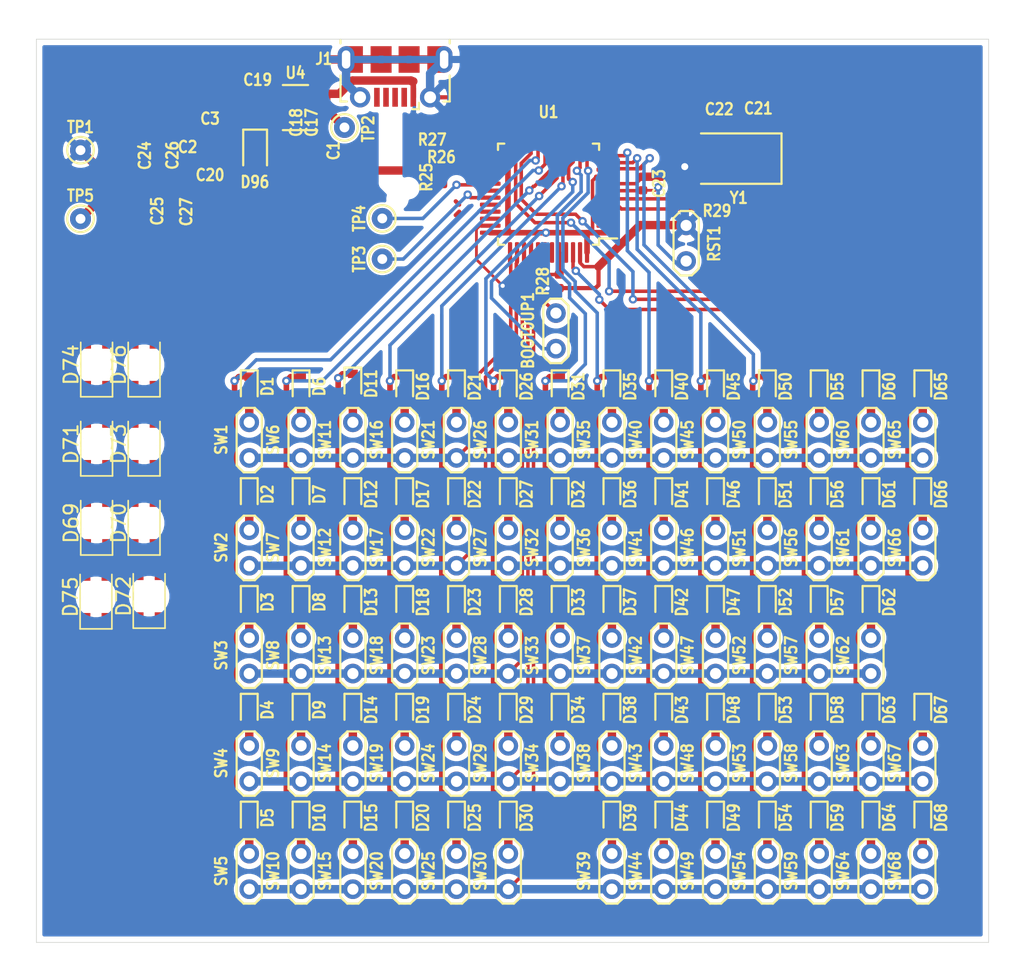
<source format=kicad_pcb>
(kicad_pcb (version 20171130) (host pcbnew "(5.1.5)-3")
  (layers (0 F.Cu mixed) (31 B.Cu mixed) (34 B.Paste user) (35 F.Paste user) (36 B.SilkS user) (37 F.SilkS user) (38 B.Mask user) (39 F.Mask user) (44 Edge.Cuts user))
  (net 0 "")
  (net 1 GND)
  (net 2 +3V3)
  (net 3 +5V)
  (net 4 "Net-(C19-Pad1)")
  (net 5 "Net-(C21-Pad2)")
  (net 6 "Net-(C22-Pad2)")
  (net 7 "Net-(C23-Pad2)")
  (net 8 /SMT32/ROW1)
  (net 9 /SMT32/ROW2)
  (net 10 /SMT32/ROW3)
  (net 11 /SMT32/ROW4)
  (net 12 /SMT32/ROW5)
  (net 13 /SMT32/COL14)
  (net 14 /SMT32/COL13)
  (net 15 /SMT32/COL12)
  (net 16 /SMT32/COL11)
  (net 17 /SMT32/COL10)
  (net 18 /SMT32/COL9)
  (net 19 /SMT32/COL8)
  (net 20 /SMT32/COL7)
  (net 21 /SMT32/COL6)
  (net 22 /SMT32/COL5)
  (net 23 /SMT32/COL4)
  (net 24 /SMT32/COL3)
  (net 25 /SMT32/COL2)
  (net 26 /SMT32/COL1)
  (net 27 "Net-(J1-Pad4)")
  (net 28 "Net-(R29-Pad1)")
  (net 29 "Net-(U1-Pad2)")
  (net 30 "Net-(U1-Pad3)")
  (net 31 "Net-(U1-Pad4)")
  (net 32 "Net-(U1-Pad28)")
  (net 33 /SMT32/USB_D+)
  (net 34 /SMT32/USB_D-)
  (net 35 "Net-(R26-Pad1)")
  (net 36 "Net-(R27-Pad2)")
  (net 37 "Net-(U1-Pad45)")
  (net 38 "Net-(U1-Pad43)")
  (net 39 "Net-(U1-Pad42)")
  (net 40 "Net-(U1-Pad27)")
  (net 41 "Net-(U1-Pad26)")
  (net 42 "Net-(U1-Pad25)")
  (net 43 "Net-(D1-Pad2)")
  (net 44 "Net-(D2-Pad2)")
  (net 45 "Net-(D3-Pad2)")
  (net 46 "Net-(D4-Pad2)")
  (net 47 "Net-(D5-Pad2)")
  (net 48 "Net-(D6-Pad2)")
  (net 49 "Net-(D7-Pad2)")
  (net 50 "Net-(D8-Pad2)")
  (net 51 "Net-(D9-Pad2)")
  (net 52 "Net-(D10-Pad2)")
  (net 53 "Net-(D11-Pad2)")
  (net 54 "Net-(D12-Pad2)")
  (net 55 "Net-(D13-Pad2)")
  (net 56 "Net-(D14-Pad2)")
  (net 57 "Net-(D15-Pad2)")
  (net 58 "Net-(D16-Pad2)")
  (net 59 "Net-(D17-Pad2)")
  (net 60 "Net-(D18-Pad2)")
  (net 61 "Net-(D19-Pad2)")
  (net 62 "Net-(D20-Pad2)")
  (net 63 "Net-(D21-Pad2)")
  (net 64 "Net-(D22-Pad2)")
  (net 65 "Net-(D23-Pad2)")
  (net 66 "Net-(D24-Pad2)")
  (net 67 "Net-(D25-Pad2)")
  (net 68 "Net-(D26-Pad2)")
  (net 69 "Net-(D27-Pad2)")
  (net 70 "Net-(D28-Pad2)")
  (net 71 "Net-(D29-Pad2)")
  (net 72 "Net-(D30-Pad2)")
  (net 73 "Net-(D31-Pad2)")
  (net 74 "Net-(D32-Pad2)")
  (net 75 "Net-(D33-Pad2)")
  (net 76 "Net-(D34-Pad2)")
  (net 77 "Net-(D35-Pad2)")
  (net 78 "Net-(D36-Pad2)")
  (net 79 "Net-(D37-Pad2)")
  (net 80 "Net-(D38-Pad2)")
  (net 81 "Net-(D39-Pad2)")
  (net 82 "Net-(D40-Pad2)")
  (net 83 "Net-(D41-Pad2)")
  (net 84 "Net-(D42-Pad2)")
  (net 85 "Net-(D43-Pad2)")
  (net 86 "Net-(D44-Pad2)")
  (net 87 "Net-(D45-Pad2)")
  (net 88 "Net-(D46-Pad2)")
  (net 89 "Net-(D47-Pad2)")
  (net 90 "Net-(D48-Pad2)")
  (net 91 "Net-(D49-Pad2)")
  (net 92 "Net-(D50-Pad2)")
  (net 93 "Net-(D51-Pad2)")
  (net 94 "Net-(D52-Pad2)")
  (net 95 "Net-(D53-Pad2)")
  (net 96 "Net-(D54-Pad2)")
  (net 97 "Net-(D55-Pad2)")
  (net 98 "Net-(D56-Pad2)")
  (net 99 "Net-(D57-Pad2)")
  (net 100 "Net-(D58-Pad2)")
  (net 101 "Net-(D59-Pad2)")
  (net 102 "Net-(D60-Pad2)")
  (net 103 "Net-(D61-Pad2)")
  (net 104 "Net-(D62-Pad2)")
  (net 105 "Net-(D63-Pad2)")
  (net 106 "Net-(D64-Pad2)")
  (net 107 "Net-(D65-Pad2)")
  (net 108 "Net-(D66-Pad2)")
  (net 109 "Net-(D67-Pad2)")
  (net 110 "Net-(D68-Pad2)")
  (net 111 "Net-(U1-Pad34)")
  (net 112 "Net-(TP3-Pad1)")
  (net 113 "Net-(BOOT0UP1-Pad2)")
  (net 114 "Net-(TP4-Pad1)")
  (net 115 "Net-(U1-Pad29)")
  (net 116 "Net-(C2-Pad1)")
  (net 117 "Net-(D69-Pad4)")
  (net 118 "Net-(D69-Pad3)")
  (net 119 "Net-(D69-Pad2)")
  (net 120 "Net-(D69-Pad1)")
  (net 121 "Net-(D70-Pad4)")
  (net 122 "Net-(D70-Pad3)")
  (net 123 "Net-(D70-Pad2)")
  (net 124 "Net-(D70-Pad1)")
  (net 125 "Net-(D71-Pad4)")
  (net 126 "Net-(D71-Pad3)")
  (net 127 "Net-(D71-Pad2)")
  (net 128 "Net-(D71-Pad1)")
  (net 129 "Net-(D72-Pad4)")
  (net 130 "Net-(D72-Pad3)")
  (net 131 "Net-(D72-Pad2)")
  (net 132 "Net-(D72-Pad1)")
  (net 133 "Net-(D73-Pad4)")
  (net 134 "Net-(D73-Pad3)")
  (net 135 "Net-(D73-Pad2)")
  (net 136 "Net-(D73-Pad1)")
  (net 137 "Net-(D74-Pad4)")
  (net 138 "Net-(D74-Pad3)")
  (net 139 "Net-(D74-Pad2)")
  (net 140 "Net-(D74-Pad1)")
  (net 141 "Net-(D75-Pad4)")
  (net 142 "Net-(D75-Pad3)")
  (net 143 "Net-(D75-Pad2)")
  (net 144 "Net-(D75-Pad1)")
  (net 145 "Net-(D76-Pad4)")
  (net 146 "Net-(D76-Pad3)")
  (net 147 "Net-(D76-Pad2)")
  (net 148 "Net-(D76-Pad1)")
  (module Resistor_SMD:R_0402_1005Metric (layer F.Cu) (at 120.275 56.7)
    (fp_text reference R27 (at 1.039 -1.175 180) (layer F.SilkS) (effects (font (size 0.8128 0.7) (thickness 0.16))))
    (fp_text value 22)
    (pad 2 smd roundrect (at 0.485 0) (size 0.59 0.64) (layers F.Cu F.Paste F.Mask) (net 36 "Net-(R27-Pad2)"))
    (pad 1 smd roundrect (at -0.485 0) (size 0.59 0.64) (layers F.Cu F.Paste F.Mask) (net 33 /SMT32/USB_D+))
  )
  (module KiCad:LED_1206_3216Metric (layer F.Cu) (at 100.74 71.6 90)
    (fp_text reference D76 (at 0 -1.82 90) (layer F.SilkS))
    (fp_text value MHT150RGBCT)
    (pad 4 smd rect (at 1.55 0.75 90) (size 0.8 0.7) (layers F.Cu F.Paste F.Mask) (net 145 "Net-(D76-Pad4)"))
    (pad 3 smd rect (at 1.55 -0.75 90) (size 0.8 0.7) (layers F.Cu F.Paste F.Mask) (net 146 "Net-(D76-Pad3)"))
    (pad 2 smd rect (at -1.55 0.75 90) (size 0.8 0.7) (layers F.Cu F.Paste F.Mask) (net 147 "Net-(D76-Pad2)"))
    (pad "" np_thru_hole circle (at 0 0 90) (size 2.1 2.1) (drill 2.1) (layers *.Cu *.Mask))
    (pad 1 smd rect (at -1.55 -0.75 90) (size 0.8 0.7) (layers F.Cu F.Paste F.Mask) (net 148 "Net-(D76-Pad1)"))
  )
  (module KiCad:LED_1206_3216Metric (layer F.Cu) (at 97.305 88.175 90)
    (fp_text reference D75 (at 0 -1.82 90) (layer F.SilkS))
    (fp_text value MHT150RGBCT)
    (pad 4 smd rect (at 1.55 0.75 90) (size 0.8 0.7) (layers F.Cu F.Paste F.Mask) (net 141 "Net-(D75-Pad4)"))
    (pad 3 smd rect (at 1.55 -0.75 90) (size 0.8 0.7) (layers F.Cu F.Paste F.Mask) (net 142 "Net-(D75-Pad3)"))
    (pad 2 smd rect (at -1.55 0.75 90) (size 0.8 0.7) (layers F.Cu F.Paste F.Mask) (net 143 "Net-(D75-Pad2)"))
    (pad "" np_thru_hole circle (at 0 0 90) (size 2.1 2.1) (drill 2.1) (layers *.Cu *.Mask))
    (pad 1 smd rect (at -1.55 -0.75 90) (size 0.8 0.7) (layers F.Cu F.Paste F.Mask) (net 144 "Net-(D75-Pad1)"))
  )
  (module KiCad:LED_1206_3216Metric (layer F.Cu) (at 97.35 71.6 90)
    (fp_text reference D74 (at 0 -1.82 90) (layer F.SilkS))
    (fp_text value MHT150RGBCT)
    (pad 4 smd rect (at 1.55 0.75 90) (size 0.8 0.7) (layers F.Cu F.Paste F.Mask) (net 137 "Net-(D74-Pad4)"))
    (pad 3 smd rect (at 1.55 -0.75 90) (size 0.8 0.7) (layers F.Cu F.Paste F.Mask) (net 138 "Net-(D74-Pad3)"))
    (pad 2 smd rect (at -1.55 0.75 90) (size 0.8 0.7) (layers F.Cu F.Paste F.Mask) (net 139 "Net-(D74-Pad2)"))
    (pad "" np_thru_hole circle (at 0 0 90) (size 2.1 2.1) (drill 2.1) (layers *.Cu *.Mask))
    (pad 1 smd rect (at -1.55 -0.75 90) (size 0.8 0.7) (layers F.Cu F.Paste F.Mask) (net 140 "Net-(D74-Pad1)"))
  )
  (module KiCad:LED_1206_3216Metric (layer F.Cu) (at 100.74 77.25 90)
    (fp_text reference D73 (at 0 -1.82 90) (layer F.SilkS))
    (fp_text value MHT150RGBCT)
    (pad 4 smd rect (at 1.55 0.75 90) (size 0.8 0.7) (layers F.Cu F.Paste F.Mask) (net 133 "Net-(D73-Pad4)"))
    (pad 3 smd rect (at 1.55 -0.75 90) (size 0.8 0.7) (layers F.Cu F.Paste F.Mask) (net 134 "Net-(D73-Pad3)"))
    (pad 2 smd rect (at -1.55 0.75 90) (size 0.8 0.7) (layers F.Cu F.Paste F.Mask) (net 135 "Net-(D73-Pad2)"))
    (pad "" np_thru_hole circle (at 0 0 90) (size 2.1 2.1) (drill 2.1) (layers *.Cu *.Mask))
    (pad 1 smd rect (at -1.55 -0.75 90) (size 0.8 0.7) (layers F.Cu F.Paste F.Mask) (net 136 "Net-(D73-Pad1)"))
  )
  (module KiCad:LED_1206_3216Metric (layer F.Cu) (at 101.1 88.125 90)
    (fp_text reference D72 (at 0 -1.82 90) (layer F.SilkS))
    (fp_text value MHT150RGBCT)
    (pad 4 smd rect (at 1.55 0.75 90) (size 0.8 0.7) (layers F.Cu F.Paste F.Mask) (net 129 "Net-(D72-Pad4)"))
    (pad 3 smd rect (at 1.55 -0.75 90) (size 0.8 0.7) (layers F.Cu F.Paste F.Mask) (net 130 "Net-(D72-Pad3)"))
    (pad 2 smd rect (at -1.55 0.75 90) (size 0.8 0.7) (layers F.Cu F.Paste F.Mask) (net 131 "Net-(D72-Pad2)"))
    (pad "" np_thru_hole circle (at 0 0 90) (size 2.1 2.1) (drill 2.1) (layers *.Cu *.Mask))
    (pad 1 smd rect (at -1.55 -0.75 90) (size 0.8 0.7) (layers F.Cu F.Paste F.Mask) (net 132 "Net-(D72-Pad1)"))
  )
  (module KiCad:LED_1206_3216Metric (layer F.Cu) (at 97.35 77.25 90)
    (fp_text reference D71 (at 0 -1.82 90) (layer F.SilkS))
    (fp_text value MHT150RGBCT)
    (pad 4 smd rect (at 1.55 0.75 90) (size 0.8 0.7) (layers F.Cu F.Paste F.Mask) (net 125 "Net-(D71-Pad4)"))
    (pad 3 smd rect (at 1.55 -0.75 90) (size 0.8 0.7) (layers F.Cu F.Paste F.Mask) (net 126 "Net-(D71-Pad3)"))
    (pad 2 smd rect (at -1.55 0.75 90) (size 0.8 0.7) (layers F.Cu F.Paste F.Mask) (net 127 "Net-(D71-Pad2)"))
    (pad "" np_thru_hole circle (at 0 0 90) (size 2.1 2.1) (drill 2.1) (layers *.Cu *.Mask))
    (pad 1 smd rect (at -1.55 -0.75 90) (size 0.8 0.7) (layers F.Cu F.Paste F.Mask) (net 128 "Net-(D71-Pad1)"))
  )
  (module KiCad:LED_1206_3216Metric (layer F.Cu) (at 100.74 82.9 90)
    (fp_text reference D70 (at 0 -1.82 90) (layer F.SilkS))
    (fp_text value MHT150RGBCT)
    (pad 4 smd rect (at 1.55 0.75 90) (size 0.8 0.7) (layers F.Cu F.Paste F.Mask) (net 121 "Net-(D70-Pad4)"))
    (pad 3 smd rect (at 1.55 -0.75 90) (size 0.8 0.7) (layers F.Cu F.Paste F.Mask) (net 122 "Net-(D70-Pad3)"))
    (pad 2 smd rect (at -1.55 0.75 90) (size 0.8 0.7) (layers F.Cu F.Paste F.Mask) (net 123 "Net-(D70-Pad2)"))
    (pad "" np_thru_hole circle (at 0 0 90) (size 2.1 2.1) (drill 2.1) (layers *.Cu *.Mask))
    (pad 1 smd rect (at -1.55 -0.75 90) (size 0.8 0.7) (layers F.Cu F.Paste F.Mask) (net 124 "Net-(D70-Pad1)"))
  )
  (module KiCad:LED_1206_3216Metric (layer F.Cu) (at 97.35 82.9 90)
    (fp_text reference D69 (at 0 -1.82 90) (layer F.SilkS))
    (fp_text value MHT150RGBCT)
    (pad 4 smd rect (at 1.55 0.75 90) (size 0.8 0.7) (layers F.Cu F.Paste F.Mask) (net 117 "Net-(D69-Pad4)"))
    (pad 3 smd rect (at 1.55 -0.75 90) (size 0.8 0.7) (layers F.Cu F.Paste F.Mask) (net 118 "Net-(D69-Pad3)"))
    (pad 2 smd rect (at -1.55 0.75 90) (size 0.8 0.7) (layers F.Cu F.Paste F.Mask) (net 119 "Net-(D69-Pad2)"))
    (pad "" np_thru_hole circle (at 0 0 90) (size 2.1 2.1) (drill 2.1) (layers *.Cu *.Mask))
    (pad 1 smd rect (at -1.55 -0.75 90) (size 0.8 0.7) (layers F.Cu F.Paste F.Mask) (net 120 "Net-(D69-Pad1)"))
  )
  (module Capacitor_SMD:C_0402_1005Metric (layer F.Cu) (at 105.45 55.025 180)
    (fp_text reference C3 (at 0 1) (layer F.SilkS) (effects (font (size 0.8128 0.7) (thickness 0.16))))
    (fp_text value 10uF)
    (pad 2 smd roundrect (at 0.485 0 180) (size 0.59 0.64) (layers F.Cu F.Paste F.Mask) (net 1 GND))
    (pad 1 smd roundrect (at -0.485 0 180) (size 0.59 0.64) (layers F.Cu F.Paste F.Mask) (net 116 "Net-(C2-Pad1)"))
  )
  (module Capacitor_SMD:C_0402_1005Metric (layer F.Cu) (at 105.45 56.025 180)
    (fp_text reference C2 (at 1.6 -0.025 180) (layer F.SilkS) (effects (font (size 0.8128 0.7) (thickness 0.16))))
    (fp_text value 100nF)
    (pad 2 smd roundrect (at 0.485 0 180) (size 0.59 0.64) (layers F.Cu F.Paste F.Mask) (net 1 GND))
    (pad 1 smd roundrect (at -0.485 0 180) (size 0.59 0.64) (layers F.Cu F.Paste F.Mask) (net 116 "Net-(C2-Pad1)"))
  )
  (module Capacitor_SMD:C_0402_1005Metric (layer F.Cu) (at 113.1 56.3 270)
    (fp_text reference C1 (at 0 -1.17 90) (layer F.SilkS) (effects (font (size 0.8128 0.7) (thickness 0.16))))
    (fp_text value 10uF)
    (pad 2 smd roundrect (at 0.485 0 270) (size 0.59 0.64) (layers F.Cu F.Paste F.Mask) (net 1 GND))
    (pad 1 smd roundrect (at -0.485 0 270) (size 0.59 0.64) (layers F.Cu F.Paste F.Mask) (net 3 +5V))
  )
  (module TestPoint:TestPoint_THTPad_D1.5mm_Drill0.7mm (layer F.Cu) (at 96.2 61.175)
    (fp_text reference TP5 (at 0 -1.648) (layer F.SilkS) (effects (font (size 0.8128 0.7) (thickness 0.16))))
    (fp_text value TestPoint)
    (pad 1 thru_hole circle (at 0 0) (size 1.5 1.5) (drill 0.7) (layers *.Cu *.Mask) (net 2 +3V3))
  )
  (module TestPoint:TestPoint_THTPad_D1.5mm_Drill0.7mm (layer F.Cu) (at 117.75 61.15 90)
    (fp_text reference TP4 (at 0 -1.648 270) (layer F.SilkS) (effects (font (size 0.8128 0.7) (thickness 0.16))))
    (fp_text value TestPoint)
    (pad 1 thru_hole circle (at 0 0 90) (size 1.5 1.5) (drill 0.7) (layers *.Cu *.Mask) (net 114 "Net-(TP4-Pad1)"))
  )
  (module TestPoint:TestPoint_THTPad_D1.5mm_Drill0.7mm (layer F.Cu) (at 117.75 64.05 90)
    (fp_text reference TP3 (at 0 -1.648 270) (layer F.SilkS) (effects (font (size 0.8128 0.7) (thickness 0.16))))
    (fp_text value TestPoint)
    (pad 1 thru_hole circle (at 0 0 90) (size 1.5 1.5) (drill 0.7) (layers *.Cu *.Mask) (net 112 "Net-(TP3-Pad1)"))
  )
  (module TestPoint:TestPoint_THTPad_D1.5mm_Drill0.7mm (layer F.Cu) (at 115.05 54.65 180)
    (fp_text reference TP2 (at -1.7 -0.1 270) (layer F.SilkS) (effects (font (size 0.8128 0.7) (thickness 0.16))))
    (fp_text value TestPoint)
    (pad 1 thru_hole circle (at 0 0 180) (size 1.5 1.5) (drill 0.7) (layers *.Cu *.Mask) (net 3 +5V))
  )
  (module TestPoint:TestPoint_THTPad_D1.5mm_Drill0.7mm (layer F.Cu) (at 96.2 56.275)
    (fp_text reference TP1 (at 0 -1.648) (layer F.SilkS) (effects (font (size 0.8128 0.7) (thickness 0.16))))
    (fp_text value TestPoint)
    (pad 1 thru_hole circle (at 0 0) (size 1.5 1.5) (drill 0.7) (layers *.Cu *.Mask) (net 1 GND))
  )
  (module TestPoint:TestPoint_2Pads_Pitch2.54mm_Drill0.8mm (layer F.Cu) (at 130.15 70.45 90)
    (fp_text reference BOOT0UP1 (at 1.3 -2 90) (layer F.SilkS) (effects (font (size 0.8128 0.7) (thickness 0.16))))
    (fp_text value SW_DIP_x01)
    (pad 2 thru_hole circle (at 2.54 0 90) (size 1.4 1.4) (drill 0.8) (layers *.Cu *.Mask) (net 113 "Net-(BOOT0UP1-Pad2)"))
    (pad 1 thru_hole circle (at 0 0 90) (size 1.4 1.4) (drill 0.8) (layers *.Cu *.Mask) (net 2 +3V3))
  )
  (module TestPoint:TestPoint_2Pads_Pitch2.54mm_Drill0.8mm (layer F.Cu) (at 139.45 61.65 270)
    (fp_text reference RST1 (at 1.3 -2 270) (layer F.SilkS) (effects (font (size 0.8128 0.7) (thickness 0.16))))
    (fp_text value SW_DIP_x01)
    (pad 2 thru_hole circle (at 2.54 0 270) (size 1.4 1.4) (drill 0.8) (layers *.Cu *.Mask) (net 7 "Net-(C23-Pad2)"))
    (pad 1 thru_hole circle (at 0 0 270) (size 1.4 1.4) (drill 0.8) (layers *.Cu *.Mask) (net 1 GND))
  )
  (module TestPoint:TestPoint_2Pads_Pitch2.54mm_Drill0.8mm (layer F.Cu) (at 156.35 109.05 90)
    (fp_text reference SW68 (at 1.3 -2 270) (layer F.SilkS) (effects (font (size 0.8128 0.7) (thickness 0.16))))
    (fp_text value SW)
    (pad 2 thru_hole circle (at 2.54 0 90) (size 1.4 1.4) (drill 0.8) (layers *.Cu *.Mask) (net 110 "Net-(D68-Pad2)"))
    (pad 1 thru_hole circle (at 0 0 90) (size 1.4 1.4) (drill 0.8) (layers *.Cu *.Mask) (net 12 /SMT32/ROW5))
  )
  (module TestPoint:TestPoint_2Pads_Pitch2.54mm_Drill0.8mm (layer F.Cu) (at 156.35 101.35 90)
    (fp_text reference SW67 (at 1.3 -2 270) (layer F.SilkS) (effects (font (size 0.8128 0.7) (thickness 0.16))))
    (fp_text value SW)
    (pad 2 thru_hole circle (at 2.54 0 90) (size 1.4 1.4) (drill 0.8) (layers *.Cu *.Mask) (net 109 "Net-(D67-Pad2)"))
    (pad 1 thru_hole circle (at 0 0 90) (size 1.4 1.4) (drill 0.8) (layers *.Cu *.Mask) (net 11 /SMT32/ROW4))
  )
  (module TestPoint:TestPoint_2Pads_Pitch2.54mm_Drill0.8mm (layer F.Cu) (at 156.35 85.95 90)
    (fp_text reference SW66 (at 1.3 -2 270) (layer F.SilkS) (effects (font (size 0.8128 0.7) (thickness 0.16))))
    (fp_text value SW)
    (pad 2 thru_hole circle (at 2.54 0 90) (size 1.4 1.4) (drill 0.8) (layers *.Cu *.Mask) (net 108 "Net-(D66-Pad2)"))
    (pad 1 thru_hole circle (at 0 0 90) (size 1.4 1.4) (drill 0.8) (layers *.Cu *.Mask) (net 9 /SMT32/ROW2))
  )
  (module TestPoint:TestPoint_2Pads_Pitch2.54mm_Drill0.8mm (layer F.Cu) (at 156.35 78.25 90)
    (fp_text reference SW65 (at 1.3 -2 270) (layer F.SilkS) (effects (font (size 0.8128 0.7) (thickness 0.16))))
    (fp_text value SW)
    (pad 2 thru_hole circle (at 2.54 0 90) (size 1.4 1.4) (drill 0.8) (layers *.Cu *.Mask) (net 107 "Net-(D65-Pad2)"))
    (pad 1 thru_hole circle (at 0 0 90) (size 1.4 1.4) (drill 0.8) (layers *.Cu *.Mask) (net 8 /SMT32/ROW1))
  )
  (module TestPoint:TestPoint_2Pads_Pitch2.54mm_Drill0.8mm (layer F.Cu) (at 152.65 109.05 90)
    (fp_text reference SW64 (at 1.3 -2 270) (layer F.SilkS) (effects (font (size 0.8128 0.7) (thickness 0.16))))
    (fp_text value SW)
    (pad 2 thru_hole circle (at 2.54 0 90) (size 1.4 1.4) (drill 0.8) (layers *.Cu *.Mask) (net 106 "Net-(D64-Pad2)"))
    (pad 1 thru_hole circle (at 0 0 90) (size 1.4 1.4) (drill 0.8) (layers *.Cu *.Mask) (net 12 /SMT32/ROW5))
  )
  (module TestPoint:TestPoint_2Pads_Pitch2.54mm_Drill0.8mm (layer F.Cu) (at 152.65 101.35 90)
    (fp_text reference SW63 (at 1.3 -2 270) (layer F.SilkS) (effects (font (size 0.8128 0.7) (thickness 0.16))))
    (fp_text value SW)
    (pad 2 thru_hole circle (at 2.54 0 90) (size 1.4 1.4) (drill 0.8) (layers *.Cu *.Mask) (net 105 "Net-(D63-Pad2)"))
    (pad 1 thru_hole circle (at 0 0 90) (size 1.4 1.4) (drill 0.8) (layers *.Cu *.Mask) (net 11 /SMT32/ROW4))
  )
  (module TestPoint:TestPoint_2Pads_Pitch2.54mm_Drill0.8mm (layer F.Cu) (at 152.65 93.65 90)
    (fp_text reference SW62 (at 1.3 -2 270) (layer F.SilkS) (effects (font (size 0.8128 0.7) (thickness 0.16))))
    (fp_text value SW)
    (pad 2 thru_hole circle (at 2.54 0 90) (size 1.4 1.4) (drill 0.8) (layers *.Cu *.Mask) (net 104 "Net-(D62-Pad2)"))
    (pad 1 thru_hole circle (at 0 0 90) (size 1.4 1.4) (drill 0.8) (layers *.Cu *.Mask) (net 10 /SMT32/ROW3))
  )
  (module TestPoint:TestPoint_2Pads_Pitch2.54mm_Drill0.8mm (layer F.Cu) (at 152.65 85.95 90)
    (fp_text reference SW61 (at 1.3 -2 270) (layer F.SilkS) (effects (font (size 0.8128 0.7) (thickness 0.16))))
    (fp_text value SW)
    (pad 2 thru_hole circle (at 2.54 0 90) (size 1.4 1.4) (drill 0.8) (layers *.Cu *.Mask) (net 103 "Net-(D61-Pad2)"))
    (pad 1 thru_hole circle (at 0 0 90) (size 1.4 1.4) (drill 0.8) (layers *.Cu *.Mask) (net 9 /SMT32/ROW2))
  )
  (module TestPoint:TestPoint_2Pads_Pitch2.54mm_Drill0.8mm (layer F.Cu) (at 152.65 78.25 90)
    (fp_text reference SW60 (at 1.3 -2 270) (layer F.SilkS) (effects (font (size 0.8128 0.7) (thickness 0.16))))
    (fp_text value SW)
    (pad 2 thru_hole circle (at 2.54 0 90) (size 1.4 1.4) (drill 0.8) (layers *.Cu *.Mask) (net 102 "Net-(D60-Pad2)"))
    (pad 1 thru_hole circle (at 0 0 90) (size 1.4 1.4) (drill 0.8) (layers *.Cu *.Mask) (net 8 /SMT32/ROW1))
  )
  (module TestPoint:TestPoint_2Pads_Pitch2.54mm_Drill0.8mm (layer F.Cu) (at 148.95 109.05 90)
    (fp_text reference SW59 (at 1.3 -2 270) (layer F.SilkS) (effects (font (size 0.8128 0.7) (thickness 0.16))))
    (fp_text value SW)
    (pad 2 thru_hole circle (at 2.54 0 90) (size 1.4 1.4) (drill 0.8) (layers *.Cu *.Mask) (net 101 "Net-(D59-Pad2)"))
    (pad 1 thru_hole circle (at 0 0 90) (size 1.4 1.4) (drill 0.8) (layers *.Cu *.Mask) (net 12 /SMT32/ROW5))
  )
  (module TestPoint:TestPoint_2Pads_Pitch2.54mm_Drill0.8mm (layer F.Cu) (at 148.95 101.35 90)
    (fp_text reference SW58 (at 1.3 -2 270) (layer F.SilkS) (effects (font (size 0.8128 0.7) (thickness 0.16))))
    (fp_text value SW)
    (pad 2 thru_hole circle (at 2.54 0 90) (size 1.4 1.4) (drill 0.8) (layers *.Cu *.Mask) (net 100 "Net-(D58-Pad2)"))
    (pad 1 thru_hole circle (at 0 0 90) (size 1.4 1.4) (drill 0.8) (layers *.Cu *.Mask) (net 11 /SMT32/ROW4))
  )
  (module TestPoint:TestPoint_2Pads_Pitch2.54mm_Drill0.8mm (layer F.Cu) (at 148.95 93.65 90)
    (fp_text reference SW57 (at 1.3 -2 270) (layer F.SilkS) (effects (font (size 0.8128 0.7) (thickness 0.16))))
    (fp_text value SW)
    (pad 2 thru_hole circle (at 2.54 0 90) (size 1.4 1.4) (drill 0.8) (layers *.Cu *.Mask) (net 99 "Net-(D57-Pad2)"))
    (pad 1 thru_hole circle (at 0 0 90) (size 1.4 1.4) (drill 0.8) (layers *.Cu *.Mask) (net 10 /SMT32/ROW3))
  )
  (module TestPoint:TestPoint_2Pads_Pitch2.54mm_Drill0.8mm (layer F.Cu) (at 148.95 85.95 90)
    (fp_text reference SW56 (at 1.3 -2 270) (layer F.SilkS) (effects (font (size 0.8128 0.7) (thickness 0.16))))
    (fp_text value SW)
    (pad 2 thru_hole circle (at 2.54 0 90) (size 1.4 1.4) (drill 0.8) (layers *.Cu *.Mask) (net 98 "Net-(D56-Pad2)"))
    (pad 1 thru_hole circle (at 0 0 90) (size 1.4 1.4) (drill 0.8) (layers *.Cu *.Mask) (net 9 /SMT32/ROW2))
  )
  (module TestPoint:TestPoint_2Pads_Pitch2.54mm_Drill0.8mm (layer F.Cu) (at 148.95 78.25 90)
    (fp_text reference SW55 (at 1.3 -2 270) (layer F.SilkS) (effects (font (size 0.8128 0.7) (thickness 0.16))))
    (fp_text value SW)
    (pad 2 thru_hole circle (at 2.54 0 90) (size 1.4 1.4) (drill 0.8) (layers *.Cu *.Mask) (net 97 "Net-(D55-Pad2)"))
    (pad 1 thru_hole circle (at 0 0 90) (size 1.4 1.4) (drill 0.8) (layers *.Cu *.Mask) (net 8 /SMT32/ROW1))
  )
  (module TestPoint:TestPoint_2Pads_Pitch2.54mm_Drill0.8mm (layer F.Cu) (at 145.25 109.05 90)
    (fp_text reference SW54 (at 1.3 -2 270) (layer F.SilkS) (effects (font (size 0.8128 0.7) (thickness 0.16))))
    (fp_text value SW)
    (pad 2 thru_hole circle (at 2.54 0 90) (size 1.4 1.4) (drill 0.8) (layers *.Cu *.Mask) (net 96 "Net-(D54-Pad2)"))
    (pad 1 thru_hole circle (at 0 0 90) (size 1.4 1.4) (drill 0.8) (layers *.Cu *.Mask) (net 12 /SMT32/ROW5))
  )
  (module TestPoint:TestPoint_2Pads_Pitch2.54mm_Drill0.8mm (layer F.Cu) (at 145.25 101.35 90)
    (fp_text reference SW53 (at 1.3 -2 270) (layer F.SilkS) (effects (font (size 0.8128 0.7) (thickness 0.16))))
    (fp_text value SW)
    (pad 2 thru_hole circle (at 2.54 0 90) (size 1.4 1.4) (drill 0.8) (layers *.Cu *.Mask) (net 95 "Net-(D53-Pad2)"))
    (pad 1 thru_hole circle (at 0 0 90) (size 1.4 1.4) (drill 0.8) (layers *.Cu *.Mask) (net 11 /SMT32/ROW4))
  )
  (module TestPoint:TestPoint_2Pads_Pitch2.54mm_Drill0.8mm (layer F.Cu) (at 145.25 93.65 90)
    (fp_text reference SW52 (at 1.3 -2 270) (layer F.SilkS) (effects (font (size 0.8128 0.7) (thickness 0.16))))
    (fp_text value SW)
    (pad 2 thru_hole circle (at 2.54 0 90) (size 1.4 1.4) (drill 0.8) (layers *.Cu *.Mask) (net 94 "Net-(D52-Pad2)"))
    (pad 1 thru_hole circle (at 0 0 90) (size 1.4 1.4) (drill 0.8) (layers *.Cu *.Mask) (net 10 /SMT32/ROW3))
  )
  (module TestPoint:TestPoint_2Pads_Pitch2.54mm_Drill0.8mm (layer F.Cu) (at 145.25 85.95 90)
    (fp_text reference SW51 (at 1.3 -2 270) (layer F.SilkS) (effects (font (size 0.8128 0.7) (thickness 0.16))))
    (fp_text value SW)
    (pad 2 thru_hole circle (at 2.54 0 90) (size 1.4 1.4) (drill 0.8) (layers *.Cu *.Mask) (net 93 "Net-(D51-Pad2)"))
    (pad 1 thru_hole circle (at 0 0 90) (size 1.4 1.4) (drill 0.8) (layers *.Cu *.Mask) (net 9 /SMT32/ROW2))
  )
  (module TestPoint:TestPoint_2Pads_Pitch2.54mm_Drill0.8mm (layer F.Cu) (at 145.25 78.25 90)
    (fp_text reference SW50 (at 1.3 -2 270) (layer F.SilkS) (effects (font (size 0.8128 0.7) (thickness 0.16))))
    (fp_text value SW)
    (pad 2 thru_hole circle (at 2.54 0 90) (size 1.4 1.4) (drill 0.8) (layers *.Cu *.Mask) (net 92 "Net-(D50-Pad2)"))
    (pad 1 thru_hole circle (at 0 0 90) (size 1.4 1.4) (drill 0.8) (layers *.Cu *.Mask) (net 8 /SMT32/ROW1))
  )
  (module TestPoint:TestPoint_2Pads_Pitch2.54mm_Drill0.8mm (layer F.Cu) (at 141.55 109.05 90)
    (fp_text reference SW49 (at 1.3 -2 270) (layer F.SilkS) (effects (font (size 0.8128 0.7) (thickness 0.16))))
    (fp_text value SW)
    (pad 2 thru_hole circle (at 2.54 0 90) (size 1.4 1.4) (drill 0.8) (layers *.Cu *.Mask) (net 91 "Net-(D49-Pad2)"))
    (pad 1 thru_hole circle (at 0 0 90) (size 1.4 1.4) (drill 0.8) (layers *.Cu *.Mask) (net 12 /SMT32/ROW5))
  )
  (module TestPoint:TestPoint_2Pads_Pitch2.54mm_Drill0.8mm (layer F.Cu) (at 141.55 101.35 90)
    (fp_text reference SW48 (at 1.3 -2 270) (layer F.SilkS) (effects (font (size 0.8128 0.7) (thickness 0.16))))
    (fp_text value SW)
    (pad 2 thru_hole circle (at 2.54 0 90) (size 1.4 1.4) (drill 0.8) (layers *.Cu *.Mask) (net 90 "Net-(D48-Pad2)"))
    (pad 1 thru_hole circle (at 0 0 90) (size 1.4 1.4) (drill 0.8) (layers *.Cu *.Mask) (net 11 /SMT32/ROW4))
  )
  (module TestPoint:TestPoint_2Pads_Pitch2.54mm_Drill0.8mm (layer F.Cu) (at 141.55 93.65 90)
    (fp_text reference SW47 (at 1.3 -2 270) (layer F.SilkS) (effects (font (size 0.8128 0.7) (thickness 0.16))))
    (fp_text value SW)
    (pad 2 thru_hole circle (at 2.54 0 90) (size 1.4 1.4) (drill 0.8) (layers *.Cu *.Mask) (net 89 "Net-(D47-Pad2)"))
    (pad 1 thru_hole circle (at 0 0 90) (size 1.4 1.4) (drill 0.8) (layers *.Cu *.Mask) (net 10 /SMT32/ROW3))
  )
  (module TestPoint:TestPoint_2Pads_Pitch2.54mm_Drill0.8mm (layer F.Cu) (at 141.55 85.95 90)
    (fp_text reference SW46 (at 1.3 -2 270) (layer F.SilkS) (effects (font (size 0.8128 0.7) (thickness 0.16))))
    (fp_text value SW)
    (pad 2 thru_hole circle (at 2.54 0 90) (size 1.4 1.4) (drill 0.8) (layers *.Cu *.Mask) (net 88 "Net-(D46-Pad2)"))
    (pad 1 thru_hole circle (at 0 0 90) (size 1.4 1.4) (drill 0.8) (layers *.Cu *.Mask) (net 9 /SMT32/ROW2))
  )
  (module TestPoint:TestPoint_2Pads_Pitch2.54mm_Drill0.8mm (layer F.Cu) (at 141.55 78.25 90)
    (fp_text reference SW45 (at 1.3 -2 270) (layer F.SilkS) (effects (font (size 0.8128 0.7) (thickness 0.16))))
    (fp_text value SW)
    (pad 2 thru_hole circle (at 2.54 0 90) (size 1.4 1.4) (drill 0.8) (layers *.Cu *.Mask) (net 87 "Net-(D45-Pad2)"))
    (pad 1 thru_hole circle (at 0 0 90) (size 1.4 1.4) (drill 0.8) (layers *.Cu *.Mask) (net 8 /SMT32/ROW1))
  )
  (module TestPoint:TestPoint_2Pads_Pitch2.54mm_Drill0.8mm (layer F.Cu) (at 137.85 109.05 90)
    (fp_text reference SW44 (at 1.3 -2 270) (layer F.SilkS) (effects (font (size 0.8128 0.7) (thickness 0.16))))
    (fp_text value SW)
    (pad 2 thru_hole circle (at 2.54 0 90) (size 1.4 1.4) (drill 0.8) (layers *.Cu *.Mask) (net 86 "Net-(D44-Pad2)"))
    (pad 1 thru_hole circle (at 0 0 90) (size 1.4 1.4) (drill 0.8) (layers *.Cu *.Mask) (net 12 /SMT32/ROW5))
  )
  (module TestPoint:TestPoint_2Pads_Pitch2.54mm_Drill0.8mm (layer F.Cu) (at 137.85 101.35 90)
    (fp_text reference SW43 (at 1.3 -2 270) (layer F.SilkS) (effects (font (size 0.8128 0.7) (thickness 0.16))))
    (fp_text value SW)
    (pad 2 thru_hole circle (at 2.54 0 90) (size 1.4 1.4) (drill 0.8) (layers *.Cu *.Mask) (net 85 "Net-(D43-Pad2)"))
    (pad 1 thru_hole circle (at 0 0 90) (size 1.4 1.4) (drill 0.8) (layers *.Cu *.Mask) (net 11 /SMT32/ROW4))
  )
  (module TestPoint:TestPoint_2Pads_Pitch2.54mm_Drill0.8mm (layer F.Cu) (at 137.85 93.65 90)
    (fp_text reference SW42 (at 1.3 -2 270) (layer F.SilkS) (effects (font (size 0.8128 0.7) (thickness 0.16))))
    (fp_text value SW)
    (pad 2 thru_hole circle (at 2.54 0 90) (size 1.4 1.4) (drill 0.8) (layers *.Cu *.Mask) (net 84 "Net-(D42-Pad2)"))
    (pad 1 thru_hole circle (at 0 0 90) (size 1.4 1.4) (drill 0.8) (layers *.Cu *.Mask) (net 10 /SMT32/ROW3))
  )
  (module TestPoint:TestPoint_2Pads_Pitch2.54mm_Drill0.8mm (layer F.Cu) (at 137.85 85.95 90)
    (fp_text reference SW41 (at 1.3 -2 270) (layer F.SilkS) (effects (font (size 0.8128 0.7) (thickness 0.16))))
    (fp_text value SW)
    (pad 2 thru_hole circle (at 2.54 0 90) (size 1.4 1.4) (drill 0.8) (layers *.Cu *.Mask) (net 83 "Net-(D41-Pad2)"))
    (pad 1 thru_hole circle (at 0 0 90) (size 1.4 1.4) (drill 0.8) (layers *.Cu *.Mask) (net 9 /SMT32/ROW2))
  )
  (module TestPoint:TestPoint_2Pads_Pitch2.54mm_Drill0.8mm (layer F.Cu) (at 137.85 78.25 90)
    (fp_text reference SW40 (at 1.3 -2 270) (layer F.SilkS) (effects (font (size 0.8128 0.7) (thickness 0.16))))
    (fp_text value SW)
    (pad 2 thru_hole circle (at 2.54 0 90) (size 1.4 1.4) (drill 0.8) (layers *.Cu *.Mask) (net 82 "Net-(D40-Pad2)"))
    (pad 1 thru_hole circle (at 0 0 90) (size 1.4 1.4) (drill 0.8) (layers *.Cu *.Mask) (net 8 /SMT32/ROW1))
  )
  (module TestPoint:TestPoint_2Pads_Pitch2.54mm_Drill0.8mm (layer F.Cu) (at 134.15 109.05 90)
    (fp_text reference SW39 (at 1.3 -2 270) (layer F.SilkS) (effects (font (size 0.8128 0.7) (thickness 0.16))))
    (fp_text value SW)
    (pad 2 thru_hole circle (at 2.54 0 90) (size 1.4 1.4) (drill 0.8) (layers *.Cu *.Mask) (net 81 "Net-(D39-Pad2)"))
    (pad 1 thru_hole circle (at 0 0 90) (size 1.4 1.4) (drill 0.8) (layers *.Cu *.Mask) (net 12 /SMT32/ROW5))
  )
  (module TestPoint:TestPoint_2Pads_Pitch2.54mm_Drill0.8mm (layer F.Cu) (at 134.15 101.35 90)
    (fp_text reference SW38 (at 1.3 -2 270) (layer F.SilkS) (effects (font (size 0.8128 0.7) (thickness 0.16))))
    (fp_text value SW)
    (pad 2 thru_hole circle (at 2.54 0 90) (size 1.4 1.4) (drill 0.8) (layers *.Cu *.Mask) (net 80 "Net-(D38-Pad2)"))
    (pad 1 thru_hole circle (at 0 0 90) (size 1.4 1.4) (drill 0.8) (layers *.Cu *.Mask) (net 11 /SMT32/ROW4))
  )
  (module TestPoint:TestPoint_2Pads_Pitch2.54mm_Drill0.8mm (layer F.Cu) (at 134.15 93.65 90)
    (fp_text reference SW37 (at 1.3 -2 270) (layer F.SilkS) (effects (font (size 0.8128 0.7) (thickness 0.16))))
    (fp_text value SW)
    (pad 2 thru_hole circle (at 2.54 0 90) (size 1.4 1.4) (drill 0.8) (layers *.Cu *.Mask) (net 79 "Net-(D37-Pad2)"))
    (pad 1 thru_hole circle (at 0 0 90) (size 1.4 1.4) (drill 0.8) (layers *.Cu *.Mask) (net 10 /SMT32/ROW3))
  )
  (module TestPoint:TestPoint_2Pads_Pitch2.54mm_Drill0.8mm (layer F.Cu) (at 134.15 85.95 90)
    (fp_text reference SW36 (at 1.3 -2 270) (layer F.SilkS) (effects (font (size 0.8128 0.7) (thickness 0.16))))
    (fp_text value SW)
    (pad 2 thru_hole circle (at 2.54 0 90) (size 1.4 1.4) (drill 0.8) (layers *.Cu *.Mask) (net 78 "Net-(D36-Pad2)"))
    (pad 1 thru_hole circle (at 0 0 90) (size 1.4 1.4) (drill 0.8) (layers *.Cu *.Mask) (net 9 /SMT32/ROW2))
  )
  (module TestPoint:TestPoint_2Pads_Pitch2.54mm_Drill0.8mm (layer F.Cu) (at 134.15 78.25 90)
    (fp_text reference SW35 (at 1.3 -2 270) (layer F.SilkS) (effects (font (size 0.8128 0.7) (thickness 0.16))))
    (fp_text value SW)
    (pad 2 thru_hole circle (at 2.54 0 90) (size 1.4 1.4) (drill 0.8) (layers *.Cu *.Mask) (net 77 "Net-(D35-Pad2)"))
    (pad 1 thru_hole circle (at 0 0 90) (size 1.4 1.4) (drill 0.8) (layers *.Cu *.Mask) (net 8 /SMT32/ROW1))
  )
  (module TestPoint:TestPoint_2Pads_Pitch2.54mm_Drill0.8mm (layer F.Cu) (at 130.45 101.35 90)
    (fp_text reference SW34 (at 1.3 -2 270) (layer F.SilkS) (effects (font (size 0.8128 0.7) (thickness 0.16))))
    (fp_text value SW)
    (pad 2 thru_hole circle (at 2.54 0 90) (size 1.4 1.4) (drill 0.8) (layers *.Cu *.Mask) (net 76 "Net-(D34-Pad2)"))
    (pad 1 thru_hole circle (at 0 0 90) (size 1.4 1.4) (drill 0.8) (layers *.Cu *.Mask) (net 11 /SMT32/ROW4))
  )
  (module TestPoint:TestPoint_2Pads_Pitch2.54mm_Drill0.8mm (layer F.Cu) (at 130.45 93.65 90)
    (fp_text reference SW33 (at 1.3 -2 270) (layer F.SilkS) (effects (font (size 0.8128 0.7) (thickness 0.16))))
    (fp_text value SW)
    (pad 2 thru_hole circle (at 2.54 0 90) (size 1.4 1.4) (drill 0.8) (layers *.Cu *.Mask) (net 75 "Net-(D33-Pad2)"))
    (pad 1 thru_hole circle (at 0 0 90) (size 1.4 1.4) (drill 0.8) (layers *.Cu *.Mask) (net 10 /SMT32/ROW3))
  )
  (module TestPoint:TestPoint_2Pads_Pitch2.54mm_Drill0.8mm (layer F.Cu) (at 130.45 85.95 90)
    (fp_text reference SW32 (at 1.3 -2 270) (layer F.SilkS) (effects (font (size 0.8128 0.7) (thickness 0.16))))
    (fp_text value SW)
    (pad 2 thru_hole circle (at 2.54 0 90) (size 1.4 1.4) (drill 0.8) (layers *.Cu *.Mask) (net 74 "Net-(D32-Pad2)"))
    (pad 1 thru_hole circle (at 0 0 90) (size 1.4 1.4) (drill 0.8) (layers *.Cu *.Mask) (net 9 /SMT32/ROW2))
  )
  (module TestPoint:TestPoint_2Pads_Pitch2.54mm_Drill0.8mm (layer F.Cu) (at 130.45 78.25 90)
    (fp_text reference SW31 (at 1.3 -2 270) (layer F.SilkS) (effects (font (size 0.8128 0.7) (thickness 0.16))))
    (fp_text value SW)
    (pad 2 thru_hole circle (at 2.54 0 90) (size 1.4 1.4) (drill 0.8) (layers *.Cu *.Mask) (net 73 "Net-(D31-Pad2)"))
    (pad 1 thru_hole circle (at 0 0 90) (size 1.4 1.4) (drill 0.8) (layers *.Cu *.Mask) (net 8 /SMT32/ROW1))
  )
  (module TestPoint:TestPoint_2Pads_Pitch2.54mm_Drill0.8mm (layer F.Cu) (at 126.75 109.05 90)
    (fp_text reference SW30 (at 1.3 -2 270) (layer F.SilkS) (effects (font (size 0.8128 0.7) (thickness 0.16))))
    (fp_text value SW)
    (pad 2 thru_hole circle (at 2.54 0 90) (size 1.4 1.4) (drill 0.8) (layers *.Cu *.Mask) (net 72 "Net-(D30-Pad2)"))
    (pad 1 thru_hole circle (at 0 0 90) (size 1.4 1.4) (drill 0.8) (layers *.Cu *.Mask) (net 12 /SMT32/ROW5))
  )
  (module TestPoint:TestPoint_2Pads_Pitch2.54mm_Drill0.8mm (layer F.Cu) (at 126.75 101.35 90)
    (fp_text reference SW29 (at 1.3 -2 270) (layer F.SilkS) (effects (font (size 0.8128 0.7) (thickness 0.16))))
    (fp_text value SW)
    (pad 2 thru_hole circle (at 2.54 0 90) (size 1.4 1.4) (drill 0.8) (layers *.Cu *.Mask) (net 71 "Net-(D29-Pad2)"))
    (pad 1 thru_hole circle (at 0 0 90) (size 1.4 1.4) (drill 0.8) (layers *.Cu *.Mask) (net 11 /SMT32/ROW4))
  )
  (module TestPoint:TestPoint_2Pads_Pitch2.54mm_Drill0.8mm (layer F.Cu) (at 126.75 93.65 90)
    (fp_text reference SW28 (at 1.3 -2 270) (layer F.SilkS) (effects (font (size 0.8128 0.7) (thickness 0.16))))
    (fp_text value SW)
    (pad 2 thru_hole circle (at 2.54 0 90) (size 1.4 1.4) (drill 0.8) (layers *.Cu *.Mask) (net 70 "Net-(D28-Pad2)"))
    (pad 1 thru_hole circle (at 0 0 90) (size 1.4 1.4) (drill 0.8) (layers *.Cu *.Mask) (net 10 /SMT32/ROW3))
  )
  (module TestPoint:TestPoint_2Pads_Pitch2.54mm_Drill0.8mm (layer F.Cu) (at 126.75 85.95 90)
    (fp_text reference SW27 (at 1.3 -2 270) (layer F.SilkS) (effects (font (size 0.8128 0.7) (thickness 0.16))))
    (fp_text value SW)
    (pad 2 thru_hole circle (at 2.54 0 90) (size 1.4 1.4) (drill 0.8) (layers *.Cu *.Mask) (net 69 "Net-(D27-Pad2)"))
    (pad 1 thru_hole circle (at 0 0 90) (size 1.4 1.4) (drill 0.8) (layers *.Cu *.Mask) (net 9 /SMT32/ROW2))
  )
  (module TestPoint:TestPoint_2Pads_Pitch2.54mm_Drill0.8mm (layer F.Cu) (at 126.75 78.25 90)
    (fp_text reference SW26 (at 1.3 -2 270) (layer F.SilkS) (effects (font (size 0.8128 0.7) (thickness 0.16))))
    (fp_text value SW)
    (pad 2 thru_hole circle (at 2.54 0 90) (size 1.4 1.4) (drill 0.8) (layers *.Cu *.Mask) (net 68 "Net-(D26-Pad2)"))
    (pad 1 thru_hole circle (at 0 0 90) (size 1.4 1.4) (drill 0.8) (layers *.Cu *.Mask) (net 8 /SMT32/ROW1))
  )
  (module TestPoint:TestPoint_2Pads_Pitch2.54mm_Drill0.8mm (layer F.Cu) (at 123.05 109.05 90)
    (fp_text reference SW25 (at 1.3 -2 270) (layer F.SilkS) (effects (font (size 0.8128 0.7) (thickness 0.16))))
    (fp_text value SW)
    (pad 2 thru_hole circle (at 2.54 0 90) (size 1.4 1.4) (drill 0.8) (layers *.Cu *.Mask) (net 67 "Net-(D25-Pad2)"))
    (pad 1 thru_hole circle (at 0 0 90) (size 1.4 1.4) (drill 0.8) (layers *.Cu *.Mask) (net 12 /SMT32/ROW5))
  )
  (module TestPoint:TestPoint_2Pads_Pitch2.54mm_Drill0.8mm (layer F.Cu) (at 123.05 101.35 90)
    (fp_text reference SW24 (at 1.3 -2 270) (layer F.SilkS) (effects (font (size 0.8128 0.7) (thickness 0.16))))
    (fp_text value SW)
    (pad 2 thru_hole circle (at 2.54 0 90) (size 1.4 1.4) (drill 0.8) (layers *.Cu *.Mask) (net 66 "Net-(D24-Pad2)"))
    (pad 1 thru_hole circle (at 0 0 90) (size 1.4 1.4) (drill 0.8) (layers *.Cu *.Mask) (net 11 /SMT32/ROW4))
  )
  (module TestPoint:TestPoint_2Pads_Pitch2.54mm_Drill0.8mm (layer F.Cu) (at 123.05 93.65 90)
    (fp_text reference SW23 (at 1.3 -2 270) (layer F.SilkS) (effects (font (size 0.8128 0.7) (thickness 0.16))))
    (fp_text value SW)
    (pad 2 thru_hole circle (at 2.54 0 90) (size 1.4 1.4) (drill 0.8) (layers *.Cu *.Mask) (net 65 "Net-(D23-Pad2)"))
    (pad 1 thru_hole circle (at 0 0 90) (size 1.4 1.4) (drill 0.8) (layers *.Cu *.Mask) (net 10 /SMT32/ROW3))
  )
  (module TestPoint:TestPoint_2Pads_Pitch2.54mm_Drill0.8mm (layer F.Cu) (at 123.05 85.95 90)
    (fp_text reference SW22 (at 1.3 -2 270) (layer F.SilkS) (effects (font (size 0.8128 0.7) (thickness 0.16))))
    (fp_text value SW)
    (pad 2 thru_hole circle (at 2.54 0 90) (size 1.4 1.4) (drill 0.8) (layers *.Cu *.Mask) (net 64 "Net-(D22-Pad2)"))
    (pad 1 thru_hole circle (at 0 0 90) (size 1.4 1.4) (drill 0.8) (layers *.Cu *.Mask) (net 9 /SMT32/ROW2))
  )
  (module TestPoint:TestPoint_2Pads_Pitch2.54mm_Drill0.8mm (layer F.Cu) (at 123.05 78.25 90)
    (fp_text reference SW21 (at 1.3 -2 270) (layer F.SilkS) (effects (font (size 0.8128 0.7) (thickness 0.16))))
    (fp_text value SW)
    (pad 2 thru_hole circle (at 2.54 0 90) (size 1.4 1.4) (drill 0.8) (layers *.Cu *.Mask) (net 63 "Net-(D21-Pad2)"))
    (pad 1 thru_hole circle (at 0 0 90) (size 1.4 1.4) (drill 0.8) (layers *.Cu *.Mask) (net 8 /SMT32/ROW1))
  )
  (module TestPoint:TestPoint_2Pads_Pitch2.54mm_Drill0.8mm (layer F.Cu) (at 119.35 109.05 90)
    (fp_text reference SW20 (at 1.3 -2 270) (layer F.SilkS) (effects (font (size 0.8128 0.7) (thickness 0.16))))
    (fp_text value SW)
    (pad 2 thru_hole circle (at 2.54 0 90) (size 1.4 1.4) (drill 0.8) (layers *.Cu *.Mask) (net 62 "Net-(D20-Pad2)"))
    (pad 1 thru_hole circle (at 0 0 90) (size 1.4 1.4) (drill 0.8) (layers *.Cu *.Mask) (net 12 /SMT32/ROW5))
  )
  (module TestPoint:TestPoint_2Pads_Pitch2.54mm_Drill0.8mm (layer F.Cu) (at 119.35 101.35 90)
    (fp_text reference SW19 (at 1.3 -2 270) (layer F.SilkS) (effects (font (size 0.8128 0.7) (thickness 0.16))))
    (fp_text value SW)
    (pad 2 thru_hole circle (at 2.54 0 90) (size 1.4 1.4) (drill 0.8) (layers *.Cu *.Mask) (net 61 "Net-(D19-Pad2)"))
    (pad 1 thru_hole circle (at 0 0 90) (size 1.4 1.4) (drill 0.8) (layers *.Cu *.Mask) (net 11 /SMT32/ROW4))
  )
  (module TestPoint:TestPoint_2Pads_Pitch2.54mm_Drill0.8mm (layer F.Cu) (at 119.35 93.65 90)
    (fp_text reference SW18 (at 1.3 -2 270) (layer F.SilkS) (effects (font (size 0.8128 0.7) (thickness 0.16))))
    (fp_text value SW)
    (pad 2 thru_hole circle (at 2.54 0 90) (size 1.4 1.4) (drill 0.8) (layers *.Cu *.Mask) (net 60 "Net-(D18-Pad2)"))
    (pad 1 thru_hole circle (at 0 0 90) (size 1.4 1.4) (drill 0.8) (layers *.Cu *.Mask) (net 10 /SMT32/ROW3))
  )
  (module TestPoint:TestPoint_2Pads_Pitch2.54mm_Drill0.8mm (layer F.Cu) (at 119.35 85.95 90)
    (fp_text reference SW17 (at 1.3 -2 270) (layer F.SilkS) (effects (font (size 0.8128 0.7) (thickness 0.16))))
    (fp_text value SW)
    (pad 2 thru_hole circle (at 2.54 0 90) (size 1.4 1.4) (drill 0.8) (layers *.Cu *.Mask) (net 59 "Net-(D17-Pad2)"))
    (pad 1 thru_hole circle (at 0 0 90) (size 1.4 1.4) (drill 0.8) (layers *.Cu *.Mask) (net 9 /SMT32/ROW2))
  )
  (module TestPoint:TestPoint_2Pads_Pitch2.54mm_Drill0.8mm (layer F.Cu) (at 119.35 78.25 90)
    (fp_text reference SW16 (at 1.3 -2 270) (layer F.SilkS) (effects (font (size 0.8128 0.7) (thickness 0.16))))
    (fp_text value SW)
    (pad 2 thru_hole circle (at 2.54 0 90) (size 1.4 1.4) (drill 0.8) (layers *.Cu *.Mask) (net 58 "Net-(D16-Pad2)"))
    (pad 1 thru_hole circle (at 0 0 90) (size 1.4 1.4) (drill 0.8) (layers *.Cu *.Mask) (net 8 /SMT32/ROW1))
  )
  (module TestPoint:TestPoint_2Pads_Pitch2.54mm_Drill0.8mm (layer F.Cu) (at 115.65 109.05 90)
    (fp_text reference SW15 (at 1.3 -2 270) (layer F.SilkS) (effects (font (size 0.8128 0.7) (thickness 0.16))))
    (fp_text value SW)
    (pad 2 thru_hole circle (at 2.54 0 90) (size 1.4 1.4) (drill 0.8) (layers *.Cu *.Mask) (net 57 "Net-(D15-Pad2)"))
    (pad 1 thru_hole circle (at 0 0 90) (size 1.4 1.4) (drill 0.8) (layers *.Cu *.Mask) (net 12 /SMT32/ROW5))
  )
  (module TestPoint:TestPoint_2Pads_Pitch2.54mm_Drill0.8mm (layer F.Cu) (at 115.65 101.35 90)
    (fp_text reference SW14 (at 1.3 -2 270) (layer F.SilkS) (effects (font (size 0.8128 0.7) (thickness 0.16))))
    (fp_text value SW)
    (pad 2 thru_hole circle (at 2.54 0 90) (size 1.4 1.4) (drill 0.8) (layers *.Cu *.Mask) (net 56 "Net-(D14-Pad2)"))
    (pad 1 thru_hole circle (at 0 0 90) (size 1.4 1.4) (drill 0.8) (layers *.Cu *.Mask) (net 11 /SMT32/ROW4))
  )
  (module TestPoint:TestPoint_2Pads_Pitch2.54mm_Drill0.8mm (layer F.Cu) (at 115.65 93.65 90)
    (fp_text reference SW13 (at 1.3 -2 270) (layer F.SilkS) (effects (font (size 0.8128 0.7) (thickness 0.16))))
    (fp_text value SW)
    (pad 2 thru_hole circle (at 2.54 0 90) (size 1.4 1.4) (drill 0.8) (layers *.Cu *.Mask) (net 55 "Net-(D13-Pad2)"))
    (pad 1 thru_hole circle (at 0 0 90) (size 1.4 1.4) (drill 0.8) (layers *.Cu *.Mask) (net 10 /SMT32/ROW3))
  )
  (module TestPoint:TestPoint_2Pads_Pitch2.54mm_Drill0.8mm (layer F.Cu) (at 115.65 85.95 90)
    (fp_text reference SW12 (at 1.3 -2 270) (layer F.SilkS) (effects (font (size 0.8128 0.7) (thickness 0.16))))
    (fp_text value SW)
    (pad 2 thru_hole circle (at 2.54 0 90) (size 1.4 1.4) (drill 0.8) (layers *.Cu *.Mask) (net 54 "Net-(D12-Pad2)"))
    (pad 1 thru_hole circle (at 0 0 90) (size 1.4 1.4) (drill 0.8) (layers *.Cu *.Mask) (net 9 /SMT32/ROW2))
  )
  (module TestPoint:TestPoint_2Pads_Pitch2.54mm_Drill0.8mm (layer F.Cu) (at 115.65 78.25 90)
    (fp_text reference SW11 (at 1.3 -2 270) (layer F.SilkS) (effects (font (size 0.8128 0.7) (thickness 0.16))))
    (fp_text value SW)
    (pad 2 thru_hole circle (at 2.54 0 90) (size 1.4 1.4) (drill 0.8) (layers *.Cu *.Mask) (net 53 "Net-(D11-Pad2)"))
    (pad 1 thru_hole circle (at 0 0 90) (size 1.4 1.4) (drill 0.8) (layers *.Cu *.Mask) (net 8 /SMT32/ROW1))
  )
  (module TestPoint:TestPoint_2Pads_Pitch2.54mm_Drill0.8mm (layer F.Cu) (at 111.95 109.05 90)
    (fp_text reference SW10 (at 1.3 -2 270) (layer F.SilkS) (effects (font (size 0.8128 0.7) (thickness 0.16))))
    (fp_text value SW)
    (pad 2 thru_hole circle (at 2.54 0 90) (size 1.4 1.4) (drill 0.8) (layers *.Cu *.Mask) (net 52 "Net-(D10-Pad2)"))
    (pad 1 thru_hole circle (at 0 0 90) (size 1.4 1.4) (drill 0.8) (layers *.Cu *.Mask) (net 12 /SMT32/ROW5))
  )
  (module TestPoint:TestPoint_2Pads_Pitch2.54mm_Drill0.8mm (layer F.Cu) (at 111.95 93.65 90)
    (fp_text reference SW8 (at 1.3 -2 270) (layer F.SilkS) (effects (font (size 0.8128 0.7) (thickness 0.16))))
    (fp_text value SW)
    (pad 2 thru_hole circle (at 2.54 0 90) (size 1.4 1.4) (drill 0.8) (layers *.Cu *.Mask) (net 50 "Net-(D8-Pad2)"))
    (pad 1 thru_hole circle (at 0 0 90) (size 1.4 1.4) (drill 0.8) (layers *.Cu *.Mask) (net 10 /SMT32/ROW3))
  )
  (module TestPoint:TestPoint_2Pads_Pitch2.54mm_Drill0.8mm (layer F.Cu) (at 108.25 109.05 90)
    (fp_text reference SW5 (at 1.3 -2 270) (layer F.SilkS) (effects (font (size 0.8128 0.7) (thickness 0.16))))
    (fp_text value SW)
    (pad 2 thru_hole circle (at 2.54 0 90) (size 1.4 1.4) (drill 0.8) (layers *.Cu *.Mask) (net 47 "Net-(D5-Pad2)"))
    (pad 1 thru_hole circle (at 0 0 90) (size 1.4 1.4) (drill 0.8) (layers *.Cu *.Mask) (net 12 /SMT32/ROW5))
  )
  (module TestPoint:TestPoint_2Pads_Pitch2.54mm_Drill0.8mm (layer F.Cu) (at 108.25 101.35 90)
    (fp_text reference SW4 (at 1.3 -2 270) (layer F.SilkS) (effects (font (size 0.8128 0.7) (thickness 0.16))))
    (fp_text value SW)
    (pad 2 thru_hole circle (at 2.54 0 90) (size 1.4 1.4) (drill 0.8) (layers *.Cu *.Mask) (net 46 "Net-(D4-Pad2)"))
    (pad 1 thru_hole circle (at 0 0 90) (size 1.4 1.4) (drill 0.8) (layers *.Cu *.Mask) (net 11 /SMT32/ROW4))
  )
  (module TestPoint:TestPoint_2Pads_Pitch2.54mm_Drill0.8mm (layer F.Cu) (at 108.25 93.65 90)
    (fp_text reference SW3 (at 1.3 -2 270) (layer F.SilkS) (effects (font (size 0.8128 0.7) (thickness 0.16))))
    (fp_text value SW)
    (pad 2 thru_hole circle (at 2.54 0 90) (size 1.4 1.4) (drill 0.8) (layers *.Cu *.Mask) (net 45 "Net-(D3-Pad2)"))
    (pad 1 thru_hole circle (at 0 0 90) (size 1.4 1.4) (drill 0.8) (layers *.Cu *.Mask) (net 10 /SMT32/ROW3))
  )
  (module Diode_SMD:D_SOD-523 (layer F.Cu) (at 156.35 103.95 270)
    (fp_text reference D68 (at 0 -1.3 270) (layer F.SilkS) (effects (font (size 0.8128 0.7) (thickness 0.16))))
    (fp_text value 1N4148WT)
    (pad 1 smd rect (at -0.7 0 90) (size 0.6 0.7) (layers F.Cu F.Paste F.Mask) (net 26 /SMT32/COL1))
    (pad 2 smd rect (at 0.7 0 90) (size 0.6 0.7) (layers F.Cu F.Paste F.Mask) (net 110 "Net-(D68-Pad2)"))
  )
  (module Diode_SMD:D_SOD-523 (layer F.Cu) (at 156.35 96.25 270)
    (fp_text reference D67 (at 0 -1.3 270) (layer F.SilkS) (effects (font (size 0.8128 0.7) (thickness 0.16))))
    (fp_text value 1N4148WT)
    (pad 1 smd rect (at -0.7 0 90) (size 0.6 0.7) (layers F.Cu F.Paste F.Mask) (net 26 /SMT32/COL1))
    (pad 2 smd rect (at 0.7 0 90) (size 0.6 0.7) (layers F.Cu F.Paste F.Mask) (net 109 "Net-(D67-Pad2)"))
  )
  (module Diode_SMD:D_SOD-523 (layer F.Cu) (at 156.35 80.85 270)
    (fp_text reference D66 (at 0 -1.3 270) (layer F.SilkS) (effects (font (size 0.8128 0.7) (thickness 0.16))))
    (fp_text value 1N4148WT)
    (pad 1 smd rect (at -0.7 0 90) (size 0.6 0.7) (layers F.Cu F.Paste F.Mask) (net 26 /SMT32/COL1))
    (pad 2 smd rect (at 0.7 0 90) (size 0.6 0.7) (layers F.Cu F.Paste F.Mask) (net 108 "Net-(D66-Pad2)"))
  )
  (module Diode_SMD:D_SOD-523 (layer F.Cu) (at 156.35 73.15 270)
    (fp_text reference D65 (at 0 -1.3 270) (layer F.SilkS) (effects (font (size 0.8128 0.7) (thickness 0.16))))
    (fp_text value 1N4148WT)
    (pad 1 smd rect (at -0.7 0 90) (size 0.6 0.7) (layers F.Cu F.Paste F.Mask) (net 26 /SMT32/COL1))
    (pad 2 smd rect (at 0.7 0 90) (size 0.6 0.7) (layers F.Cu F.Paste F.Mask) (net 107 "Net-(D65-Pad2)"))
  )
  (module Diode_SMD:D_SOD-523 (layer F.Cu) (at 152.65 103.95 270)
    (fp_text reference D64 (at 0 -1.3 270) (layer F.SilkS) (effects (font (size 0.8128 0.7) (thickness 0.16))))
    (fp_text value 1N4148WT)
    (pad 1 smd rect (at -0.7 0 90) (size 0.6 0.7) (layers F.Cu F.Paste F.Mask) (net 25 /SMT32/COL2))
    (pad 2 smd rect (at 0.7 0 90) (size 0.6 0.7) (layers F.Cu F.Paste F.Mask) (net 106 "Net-(D64-Pad2)"))
  )
  (module Diode_SMD:D_SOD-523 (layer F.Cu) (at 152.65 96.25 270)
    (fp_text reference D63 (at 0 -1.3 270) (layer F.SilkS) (effects (font (size 0.8128 0.7) (thickness 0.16))))
    (fp_text value 1N4148WT)
    (pad 1 smd rect (at -0.7 0 90) (size 0.6 0.7) (layers F.Cu F.Paste F.Mask) (net 25 /SMT32/COL2))
    (pad 2 smd rect (at 0.7 0 90) (size 0.6 0.7) (layers F.Cu F.Paste F.Mask) (net 105 "Net-(D63-Pad2)"))
  )
  (module Diode_SMD:D_SOD-523 (layer F.Cu) (at 152.65 88.55 270)
    (fp_text reference D62 (at 0 -1.3 270) (layer F.SilkS) (effects (font (size 0.8128 0.7) (thickness 0.16))))
    (fp_text value 1N4148WT)
    (pad 1 smd rect (at -0.7 0 90) (size 0.6 0.7) (layers F.Cu F.Paste F.Mask) (net 25 /SMT32/COL2))
    (pad 2 smd rect (at 0.7 0 90) (size 0.6 0.7) (layers F.Cu F.Paste F.Mask) (net 104 "Net-(D62-Pad2)"))
  )
  (module Diode_SMD:D_SOD-523 (layer F.Cu) (at 152.65 80.85 270)
    (fp_text reference D61 (at 0 -1.3 270) (layer F.SilkS) (effects (font (size 0.8128 0.7) (thickness 0.16))))
    (fp_text value 1N4148WT)
    (pad 1 smd rect (at -0.7 0 90) (size 0.6 0.7) (layers F.Cu F.Paste F.Mask) (net 25 /SMT32/COL2))
    (pad 2 smd rect (at 0.7 0 90) (size 0.6 0.7) (layers F.Cu F.Paste F.Mask) (net 103 "Net-(D61-Pad2)"))
  )
  (module Diode_SMD:D_SOD-523 (layer F.Cu) (at 152.65 73.15 270)
    (fp_text reference D60 (at 0 -1.3 270) (layer F.SilkS) (effects (font (size 0.8128 0.7) (thickness 0.16))))
    (fp_text value 1N4148WT)
    (pad 1 smd rect (at -0.7 0 90) (size 0.6 0.7) (layers F.Cu F.Paste F.Mask) (net 25 /SMT32/COL2))
    (pad 2 smd rect (at 0.7 0 90) (size 0.6 0.7) (layers F.Cu F.Paste F.Mask) (net 102 "Net-(D60-Pad2)"))
  )
  (module Diode_SMD:D_SOD-523 (layer F.Cu) (at 148.95 103.95 270)
    (fp_text reference D59 (at 0 -1.3 270) (layer F.SilkS) (effects (font (size 0.8128 0.7) (thickness 0.16))))
    (fp_text value 1N4148WT)
    (pad 1 smd rect (at -0.7 0 90) (size 0.6 0.7) (layers F.Cu F.Paste F.Mask) (net 24 /SMT32/COL3))
    (pad 2 smd rect (at 0.7 0 90) (size 0.6 0.7) (layers F.Cu F.Paste F.Mask) (net 101 "Net-(D59-Pad2)"))
  )
  (module Diode_SMD:D_SOD-523 (layer F.Cu) (at 148.95 96.25 270)
    (fp_text reference D58 (at 0 -1.3 270) (layer F.SilkS) (effects (font (size 0.8128 0.7) (thickness 0.16))))
    (fp_text value 1N4148WT)
    (pad 1 smd rect (at -0.7 0 90) (size 0.6 0.7) (layers F.Cu F.Paste F.Mask) (net 24 /SMT32/COL3))
    (pad 2 smd rect (at 0.7 0 90) (size 0.6 0.7) (layers F.Cu F.Paste F.Mask) (net 100 "Net-(D58-Pad2)"))
  )
  (module Diode_SMD:D_SOD-523 (layer F.Cu) (at 148.95 88.55 270)
    (fp_text reference D57 (at 0 -1.3 270) (layer F.SilkS) (effects (font (size 0.8128 0.7) (thickness 0.16))))
    (fp_text value 1N4148WT)
    (pad 1 smd rect (at -0.7 0 90) (size 0.6 0.7) (layers F.Cu F.Paste F.Mask) (net 24 /SMT32/COL3))
    (pad 2 smd rect (at 0.7 0 90) (size 0.6 0.7) (layers F.Cu F.Paste F.Mask) (net 99 "Net-(D57-Pad2)"))
  )
  (module Diode_SMD:D_SOD-523 (layer F.Cu) (at 148.95 80.85 270)
    (fp_text reference D56 (at 0 -1.3 270) (layer F.SilkS) (effects (font (size 0.8128 0.7) (thickness 0.16))))
    (fp_text value 1N4148WT)
    (pad 1 smd rect (at -0.7 0 90) (size 0.6 0.7) (layers F.Cu F.Paste F.Mask) (net 24 /SMT32/COL3))
    (pad 2 smd rect (at 0.7 0 90) (size 0.6 0.7) (layers F.Cu F.Paste F.Mask) (net 98 "Net-(D56-Pad2)"))
  )
  (module Diode_SMD:D_SOD-523 (layer F.Cu) (at 148.95 73.15 270)
    (fp_text reference D55 (at 0 -1.3 270) (layer F.SilkS) (effects (font (size 0.8128 0.7) (thickness 0.16))))
    (fp_text value 1N4148WT)
    (pad 1 smd rect (at -0.7 0 90) (size 0.6 0.7) (layers F.Cu F.Paste F.Mask) (net 24 /SMT32/COL3))
    (pad 2 smd rect (at 0.7 0 90) (size 0.6 0.7) (layers F.Cu F.Paste F.Mask) (net 97 "Net-(D55-Pad2)"))
  )
  (module Diode_SMD:D_SOD-523 (layer F.Cu) (at 145.25 103.95 270)
    (fp_text reference D54 (at 0 -1.3 270) (layer F.SilkS) (effects (font (size 0.8128 0.7) (thickness 0.16))))
    (fp_text value 1N4148WT)
    (pad 1 smd rect (at -0.7 0 90) (size 0.6 0.7) (layers F.Cu F.Paste F.Mask) (net 23 /SMT32/COL4))
    (pad 2 smd rect (at 0.7 0 90) (size 0.6 0.7) (layers F.Cu F.Paste F.Mask) (net 96 "Net-(D54-Pad2)"))
  )
  (module Diode_SMD:D_SOD-523 (layer F.Cu) (at 145.25 96.25 270)
    (fp_text reference D53 (at 0 -1.3 270) (layer F.SilkS) (effects (font (size 0.8128 0.7) (thickness 0.16))))
    (fp_text value 1N4148WT)
    (pad 1 smd rect (at -0.7 0 90) (size 0.6 0.7) (layers F.Cu F.Paste F.Mask) (net 23 /SMT32/COL4))
    (pad 2 smd rect (at 0.7 0 90) (size 0.6 0.7) (layers F.Cu F.Paste F.Mask) (net 95 "Net-(D53-Pad2)"))
  )
  (module Diode_SMD:D_SOD-523 (layer F.Cu) (at 145.25 88.55 270)
    (fp_text reference D52 (at 0 -1.3 270) (layer F.SilkS) (effects (font (size 0.8128 0.7) (thickness 0.16))))
    (fp_text value 1N4148WT)
    (pad 1 smd rect (at -0.7 0 90) (size 0.6 0.7) (layers F.Cu F.Paste F.Mask) (net 23 /SMT32/COL4))
    (pad 2 smd rect (at 0.7 0 90) (size 0.6 0.7) (layers F.Cu F.Paste F.Mask) (net 94 "Net-(D52-Pad2)"))
  )
  (module Diode_SMD:D_SOD-523 (layer F.Cu) (at 145.25 80.85 270)
    (fp_text reference D51 (at 0 -1.3 270) (layer F.SilkS) (effects (font (size 0.8128 0.7) (thickness 0.16))))
    (fp_text value 1N4148WT)
    (pad 1 smd rect (at -0.7 0 90) (size 0.6 0.7) (layers F.Cu F.Paste F.Mask) (net 23 /SMT32/COL4))
    (pad 2 smd rect (at 0.7 0 90) (size 0.6 0.7) (layers F.Cu F.Paste F.Mask) (net 93 "Net-(D51-Pad2)"))
  )
  (module Diode_SMD:D_SOD-523 (layer F.Cu) (at 145.25 73.15 270)
    (fp_text reference D50 (at 0 -1.3 270) (layer F.SilkS) (effects (font (size 0.8128 0.7) (thickness 0.16))))
    (fp_text value 1N4148WT)
    (pad 1 smd rect (at -0.7 0 90) (size 0.6 0.7) (layers F.Cu F.Paste F.Mask) (net 23 /SMT32/COL4))
    (pad 2 smd rect (at 0.7 0 90) (size 0.6 0.7) (layers F.Cu F.Paste F.Mask) (net 92 "Net-(D50-Pad2)"))
  )
  (module Diode_SMD:D_SOD-523 (layer F.Cu) (at 141.55 103.95 270)
    (fp_text reference D49 (at 0 -1.3 270) (layer F.SilkS) (effects (font (size 0.8128 0.7) (thickness 0.16))))
    (fp_text value 1N4148WT)
    (pad 1 smd rect (at -0.7 0 90) (size 0.6 0.7) (layers F.Cu F.Paste F.Mask) (net 22 /SMT32/COL5))
    (pad 2 smd rect (at 0.7 0 90) (size 0.6 0.7) (layers F.Cu F.Paste F.Mask) (net 91 "Net-(D49-Pad2)"))
  )
  (module Diode_SMD:D_SOD-523 (layer F.Cu) (at 141.55 96.25 270)
    (fp_text reference D48 (at 0 -1.3 270) (layer F.SilkS) (effects (font (size 0.8128 0.7) (thickness 0.16))))
    (fp_text value 1N4148WT)
    (pad 1 smd rect (at -0.7 0 90) (size 0.6 0.7) (layers F.Cu F.Paste F.Mask) (net 22 /SMT32/COL5))
    (pad 2 smd rect (at 0.7 0 90) (size 0.6 0.7) (layers F.Cu F.Paste F.Mask) (net 90 "Net-(D48-Pad2)"))
  )
  (module Diode_SMD:D_SOD-523 (layer F.Cu) (at 141.55 88.55 270)
    (fp_text reference D47 (at 0 -1.3 270) (layer F.SilkS) (effects (font (size 0.8128 0.7) (thickness 0.16))))
    (fp_text value 1N4148WT)
    (pad 1 smd rect (at -0.7 0 90) (size 0.6 0.7) (layers F.Cu F.Paste F.Mask) (net 22 /SMT32/COL5))
    (pad 2 smd rect (at 0.7 0 90) (size 0.6 0.7) (layers F.Cu F.Paste F.Mask) (net 89 "Net-(D47-Pad2)"))
  )
  (module Diode_SMD:D_SOD-523 (layer F.Cu) (at 141.55 80.85 270)
    (fp_text reference D46 (at 0 -1.3 270) (layer F.SilkS) (effects (font (size 0.8128 0.7) (thickness 0.16))))
    (fp_text value 1N4148WT)
    (pad 1 smd rect (at -0.7 0 90) (size 0.6 0.7) (layers F.Cu F.Paste F.Mask) (net 22 /SMT32/COL5))
    (pad 2 smd rect (at 0.7 0 90) (size 0.6 0.7) (layers F.Cu F.Paste F.Mask) (net 88 "Net-(D46-Pad2)"))
  )
  (module Diode_SMD:D_SOD-523 (layer F.Cu) (at 141.55 73.15 270)
    (fp_text reference D45 (at 0 -1.3 270) (layer F.SilkS) (effects (font (size 0.8128 0.7) (thickness 0.16))))
    (fp_text value 1N4148WT)
    (pad 1 smd rect (at -0.7 0 90) (size 0.6 0.7) (layers F.Cu F.Paste F.Mask) (net 22 /SMT32/COL5))
    (pad 2 smd rect (at 0.7 0 90) (size 0.6 0.7) (layers F.Cu F.Paste F.Mask) (net 87 "Net-(D45-Pad2)"))
  )
  (module Diode_SMD:D_SOD-523 (layer F.Cu) (at 137.85 103.95 270)
    (fp_text reference D44 (at 0 -1.3 270) (layer F.SilkS) (effects (font (size 0.8128 0.7) (thickness 0.16))))
    (fp_text value 1N4148WT)
    (pad 1 smd rect (at -0.7 0 90) (size 0.6 0.7) (layers F.Cu F.Paste F.Mask) (net 21 /SMT32/COL6))
    (pad 2 smd rect (at 0.7 0 90) (size 0.6 0.7) (layers F.Cu F.Paste F.Mask) (net 86 "Net-(D44-Pad2)"))
  )
  (module Diode_SMD:D_SOD-523 (layer F.Cu) (at 137.85 96.25 270)
    (fp_text reference D43 (at 0 -1.3 270) (layer F.SilkS) (effects (font (size 0.8128 0.7) (thickness 0.16))))
    (fp_text value 1N4148WT)
    (pad 1 smd rect (at -0.7 0 90) (size 0.6 0.7) (layers F.Cu F.Paste F.Mask) (net 21 /SMT32/COL6))
    (pad 2 smd rect (at 0.7 0 90) (size 0.6 0.7) (layers F.Cu F.Paste F.Mask) (net 85 "Net-(D43-Pad2)"))
  )
  (module Diode_SMD:D_SOD-523 (layer F.Cu) (at 137.85 88.55 270)
    (fp_text reference D42 (at 0 -1.3 270) (layer F.SilkS) (effects (font (size 0.8128 0.7) (thickness 0.16))))
    (fp_text value 1N4148WT)
    (pad 1 smd rect (at -0.7 0 90) (size 0.6 0.7) (layers F.Cu F.Paste F.Mask) (net 21 /SMT32/COL6))
    (pad 2 smd rect (at 0.7 0 90) (size 0.6 0.7) (layers F.Cu F.Paste F.Mask) (net 84 "Net-(D42-Pad2)"))
  )
  (module Diode_SMD:D_SOD-523 (layer F.Cu) (at 137.85 80.85 270)
    (fp_text reference D41 (at 0 -1.3 270) (layer F.SilkS) (effects (font (size 0.8128 0.7) (thickness 0.16))))
    (fp_text value 1N4148WT)
    (pad 1 smd rect (at -0.7 0 90) (size 0.6 0.7) (layers F.Cu F.Paste F.Mask) (net 21 /SMT32/COL6))
    (pad 2 smd rect (at 0.7 0 90) (size 0.6 0.7) (layers F.Cu F.Paste F.Mask) (net 83 "Net-(D41-Pad2)"))
  )
  (module Diode_SMD:D_SOD-523 (layer F.Cu) (at 137.85 73.15 270)
    (fp_text reference D40 (at 0 -1.3 270) (layer F.SilkS) (effects (font (size 0.8128 0.7) (thickness 0.16))))
    (fp_text value 1N4148WT)
    (pad 1 smd rect (at -0.7 0 90) (size 0.6 0.7) (layers F.Cu F.Paste F.Mask) (net 21 /SMT32/COL6))
    (pad 2 smd rect (at 0.7 0 90) (size 0.6 0.7) (layers F.Cu F.Paste F.Mask) (net 82 "Net-(D40-Pad2)"))
  )
  (module Diode_SMD:D_SOD-523 (layer F.Cu) (at 134.15 103.95 270)
    (fp_text reference D39 (at 0 -1.3 270) (layer F.SilkS) (effects (font (size 0.8128 0.7) (thickness 0.16))))
    (fp_text value 1N4148WT)
    (pad 1 smd rect (at -0.7 0 90) (size 0.6 0.7) (layers F.Cu F.Paste F.Mask) (net 20 /SMT32/COL7))
    (pad 2 smd rect (at 0.7 0 90) (size 0.6 0.7) (layers F.Cu F.Paste F.Mask) (net 81 "Net-(D39-Pad2)"))
  )
  (module Diode_SMD:D_SOD-523 (layer F.Cu) (at 134.15 96.25 270)
    (fp_text reference D38 (at 0 -1.3 270) (layer F.SilkS) (effects (font (size 0.8128 0.7) (thickness 0.16))))
    (fp_text value 1N4148WT)
    (pad 1 smd rect (at -0.7 0 90) (size 0.6 0.7) (layers F.Cu F.Paste F.Mask) (net 20 /SMT32/COL7))
    (pad 2 smd rect (at 0.7 0 90) (size 0.6 0.7) (layers F.Cu F.Paste F.Mask) (net 80 "Net-(D38-Pad2)"))
  )
  (module Diode_SMD:D_SOD-523 (layer F.Cu) (at 134.15 88.55 270)
    (fp_text reference D37 (at 0 -1.3 270) (layer F.SilkS) (effects (font (size 0.8128 0.7) (thickness 0.16))))
    (fp_text value 1N4148WT)
    (pad 1 smd rect (at -0.7 0 90) (size 0.6 0.7) (layers F.Cu F.Paste F.Mask) (net 20 /SMT32/COL7))
    (pad 2 smd rect (at 0.7 0 90) (size 0.6 0.7) (layers F.Cu F.Paste F.Mask) (net 79 "Net-(D37-Pad2)"))
  )
  (module Diode_SMD:D_SOD-523 (layer F.Cu) (at 134.15 80.85 270)
    (fp_text reference D36 (at 0 -1.3 270) (layer F.SilkS) (effects (font (size 0.8128 0.7) (thickness 0.16))))
    (fp_text value 1N4148WT)
    (pad 1 smd rect (at -0.7 0 90) (size 0.6 0.7) (layers F.Cu F.Paste F.Mask) (net 20 /SMT32/COL7))
    (pad 2 smd rect (at 0.7 0 90) (size 0.6 0.7) (layers F.Cu F.Paste F.Mask) (net 78 "Net-(D36-Pad2)"))
  )
  (module Diode_SMD:D_SOD-523 (layer F.Cu) (at 134.15 73.15 270)
    (fp_text reference D35 (at 0 -1.3 270) (layer F.SilkS) (effects (font (size 0.8128 0.7) (thickness 0.16))))
    (fp_text value 1N4148WT)
    (pad 1 smd rect (at -0.7 0 90) (size 0.6 0.7) (layers F.Cu F.Paste F.Mask) (net 20 /SMT32/COL7))
    (pad 2 smd rect (at 0.7 0 90) (size 0.6 0.7) (layers F.Cu F.Paste F.Mask) (net 77 "Net-(D35-Pad2)"))
  )
  (module Diode_SMD:D_SOD-523 (layer F.Cu) (at 130.45 96.25 270)
    (fp_text reference D34 (at 0 -1.3 270) (layer F.SilkS) (effects (font (size 0.8128 0.7) (thickness 0.16))))
    (fp_text value 1N4148WT)
    (pad 1 smd rect (at -0.7 0 90) (size 0.6 0.7) (layers F.Cu F.Paste F.Mask) (net 19 /SMT32/COL8))
    (pad 2 smd rect (at 0.7 0 90) (size 0.6 0.7) (layers F.Cu F.Paste F.Mask) (net 76 "Net-(D34-Pad2)"))
  )
  (module Diode_SMD:D_SOD-523 (layer F.Cu) (at 130.45 88.55 270)
    (fp_text reference D33 (at 0 -1.3 270) (layer F.SilkS) (effects (font (size 0.8128 0.7) (thickness 0.16))))
    (fp_text value 1N4148WT)
    (pad 1 smd rect (at -0.7 0 90) (size 0.6 0.7) (layers F.Cu F.Paste F.Mask) (net 19 /SMT32/COL8))
    (pad 2 smd rect (at 0.7 0 90) (size 0.6 0.7) (layers F.Cu F.Paste F.Mask) (net 75 "Net-(D33-Pad2)"))
  )
  (module Diode_SMD:D_SOD-523 (layer F.Cu) (at 130.45 80.85 270)
    (fp_text reference D32 (at 0 -1.3 270) (layer F.SilkS) (effects (font (size 0.8128 0.7) (thickness 0.16))))
    (fp_text value 1N4148WT)
    (pad 1 smd rect (at -0.7 0 90) (size 0.6 0.7) (layers F.Cu F.Paste F.Mask) (net 19 /SMT32/COL8))
    (pad 2 smd rect (at 0.7 0 90) (size 0.6 0.7) (layers F.Cu F.Paste F.Mask) (net 74 "Net-(D32-Pad2)"))
  )
  (module Diode_SMD:D_SOD-523 (layer F.Cu) (at 130.45 73.15 270)
    (fp_text reference D31 (at 0 -1.3 270) (layer F.SilkS) (effects (font (size 0.8128 0.7) (thickness 0.16))))
    (fp_text value 1N4148WT)
    (pad 1 smd rect (at -0.7 0 90) (size 0.6 0.7) (layers F.Cu F.Paste F.Mask) (net 19 /SMT32/COL8))
    (pad 2 smd rect (at 0.7 0 90) (size 0.6 0.7) (layers F.Cu F.Paste F.Mask) (net 73 "Net-(D31-Pad2)"))
  )
  (module Diode_SMD:D_SOD-523 (layer F.Cu) (at 126.75 103.95 270)
    (fp_text reference D30 (at 0 -1.3 270) (layer F.SilkS) (effects (font (size 0.8128 0.7) (thickness 0.16))))
    (fp_text value 1N4148WT)
    (pad 1 smd rect (at -0.7 0 90) (size 0.6 0.7) (layers F.Cu F.Paste F.Mask) (net 18 /SMT32/COL9))
    (pad 2 smd rect (at 0.7 0 90) (size 0.6 0.7) (layers F.Cu F.Paste F.Mask) (net 72 "Net-(D30-Pad2)"))
  )
  (module Diode_SMD:D_SOD-523 (layer F.Cu) (at 126.75 96.25 270)
    (fp_text reference D29 (at 0 -1.3 270) (layer F.SilkS) (effects (font (size 0.8128 0.7) (thickness 0.16))))
    (fp_text value 1N4148WT)
    (pad 1 smd rect (at -0.7 0 90) (size 0.6 0.7) (layers F.Cu F.Paste F.Mask) (net 18 /SMT32/COL9))
    (pad 2 smd rect (at 0.7 0 90) (size 0.6 0.7) (layers F.Cu F.Paste F.Mask) (net 71 "Net-(D29-Pad2)"))
  )
  (module Diode_SMD:D_SOD-523 (layer F.Cu) (at 126.75 88.55 270)
    (fp_text reference D28 (at 0 -1.3 270) (layer F.SilkS) (effects (font (size 0.8128 0.7) (thickness 0.16))))
    (fp_text value 1N4148WT)
    (pad 1 smd rect (at -0.7 0 90) (size 0.6 0.7) (layers F.Cu F.Paste F.Mask) (net 18 /SMT32/COL9))
    (pad 2 smd rect (at 0.7 0 90) (size 0.6 0.7) (layers F.Cu F.Paste F.Mask) (net 70 "Net-(D28-Pad2)"))
  )
  (module Diode_SMD:D_SOD-523 (layer F.Cu) (at 126.75 80.85 270)
    (fp_text reference D27 (at 0 -1.3 270) (layer F.SilkS) (effects (font (size 0.8128 0.7) (thickness 0.16))))
    (fp_text value 1N4148WT)
    (pad 1 smd rect (at -0.7 0 90) (size 0.6 0.7) (layers F.Cu F.Paste F.Mask) (net 18 /SMT32/COL9))
    (pad 2 smd rect (at 0.7 0 90) (size 0.6 0.7) (layers F.Cu F.Paste F.Mask) (net 69 "Net-(D27-Pad2)"))
  )
  (module Diode_SMD:D_SOD-523 (layer F.Cu) (at 126.75 73.15 270)
    (fp_text reference D26 (at 0 -1.3 270) (layer F.SilkS) (effects (font (size 0.8128 0.7) (thickness 0.16))))
    (fp_text value 1N4148WT)
    (pad 1 smd rect (at -0.7 0 90) (size 0.6 0.7) (layers F.Cu F.Paste F.Mask) (net 18 /SMT32/COL9))
    (pad 2 smd rect (at 0.7 0 90) (size 0.6 0.7) (layers F.Cu F.Paste F.Mask) (net 68 "Net-(D26-Pad2)"))
  )
  (module Diode_SMD:D_SOD-523 (layer F.Cu) (at 123.05 103.95 270)
    (fp_text reference D25 (at 0 -1.3 270) (layer F.SilkS) (effects (font (size 0.8128 0.7) (thickness 0.16))))
    (fp_text value 1N4148WT)
    (pad 1 smd rect (at -0.7 0 90) (size 0.6 0.7) (layers F.Cu F.Paste F.Mask) (net 17 /SMT32/COL10))
    (pad 2 smd rect (at 0.7 0 90) (size 0.6 0.7) (layers F.Cu F.Paste F.Mask) (net 67 "Net-(D25-Pad2)"))
  )
  (module Diode_SMD:D_SOD-523 (layer F.Cu) (at 123.05 96.25 270)
    (fp_text reference D24 (at 0 -1.3 270) (layer F.SilkS) (effects (font (size 0.8128 0.7) (thickness 0.16))))
    (fp_text value 1N4148WT)
    (pad 1 smd rect (at -0.7 0 90) (size 0.6 0.7) (layers F.Cu F.Paste F.Mask) (net 17 /SMT32/COL10))
    (pad 2 smd rect (at 0.7 0 90) (size 0.6 0.7) (layers F.Cu F.Paste F.Mask) (net 66 "Net-(D24-Pad2)"))
  )
  (module Diode_SMD:D_SOD-523 (layer F.Cu) (at 123.05 88.55 270)
    (fp_text reference D23 (at 0 -1.3 270) (layer F.SilkS) (effects (font (size 0.8128 0.7) (thickness 0.16))))
    (fp_text value 1N4148WT)
    (pad 1 smd rect (at -0.7 0 90) (size 0.6 0.7) (layers F.Cu F.Paste F.Mask) (net 17 /SMT32/COL10))
    (pad 2 smd rect (at 0.7 0 90) (size 0.6 0.7) (layers F.Cu F.Paste F.Mask) (net 65 "Net-(D23-Pad2)"))
  )
  (module Diode_SMD:D_SOD-523 (layer F.Cu) (at 123.05 80.85 270)
    (fp_text reference D22 (at 0 -1.3 270) (layer F.SilkS) (effects (font (size 0.8128 0.7) (thickness 0.16))))
    (fp_text value 1N4148WT)
    (pad 1 smd rect (at -0.7 0 90) (size 0.6 0.7) (layers F.Cu F.Paste F.Mask) (net 17 /SMT32/COL10))
    (pad 2 smd rect (at 0.7 0 90) (size 0.6 0.7) (layers F.Cu F.Paste F.Mask) (net 64 "Net-(D22-Pad2)"))
  )
  (module Diode_SMD:D_SOD-523 (layer F.Cu) (at 123.05 73.15 270)
    (fp_text reference D21 (at 0 -1.3 270) (layer F.SilkS) (effects (font (size 0.8128 0.7) (thickness 0.16))))
    (fp_text value 1N4148WT)
    (pad 1 smd rect (at -0.7 0 90) (size 0.6 0.7) (layers F.Cu F.Paste F.Mask) (net 17 /SMT32/COL10))
    (pad 2 smd rect (at 0.7 0 90) (size 0.6 0.7) (layers F.Cu F.Paste F.Mask) (net 63 "Net-(D21-Pad2)"))
  )
  (module Diode_SMD:D_SOD-523 (layer F.Cu) (at 119.35 103.95 270)
    (fp_text reference D20 (at 0 -1.3 270) (layer F.SilkS) (effects (font (size 0.8128 0.7) (thickness 0.16))))
    (fp_text value 1N4148WT)
    (pad 1 smd rect (at -0.7 0 90) (size 0.6 0.7) (layers F.Cu F.Paste F.Mask) (net 16 /SMT32/COL11))
    (pad 2 smd rect (at 0.7 0 90) (size 0.6 0.7) (layers F.Cu F.Paste F.Mask) (net 62 "Net-(D20-Pad2)"))
  )
  (module Diode_SMD:D_SOD-523 (layer F.Cu) (at 119.35 96.25 270)
    (fp_text reference D19 (at 0 -1.3 270) (layer F.SilkS) (effects (font (size 0.8128 0.7) (thickness 0.16))))
    (fp_text value 1N4148WT)
    (pad 1 smd rect (at -0.7 0 90) (size 0.6 0.7) (layers F.Cu F.Paste F.Mask) (net 16 /SMT32/COL11))
    (pad 2 smd rect (at 0.7 0 90) (size 0.6 0.7) (layers F.Cu F.Paste F.Mask) (net 61 "Net-(D19-Pad2)"))
  )
  (module Diode_SMD:D_SOD-523 (layer F.Cu) (at 119.35 88.55 270)
    (fp_text reference D18 (at 0 -1.3 270) (layer F.SilkS) (effects (font (size 0.8128 0.7) (thickness 0.16))))
    (fp_text value 1N4148WT)
    (pad 1 smd rect (at -0.7 0 90) (size 0.6 0.7) (layers F.Cu F.Paste F.Mask) (net 16 /SMT32/COL11))
    (pad 2 smd rect (at 0.7 0 90) (size 0.6 0.7) (layers F.Cu F.Paste F.Mask) (net 60 "Net-(D18-Pad2)"))
  )
  (module Diode_SMD:D_SOD-523 (layer F.Cu) (at 119.35 80.85 270)
    (fp_text reference D17 (at 0 -1.3 270) (layer F.SilkS) (effects (font (size 0.8128 0.7) (thickness 0.16))))
    (fp_text value 1N4148WT)
    (pad 1 smd rect (at -0.7 0 90) (size 0.6 0.7) (layers F.Cu F.Paste F.Mask) (net 16 /SMT32/COL11))
    (pad 2 smd rect (at 0.7 0 90) (size 0.6 0.7) (layers F.Cu F.Paste F.Mask) (net 59 "Net-(D17-Pad2)"))
  )
  (module Diode_SMD:D_SOD-523 (layer F.Cu) (at 119.35 73.15 270)
    (fp_text reference D16 (at 0 -1.3 270) (layer F.SilkS) (effects (font (size 0.8128 0.7) (thickness 0.16))))
    (fp_text value 1N4148WT)
    (pad 1 smd rect (at -0.7 0 90) (size 0.6 0.7) (layers F.Cu F.Paste F.Mask) (net 16 /SMT32/COL11))
    (pad 2 smd rect (at 0.7 0 90) (size 0.6 0.7) (layers F.Cu F.Paste F.Mask) (net 58 "Net-(D16-Pad2)"))
  )
  (module Diode_SMD:D_SOD-523 (layer F.Cu) (at 115.65 103.95 270)
    (fp_text reference D15 (at 0 -1.3 270) (layer F.SilkS) (effects (font (size 0.8128 0.7) (thickness 0.16))))
    (fp_text value 1N4148WT)
    (pad 1 smd rect (at -0.7 0 90) (size 0.6 0.7) (layers F.Cu F.Paste F.Mask) (net 15 /SMT32/COL12))
    (pad 2 smd rect (at 0.7 0 90) (size 0.6 0.7) (layers F.Cu F.Paste F.Mask) (net 57 "Net-(D15-Pad2)"))
  )
  (module Diode_SMD:D_SOD-523 (layer F.Cu) (at 115.65 96.25 270)
    (fp_text reference D14 (at 0 -1.3 270) (layer F.SilkS) (effects (font (size 0.8128 0.7) (thickness 0.16))))
    (fp_text value 1N4148WT)
    (pad 1 smd rect (at -0.7 0 90) (size 0.6 0.7) (layers F.Cu F.Paste F.Mask) (net 15 /SMT32/COL12))
    (pad 2 smd rect (at 0.7 0 90) (size 0.6 0.7) (layers F.Cu F.Paste F.Mask) (net 56 "Net-(D14-Pad2)"))
  )
  (module Diode_SMD:D_SOD-523 (layer F.Cu) (at 115.65 88.55 270)
    (fp_text reference D13 (at 0 -1.3 270) (layer F.SilkS) (effects (font (size 0.8128 0.7) (thickness 0.16))))
    (fp_text value 1N4148WT)
    (pad 1 smd rect (at -0.7 0 90) (size 0.6 0.7) (layers F.Cu F.Paste F.Mask) (net 15 /SMT32/COL12))
    (pad 2 smd rect (at 0.7 0 90) (size 0.6 0.7) (layers F.Cu F.Paste F.Mask) (net 55 "Net-(D13-Pad2)"))
  )
  (module Diode_SMD:D_SOD-523 (layer F.Cu) (at 115.65 80.85 270)
    (fp_text reference D12 (at 0 -1.3 270) (layer F.SilkS) (effects (font (size 0.8128 0.7) (thickness 0.16))))
    (fp_text value 1N4148WT)
    (pad 1 smd rect (at -0.7 0 90) (size 0.6 0.7) (layers F.Cu F.Paste F.Mask) (net 15 /SMT32/COL12))
    (pad 2 smd rect (at 0.7 0 90) (size 0.6 0.7) (layers F.Cu F.Paste F.Mask) (net 54 "Net-(D12-Pad2)"))
  )
  (module Diode_SMD:D_SOD-523 (layer F.Cu) (at 115.65 72.95 270)
    (fp_text reference D11 (at 0 -1.3 270) (layer F.SilkS) (effects (font (size 0.8128 0.7) (thickness 0.16))))
    (fp_text value 1N4148WT)
    (pad 1 smd rect (at -0.7 0 90) (size 0.6 0.7) (layers F.Cu F.Paste F.Mask) (net 15 /SMT32/COL12))
    (pad 2 smd rect (at 0.7 0 90) (size 0.6 0.7) (layers F.Cu F.Paste F.Mask) (net 53 "Net-(D11-Pad2)"))
  )
  (module Diode_SMD:D_SOD-523 (layer F.Cu) (at 111.95 103.95 270)
    (fp_text reference D10 (at 0 -1.3 270) (layer F.SilkS) (effects (font (size 0.8128 0.7) (thickness 0.16))))
    (fp_text value 1N4148WT)
    (pad 1 smd rect (at -0.7 0 90) (size 0.6 0.7) (layers F.Cu F.Paste F.Mask) (net 14 /SMT32/COL13))
    (pad 2 smd rect (at 0.7 0 90) (size 0.6 0.7) (layers F.Cu F.Paste F.Mask) (net 52 "Net-(D10-Pad2)"))
  )
  (module Diode_SMD:D_SOD-523 (layer F.Cu) (at 111.95 88.55 270)
    (fp_text reference D8 (at 0 -1.3 270) (layer F.SilkS) (effects (font (size 0.8128 0.7) (thickness 0.16))))
    (fp_text value 1N4148WT)
    (pad 1 smd rect (at -0.7 0 90) (size 0.6 0.7) (layers F.Cu F.Paste F.Mask) (net 14 /SMT32/COL13))
    (pad 2 smd rect (at 0.7 0 90) (size 0.6 0.7) (layers F.Cu F.Paste F.Mask) (net 50 "Net-(D8-Pad2)"))
  )
  (module Diode_SMD:D_SOD-523 (layer F.Cu) (at 111.95 80.85 270)
    (fp_text reference D7 (at 0 -1.3 270) (layer F.SilkS) (effects (font (size 0.8128 0.7) (thickness 0.16))))
    (fp_text value 1N4148WT)
    (pad 1 smd rect (at -0.7 0 90) (size 0.6 0.7) (layers F.Cu F.Paste F.Mask) (net 14 /SMT32/COL13))
    (pad 2 smd rect (at 0.7 0 90) (size 0.6 0.7) (layers F.Cu F.Paste F.Mask) (net 49 "Net-(D7-Pad2)"))
  )
  (module Diode_SMD:D_SOD-523 (layer F.Cu) (at 108.25 103.95 270)
    (fp_text reference D5 (at 0 -1.3 270) (layer F.SilkS) (effects (font (size 0.8128 0.7) (thickness 0.16))))
    (fp_text value 1N4148WT)
    (pad 1 smd rect (at -0.7 0 90) (size 0.6 0.7) (layers F.Cu F.Paste F.Mask) (net 13 /SMT32/COL14))
    (pad 2 smd rect (at 0.7 0 90) (size 0.6 0.7) (layers F.Cu F.Paste F.Mask) (net 47 "Net-(D5-Pad2)"))
  )
  (module Diode_SMD:D_SOD-523 (layer F.Cu) (at 108.25 96.25 270)
    (fp_text reference D4 (at 0 -1.3 270) (layer F.SilkS) (effects (font (size 0.8128 0.7) (thickness 0.16))))
    (fp_text value 1N4148WT)
    (pad 1 smd rect (at -0.7 0 90) (size 0.6 0.7) (layers F.Cu F.Paste F.Mask) (net 13 /SMT32/COL14))
    (pad 2 smd rect (at 0.7 0 90) (size 0.6 0.7) (layers F.Cu F.Paste F.Mask) (net 46 "Net-(D4-Pad2)"))
  )
  (module Diode_SMD:D_SOD-523 (layer F.Cu) (at 108.25 88.55 270)
    (fp_text reference D3 (at 0 -1.3 270) (layer F.SilkS) (effects (font (size 0.8128 0.7) (thickness 0.16))))
    (fp_text value 1N4148WT)
    (pad 1 smd rect (at -0.7 0 90) (size 0.6 0.7) (layers F.Cu F.Paste F.Mask) (net 13 /SMT32/COL14))
    (pad 2 smd rect (at 0.7 0 90) (size 0.6 0.7) (layers F.Cu F.Paste F.Mask) (net 45 "Net-(D3-Pad2)"))
  )
  (module TestPoint:TestPoint_2Pads_Pitch2.54mm_Drill0.8mm (layer F.Cu) (at 108.25 78.25 90)
    (fp_text reference SW1 (at 1.3 -2 270) (layer F.SilkS) (effects (font (size 0.8128 0.7) (thickness 0.16))))
    (fp_text value SW)
    (pad 2 thru_hole circle (at 2.54 0 90) (size 1.4 1.4) (drill 0.8) (layers *.Cu *.Mask) (net 43 "Net-(D1-Pad2)"))
    (pad 1 thru_hole circle (at 0 0 90) (size 1.4 1.4) (drill 0.8) (layers *.Cu *.Mask) (net 8 /SMT32/ROW1))
  )
  (module Capacitor_SMD:C_0402_1005Metric (layer F.Cu) (at 144.609 54.464)
    (fp_text reference C21 (at 0 -1.17 180) (layer F.SilkS) (effects (font (size 0.8128 0.7) (thickness 0.16))))
    (fp_text value 20pF)
    (pad 2 smd roundrect (at 0.485 0) (size 0.59 0.64) (layers F.Cu F.Paste F.Mask) (net 5 "Net-(C21-Pad2)"))
    (pad 1 smd roundrect (at -0.485 0) (size 0.59 0.64) (layers F.Cu F.Paste F.Mask) (net 1 GND))
  )
  (module Capacitor_SMD:C_0402_1005Metric (layer F.Cu) (at 136.354 58.655 270)
    (fp_text reference C23 (at 0 -1.17 270) (layer F.SilkS) (effects (font (size 0.8128 0.7) (thickness 0.16))))
    (fp_text value 1uF)
    (pad 2 smd roundrect (at 0.485 0 270) (size 0.59 0.64) (layers F.Cu F.Paste F.Mask) (net 7 "Net-(C23-Pad2)"))
    (pad 1 smd roundrect (at -0.485 0 270) (size 0.59 0.64) (layers F.Cu F.Paste F.Mask) (net 1 GND))
  )
  (module Capacitor_SMD:C_0402_1005Metric (layer F.Cu) (at 141.815 54.464 180)
    (fp_text reference C22 (at 0 1.114 180) (layer F.SilkS) (effects (font (size 0.8128 0.7) (thickness 0.16))))
    (fp_text value 20pF)
    (pad 2 smd roundrect (at 0.485 0 180) (size 0.59 0.64) (layers F.Cu F.Paste F.Mask) (net 6 "Net-(C22-Pad2)"))
    (pad 1 smd roundrect (at -0.485 0 180) (size 0.59 0.64) (layers F.Cu F.Paste F.Mask) (net 1 GND))
  )
  (module Resistor_SMD:R_0402_1005Metric (layer F.Cu) (at 121.975 55.6 180)
    (fp_text reference R26 (at 0 -1.17) (layer F.SilkS) (effects (font (size 0.8128 0.7) (thickness 0.16))))
    (fp_text value 22)
    (pad 2 smd roundrect (at 0.485 0 180) (size 0.59 0.64) (layers F.Cu F.Paste F.Mask) (net 34 /SMT32/USB_D-))
    (pad 1 smd roundrect (at -0.485 0 180) (size 0.59 0.64) (layers F.Cu F.Paste F.Mask) (net 35 "Net-(R26-Pad1)"))
  )
  (module Resistor_SMD:R_0402_1005Metric (layer F.Cu) (at 130.385 65.64 90)
    (fp_text reference R28 (at 0 -1.17 270) (layer F.SilkS) (effects (font (size 0.8128 0.7) (thickness 0.16))))
    (fp_text value 100K)
    (pad 2 smd roundrect (at 0.485 0 90) (size 0.59 0.64) (layers F.Cu F.Paste F.Mask) (net 113 "Net-(BOOT0UP1-Pad2)"))
    (pad 1 smd roundrect (at -0.485 0 90) (size 0.59 0.64) (layers F.Cu F.Paste F.Mask) (net 1 GND))
  )
  (module Resistor_SMD:R_0402_1005Metric (layer F.Cu) (at 141.65 59.55)
    (fp_text reference R29 (at 0 1.06) (layer F.SilkS) (effects (font (size 0.8128 0.7) (thickness 0.16))))
    (fp_text value 1K)
    (pad 2 smd roundrect (at 0.485 0) (size 0.59 0.64) (layers F.Cu F.Paste F.Mask) (net 6 "Net-(C22-Pad2)"))
    (pad 1 smd roundrect (at -0.485 0) (size 0.59 0.64) (layers F.Cu F.Paste F.Mask) (net 28 "Net-(R29-Pad1)"))
  )
  (module Package_QFP:LQFP-48_7x7mm_P0.5mm (layer F.Cu) (at 129.623 59.417 180)
    (fp_text reference U1 (at 0 5.867) (layer F.SilkS) (effects (font (size 0.8128 0.7) (thickness 0.16))))
    (fp_text value STM32F303CCT6)
    (pad 48 smd roundrect (at -2.75 -4.1625 180) (size 0.3 1.475) (layers F.Cu F.Paste F.Mask) (net 2 +3V3))
    (pad 47 smd roundrect (at -2.25 -4.1625 180) (size 0.3 1.475) (layers F.Cu F.Paste F.Mask) (net 1 GND))
    (pad 46 smd roundrect (at -1.75 -4.1625 180) (size 0.3 1.475) (layers F.Cu F.Paste F.Mask) (net 24 /SMT32/COL3))
    (pad 45 smd roundrect (at -1.25 -4.1625 180) (size 0.3 1.475) (layers F.Cu F.Paste F.Mask) (net 37 "Net-(U1-Pad45)"))
    (pad 44 smd roundrect (at -0.75 -4.1625 180) (size 0.3 1.475) (layers F.Cu F.Paste F.Mask) (net 113 "Net-(BOOT0UP1-Pad2)"))
    (pad 43 smd roundrect (at -0.25 -4.1625 180) (size 0.3 1.475) (layers F.Cu F.Paste F.Mask) (net 38 "Net-(U1-Pad43)"))
    (pad 42 smd roundrect (at 0.25 -4.1625 180) (size 0.3 1.475) (layers F.Cu F.Paste F.Mask) (net 39 "Net-(U1-Pad42)"))
    (pad 41 smd roundrect (at 0.75 -4.1625 180) (size 0.3 1.475) (layers F.Cu F.Paste F.Mask) (net 12 /SMT32/ROW5))
    (pad 40 smd roundrect (at 1.25 -4.1625 180) (size 0.3 1.475) (layers F.Cu F.Paste F.Mask) (net 11 /SMT32/ROW4))
    (pad 39 smd roundrect (at 1.75 -4.1625 180) (size 0.3 1.475) (layers F.Cu F.Paste F.Mask) (net 10 /SMT32/ROW3))
    (pad 38 smd roundrect (at 2.25 -4.1625 180) (size 0.3 1.475) (layers F.Cu F.Paste F.Mask) (net 9 /SMT32/ROW2))
    (pad 37 smd roundrect (at 2.75 -4.1625 180) (size 0.3 1.475) (layers F.Cu F.Paste F.Mask) (net 8 /SMT32/ROW1))
    (pad 36 smd roundrect (at 4.1625 -2.75 180) (size 1.475 0.3) (layers F.Cu F.Paste F.Mask) (net 2 +3V3))
    (pad 35 smd roundrect (at 4.1625 -2.25 180) (size 1.475 0.3) (layers F.Cu F.Paste F.Mask) (net 1 GND))
    (pad 34 smd roundrect (at 4.1625 -1.75 180) (size 1.475 0.3) (layers F.Cu F.Paste F.Mask) (net 111 "Net-(U1-Pad34)"))
    (pad 33 smd roundrect (at 4.1625 -1.25 180) (size 1.475 0.3) (layers F.Cu F.Paste F.Mask) (net 36 "Net-(R27-Pad2)"))
    (pad 32 smd roundrect (at 4.1625 -0.75 180) (size 1.475 0.3) (layers F.Cu F.Paste F.Mask) (net 35 "Net-(R26-Pad1)"))
    (pad 31 smd roundrect (at 4.1625 -0.25 180) (size 1.475 0.3) (layers F.Cu F.Paste F.Mask) (net 112 "Net-(TP3-Pad1)"))
    (pad 30 smd roundrect (at 4.1625 0.25 180) (size 1.475 0.3) (layers F.Cu F.Paste F.Mask) (net 114 "Net-(TP4-Pad1)"))
    (pad 29 smd roundrect (at 4.1625 0.75 180) (size 1.475 0.3) (layers F.Cu F.Paste F.Mask) (net 115 "Net-(U1-Pad29)"))
    (pad 28 smd roundrect (at 4.1625 1.25 180) (size 1.475 0.3) (layers F.Cu F.Paste F.Mask) (net 32 "Net-(U1-Pad28)"))
    (pad 27 smd roundrect (at 4.1625 1.75 180) (size 1.475 0.3) (layers F.Cu F.Paste F.Mask) (net 40 "Net-(U1-Pad27)"))
    (pad 26 smd roundrect (at 4.1625 2.25 180) (size 1.475 0.3) (layers F.Cu F.Paste F.Mask) (net 41 "Net-(U1-Pad26)"))
    (pad 25 smd roundrect (at 4.1625 2.75 180) (size 1.475 0.3) (layers F.Cu F.Paste F.Mask) (net 42 "Net-(U1-Pad25)"))
    (pad 24 smd roundrect (at 2.75 4.1625 180) (size 0.3 1.475) (layers F.Cu F.Paste F.Mask) (net 2 +3V3))
    (pad 23 smd roundrect (at 2.25 4.1625 180) (size 0.3 1.475) (layers F.Cu F.Paste F.Mask) (net 1 GND))
    (pad 22 smd roundrect (at 1.75 4.1625 180) (size 0.3 1.475) (layers F.Cu F.Paste F.Mask) (net 26 /SMT32/COL1))
    (pad 21 smd roundrect (at 1.25 4.1625 180) (size 0.3 1.475) (layers F.Cu F.Paste F.Mask) (net 25 /SMT32/COL2))
    (pad 20 smd roundrect (at 0.75 4.1625 180) (size 0.3 1.475) (layers F.Cu F.Paste F.Mask) (net 13 /SMT32/COL14))
    (pad 19 smd roundrect (at 0.25 4.1625 180) (size 0.3 1.475) (layers F.Cu F.Paste F.Mask) (net 14 /SMT32/COL13))
    (pad 18 smd roundrect (at -0.25 4.1625 180) (size 0.3 1.475) (layers F.Cu F.Paste F.Mask) (net 15 /SMT32/COL12))
    (pad 17 smd roundrect (at -0.75 4.1625 180) (size 0.3 1.475) (layers F.Cu F.Paste F.Mask) (net 16 /SMT32/COL11))
    (pad 16 smd roundrect (at -1.25 4.1625 180) (size 0.3 1.475) (layers F.Cu F.Paste F.Mask) (net 17 /SMT32/COL10))
    (pad 15 smd roundrect (at -1.75 4.1625 180) (size 0.3 1.475) (layers F.Cu F.Paste F.Mask) (net 18 /SMT32/COL9))
    (pad 14 smd roundrect (at -2.25 4.1625 180) (size 0.3 1.475) (layers F.Cu F.Paste F.Mask) (net 19 /SMT32/COL8))
    (pad 13 smd roundrect (at -2.75 4.1625 180) (size 0.3 1.475) (layers F.Cu F.Paste F.Mask) (net 20 /SMT32/COL7))
    (pad 12 smd roundrect (at -4.1625 2.75 180) (size 1.475 0.3) (layers F.Cu F.Paste F.Mask) (net 21 /SMT32/COL6))
    (pad 11 smd roundrect (at -4.1625 2.25 180) (size 1.475 0.3) (layers F.Cu F.Paste F.Mask) (net 22 /SMT32/COL5))
    (pad 10 smd roundrect (at -4.1625 1.75 180) (size 1.475 0.3) (layers F.Cu F.Paste F.Mask) (net 23 /SMT32/COL4))
    (pad 9 smd roundrect (at -4.1625 1.25 180) (size 1.475 0.3) (layers F.Cu F.Paste F.Mask) (net 2 +3V3))
    (pad 8 smd roundrect (at -4.1625 0.75 180) (size 1.475 0.3) (layers F.Cu F.Paste F.Mask) (net 1 GND))
    (pad 7 smd roundrect (at -4.1625 0.25 180) (size 1.475 0.3) (layers F.Cu F.Paste F.Mask) (net 7 "Net-(C23-Pad2)"))
    (pad 6 smd roundrect (at -4.1625 -0.25 180) (size 1.475 0.3) (layers F.Cu F.Paste F.Mask) (net 28 "Net-(R29-Pad1)"))
    (pad 5 smd roundrect (at -4.1625 -0.75 180) (size 1.475 0.3) (layers F.Cu F.Paste F.Mask) (net 5 "Net-(C21-Pad2)"))
    (pad 4 smd roundrect (at -4.1625 -1.25 180) (size 1.475 0.3) (layers F.Cu F.Paste F.Mask) (net 31 "Net-(U1-Pad4)"))
    (pad 3 smd roundrect (at -4.1625 -1.75 180) (size 1.475 0.3) (layers F.Cu F.Paste F.Mask) (net 30 "Net-(U1-Pad3)"))
    (pad 2 smd roundrect (at -4.1625 -2.25 180) (size 1.475 0.3) (layers F.Cu F.Paste F.Mask) (net 29 "Net-(U1-Pad2)"))
    (pad 1 smd roundrect (at -4.1625 -2.75 180) (size 1.475 0.3) (layers F.Cu F.Paste F.Mask) (net 2 +3V3))
  )
  (module Crystal:Crystal_SMD_5032-2Pin_5.0x3.2mm (layer F.Cu) (at 143.212 56.877 180)
    (fp_text reference Y1 (at 0 -2.8) (layer F.SilkS) (effects (font (size 0.8128 0.7) (thickness 0.16))))
    (fp_text value "8Mhz 20PF")
    (pad 2 smd rect (at 1.85 0 180) (size 2 2.4) (layers F.Cu F.Paste F.Mask) (net 6 "Net-(C22-Pad2)"))
    (pad 1 smd rect (at -1.85 0 180) (size 2 2.4) (layers F.Cu F.Paste F.Mask) (net 5 "Net-(C21-Pad2)"))
  )
  (module Diode_SMD:D_SOD-523 (layer F.Cu) (at 111.95 96.25 270)
    (fp_text reference D9 (at 0 -1.3 270) (layer F.SilkS) (effects (font (size 0.8128 0.7) (thickness 0.16))))
    (fp_text value 1N4148WT)
    (pad 1 smd rect (at -0.7 0 90) (size 0.6 0.7) (layers F.Cu F.Paste F.Mask) (net 14 /SMT32/COL13))
    (pad 2 smd rect (at 0.7 0 90) (size 0.6 0.7) (layers F.Cu F.Paste F.Mask) (net 51 "Net-(D9-Pad2)"))
  )
  (module Diode_SMD:D_SOD-523 (layer F.Cu) (at 111.95 73.15 270)
    (fp_text reference D6 (at 0 -1.3 270) (layer F.SilkS) (effects (font (size 0.8128 0.7) (thickness 0.16))))
    (fp_text value 1N4148WT)
    (pad 1 smd rect (at -0.7 0 90) (size 0.6 0.7) (layers F.Cu F.Paste F.Mask) (net 14 /SMT32/COL13))
    (pad 2 smd rect (at 0.7 0 90) (size 0.6 0.7) (layers F.Cu F.Paste F.Mask) (net 48 "Net-(D6-Pad2)"))
  )
  (module Diode_SMD:D_SOD-523 (layer F.Cu) (at 108.25 80.85 270)
    (fp_text reference D2 (at 0 -1.3 270) (layer F.SilkS) (effects (font (size 0.8128 0.7) (thickness 0.16))))
    (fp_text value 1N4148WT)
    (pad 1 smd rect (at -0.7 0 90) (size 0.6 0.7) (layers F.Cu F.Paste F.Mask) (net 13 /SMT32/COL14))
    (pad 2 smd rect (at 0.7 0 90) (size 0.6 0.7) (layers F.Cu F.Paste F.Mask) (net 44 "Net-(D2-Pad2)"))
  )
  (module Diode_SMD:D_SOD-523 (layer F.Cu) (at 108.25 73.15 270)
    (fp_text reference D1 (at 0 -1.3 270) (layer F.SilkS) (effects (font (size 0.8128 0.7) (thickness 0.16))))
    (fp_text value 1N4148WT)
    (pad 1 smd rect (at -0.7 0 90) (size 0.6 0.7) (layers F.Cu F.Paste F.Mask) (net 13 /SMT32/COL14))
    (pad 2 smd rect (at 0.7 0 90) (size 0.6 0.7) (layers F.Cu F.Paste F.Mask) (net 43 "Net-(D1-Pad2)"))
  )
  (module TestPoint:TestPoint_2Pads_Pitch2.54mm_Drill0.8mm (layer F.Cu) (at 111.95 101.35 90)
    (fp_text reference SW9 (at 1.3 -2 270) (layer F.SilkS) (effects (font (size 0.8128 0.7) (thickness 0.16))))
    (fp_text value SW)
    (pad 2 thru_hole circle (at 2.54 0 90) (size 1.4 1.4) (drill 0.8) (layers *.Cu *.Mask) (net 51 "Net-(D9-Pad2)"))
    (pad 1 thru_hole circle (at 0 0 90) (size 1.4 1.4) (drill 0.8) (layers *.Cu *.Mask) (net 11 /SMT32/ROW4))
  )
  (module TestPoint:TestPoint_2Pads_Pitch2.54mm_Drill0.8mm (layer F.Cu) (at 111.95 85.95 90)
    (fp_text reference SW7 (at 1.3 -2 270) (layer F.SilkS) (effects (font (size 0.8128 0.7) (thickness 0.16))))
    (fp_text value SW)
    (pad 2 thru_hole circle (at 2.54 0 90) (size 1.4 1.4) (drill 0.8) (layers *.Cu *.Mask) (net 49 "Net-(D7-Pad2)"))
    (pad 1 thru_hole circle (at 0 0 90) (size 1.4 1.4) (drill 0.8) (layers *.Cu *.Mask) (net 9 /SMT32/ROW2))
  )
  (module TestPoint:TestPoint_2Pads_Pitch2.54mm_Drill0.8mm (layer F.Cu) (at 111.95 78.25 90)
    (fp_text reference SW6 (at 1.3 -2 270) (layer F.SilkS) (effects (font (size 0.8128 0.7) (thickness 0.16))))
    (fp_text value SW)
    (pad 2 thru_hole circle (at 2.54 0 90) (size 1.4 1.4) (drill 0.8) (layers *.Cu *.Mask) (net 48 "Net-(D6-Pad2)"))
    (pad 1 thru_hole circle (at 0 0 90) (size 1.4 1.4) (drill 0.8) (layers *.Cu *.Mask) (net 8 /SMT32/ROW1))
  )
  (module TestPoint:TestPoint_2Pads_Pitch2.54mm_Drill0.8mm (layer F.Cu) (at 108.25 85.95 90)
    (fp_text reference SW2 (at 1.3 -2 270) (layer F.SilkS) (effects (font (size 0.8128 0.7) (thickness 0.16))))
    (fp_text value SW)
    (pad 2 thru_hole circle (at 2.54 0 90) (size 1.4 1.4) (drill 0.8) (layers *.Cu *.Mask) (net 44 "Net-(D2-Pad2)"))
    (pad 1 thru_hole circle (at 0 0 90) (size 1.4 1.4) (drill 0.8) (layers *.Cu *.Mask) (net 9 /SMT32/ROW2))
  )
  (module Resistor_SMD:R_0402_1005Metric (layer F.Cu) (at 122.0665 58.2105 90)
    (fp_text reference R25 (at 0 -1.17 270) (layer F.SilkS) (effects (font (size 0.8128 0.7) (thickness 0.16))))
    (fp_text value 1.5K)
    (pad 2 smd roundrect (at 0.485 0 90) (size 0.59 0.64) (layers F.Cu F.Paste F.Mask) (net 2 +3V3))
    (pad 1 smd roundrect (at -0.485 0 90) (size 0.59 0.64) (layers F.Cu F.Paste F.Mask) (net 33 /SMT32/USB_D+))
  )
  (module Capacitor_SMD:C_0402_1005Metric (layer F.Cu) (at 103.75 58.65 90)
    (fp_text reference C27 (at -2.025 0 90) (layer F.SilkS) (effects (font (size 0.8128 0.7) (thickness 0.16))))
    (fp_text value 100nF)
    (pad 1 smd roundrect (at -0.485 0 90) (size 0.59 0.64) (layers F.Cu F.Paste F.Mask) (net 2 +3V3))
    (pad 2 smd roundrect (at 0.485 0 90) (size 0.59 0.64) (layers F.Cu F.Paste F.Mask) (net 1 GND))
  )
  (module Capacitor_SMD:C_0402_1005Metric (layer F.Cu) (at 102.75 58.65 90)
    (fp_text reference C26 (at 2.011 0.0125 90) (layer F.SilkS) (effects (font (size 0.8128 0.7) (thickness 0.16))))
    (fp_text value 100nF)
    (pad 2 smd roundrect (at 0.485 0 90) (size 0.59 0.64) (layers F.Cu F.Paste F.Mask) (net 1 GND))
    (pad 1 smd roundrect (at -0.485 0 90) (size 0.59 0.64) (layers F.Cu F.Paste F.Mask) (net 2 +3V3))
  )
  (module Capacitor_SMD:C_0402_1005Metric (layer F.Cu) (at 101.75 58.65 90)
    (fp_text reference C25 (at -1.975 -0.075 90) (layer F.SilkS) (effects (font (size 0.8128 0.7) (thickness 0.16))))
    (fp_text value 100nF)
    (pad 2 smd roundrect (at 0.485 0 90) (size 0.59 0.64) (layers F.Cu F.Paste F.Mask) (net 1 GND))
    (pad 1 smd roundrect (at -0.485 0 90) (size 0.59 0.64) (layers F.Cu F.Paste F.Mask) (net 2 +3V3))
  )
  (module Capacitor_SMD:C_0402_1005Metric (layer F.Cu) (at 100.75 58.65 90)
    (fp_text reference C24 (at 1.988 0.0445 90) (layer F.SilkS) (effects (font (size 0.8128 0.7) (thickness 0.16))))
    (fp_text value 100nF)
    (pad 2 smd roundrect (at 0.485 0 90) (size 0.59 0.64) (layers F.Cu F.Paste F.Mask) (net 1 GND))
    (pad 1 smd roundrect (at -0.485 0 90) (size 0.59 0.64) (layers F.Cu F.Paste F.Mask) (net 2 +3V3))
  )
  (module Capacitor_SMD:C_0402_1005Metric (layer F.Cu) (at 105.4545 57.0223 180)
    (fp_text reference C20 (at 0.0045 -1.0277) (layer F.SilkS) (effects (font (size 0.8128 0.7) (thickness 0.16))))
    (fp_text value 1uF)
    (pad 2 smd roundrect (at 0.485 0 180) (size 0.59 0.64) (layers F.Cu F.Paste F.Mask) (net 1 GND))
    (pad 1 smd roundrect (at -0.485 0 180) (size 0.59 0.64) (layers F.Cu F.Paste F.Mask) (net 116 "Net-(C2-Pad1)"))
  )
  (module Capacitor_SMD:C_0402_1005Metric (layer F.Cu) (at 108.6045 52.2669 180)
    (fp_text reference C19 (at -0.2455 1.0169) (layer F.SilkS) (effects (font (size 0.8128 0.7) (thickness 0.16))))
    (fp_text value 10nF)
    (pad 2 smd roundrect (at 0.485 0 180) (size 0.59 0.64) (layers F.Cu F.Paste F.Mask) (net 1 GND))
    (pad 1 smd roundrect (at -0.485 0 180) (size 0.59 0.64) (layers F.Cu F.Paste F.Mask) (net 4 "Net-(C19-Pad1)"))
  )
  (module Capacitor_SMD:C_0402_1005Metric (layer F.Cu) (at 111.0744 56.2784 270)
    (fp_text reference C18 (at -1.9784 -0.5256 90) (layer F.SilkS) (effects (font (size 0.8128 0.7) (thickness 0.16))))
    (fp_text value 100nF)
    (pad 2 smd roundrect (at 0.485 0 270) (size 0.59 0.64) (layers F.Cu F.Paste F.Mask) (net 1 GND))
    (pad 1 smd roundrect (at -0.485 0 270) (size 0.59 0.64) (layers F.Cu F.Paste F.Mask) (net 3 +5V))
  )
  (module Capacitor_SMD:C_0402_1005Metric (layer F.Cu) (at 112.0904 56.2784 270)
    (fp_text reference C17 (at -1.9784 -0.6096 90) (layer F.SilkS) (effects (font (size 0.8128 0.7) (thickness 0.16))))
    (fp_text value 1uF)
    (pad 2 smd roundrect (at 0.485 0 270) (size 0.59 0.64) (layers F.Cu F.Paste F.Mask) (net 1 GND))
    (pad 1 smd roundrect (at -0.485 0 270) (size 0.59 0.64) (layers F.Cu F.Paste F.Mask) (net 3 +5V))
  )
  (module Diode_SMD:D_SOD-323 (layer F.Cu) (at 108.668 56.3055 270)
    (fp_text reference D96 (at 2.2445 0.018 180) (layer F.SilkS) (effects (font (size 0.8128 0.7) (thickness 0.16))))
    (fp_text value BAT60JFILM)
    (pad 1 smd rect (at -1.05 0 270) (size 0.6 0.45) (layers F.Cu F.Paste F.Mask) (net 116 "Net-(C2-Pad1)"))
    (pad 2 smd rect (at 1.05 0 270) (size 0.6 0.45) (layers F.Cu F.Paste F.Mask) (net 2 +3V3))
  )
  (module Connector_USB:USB_Micro-B_Molex-105017-0001 (layer F.Cu) (at 118.6655 51.035 180)
    (fp_text reference J1 (at 5.0845 1.285 180) (layer F.SilkS) (effects (font (size 0.8128 0.7) (thickness 0.16))))
    (fp_text value USB_B_Micro)
    (pad 6 smd rect (at -2.9 1.2375 180) (size 1.2 1.9) (layers F.Cu F.Mask) (net 1 GND))
    (pad 6 smd rect (at 2.9 1.2375 180) (size 1.2 1.9) (layers F.Cu F.Mask) (net 1 GND))
    (pad 6 thru_hole oval (at 3.5 1.2375 180) (size 1.2 1.9) (drill oval 0.6 1.3) (layers *.Cu *.Mask) (net 1 GND))
    (pad 6 thru_hole oval (at -3.5 1.2375) (size 1.2 1.9) (drill oval 0.6 1.3) (layers *.Cu *.Mask) (net 1 GND))
    (pad 6 smd rect (at -1 1.2375 180) (size 1.5 1.9) (layers F.Cu F.Paste F.Mask) (net 1 GND))
    (pad 6 thru_hole circle (at 2.5 -1.4625 180) (size 1.45 1.45) (drill 0.85) (layers *.Cu *.Mask) (net 1 GND))
    (pad 3 smd rect (at 0 -1.4625 180) (size 0.4 1.35) (layers F.Cu F.Paste F.Mask) (net 33 /SMT32/USB_D+))
    (pad 4 smd rect (at 0.65 -1.4625 180) (size 0.4 1.35) (layers F.Cu F.Paste F.Mask) (net 27 "Net-(J1-Pad4)"))
    (pad 5 smd rect (at 1.3 -1.4625 180) (size 0.4 1.35) (layers F.Cu F.Paste F.Mask) (net 1 GND))
    (pad 1 smd rect (at -1.3 -1.4625 180) (size 0.4 1.35) (layers F.Cu F.Paste F.Mask) (net 3 +5V))
    (pad 2 smd rect (at -0.65 -1.4625 180) (size 0.4 1.35) (layers F.Cu F.Paste F.Mask) (net 34 /SMT32/USB_D-))
    (pad 6 thru_hole circle (at -2.5 -1.4625 180) (size 1.45 1.45) (drill 0.85) (layers *.Cu *.Mask) (net 1 GND))
    (pad 6 smd rect (at 1 1.2375 180) (size 1.5 1.9) (layers F.Cu F.Paste F.Mask) (net 1 GND))
  )
  (module Package_TO_SOT_SMD:SOT-23-5 (layer F.Cu) (at 111.5509 53.2321 180)
    (fp_text reference U4 (at 0 2.4821) (layer F.SilkS) (effects (font (size 0.8128 0.7) (thickness 0.16))))
    (fp_text value LD3985M33R)
    (pad 5 smd rect (at 1.1 -0.95 180) (size 1.06 0.65) (layers F.Cu F.Paste F.Mask) (net 116 "Net-(C2-Pad1)"))
    (pad 4 smd rect (at 1.1 0.95 180) (size 1.06 0.65) (layers F.Cu F.Paste F.Mask) (net 4 "Net-(C19-Pad1)"))
    (pad 3 smd rect (at -1.1 0.95 180) (size 1.06 0.65) (layers F.Cu F.Paste F.Mask) (net 3 +5V))
    (pad 2 smd rect (at -1.1 0 180) (size 1.06 0.65) (layers F.Cu F.Paste F.Mask) (net 1 GND))
    (pad 1 smd rect (at -1.1 -0.95 180) (size 1.06 0.65) (layers F.Cu F.Paste F.Mask) (net 3 +5V))
  )
  (gr_line (start 161.05 112.85) (end 93.05 112.85) (layer Edge.Cuts) (width 0.05))
  (gr_line (start 93.05 48.35) (end 93.05 112.85) (layer Edge.Cuts) (width 0.05))
  (gr_line (start 161.05 48.35) (end 93.05 48.35) (layer Edge.Cuts) (width 0.05))
  (gr_line (start 161.05 112.85) (end 161.05 48.35) (layer Edge.Cuts) (width 0.05))
  (segment (start 108.1195 54.1973) (end 108.1195 52.2669) (width 0.6) (layer F.Cu) (net 1))
  (segment (start 108.1195 53.2345) (end 108.1219 53.2321) (width 0.6) (layer F.Cu) (net 1))
  (segment (start 108.1195 54.1973) (end 108.1195 53.2345) (width 0.6) (layer F.Cu) (net 1))
  (segment (start 108.1195 53.2345) (end 108.1195 52.071892) (width 0.6) (layer F.Cu) (net 1))
  (segment (start 108.1195 51.9469) (end 108.1195 52.2669) (width 0.6) (layer F.Cu) (net 1))
  (segment (start 110.2689 49.7975) (end 108.1195 51.9469) (width 0.6) (layer F.Cu) (net 1))
  (segment (start 111.5636 53.2321) (end 111.5866 53.2551) (width 0.6) (layer F.Cu) (net 1))
  (segment (start 108.1219 53.2321) (end 111.5636 53.2321) (width 0.6) (layer F.Cu) (net 1))
  (segment (start 111.5636 53.2321) (end 112.6509 53.2321) (width 0.6) (layer F.Cu) (net 1))
  (segment (start 131.873 64.317) (end 132.14801 64.59201) (width 0.25) (layer F.Cu) (net 1))
  (segment (start 131.873 63.5795) (end 131.873 64.317) (width 0.25) (layer F.Cu) (net 1))
  (segment (start 135.857 58.667) (end 136.354 58.17) (width 0.25) (layer F.Cu) (net 1))
  (segment (start 133.7855 58.667) (end 135.857 58.667) (width 0.25) (layer F.Cu) (net 1))
  (segment (start 143.212 54.464) (end 144.124 54.464) (width 0.6) (layer F.Cu) (net 1))
  (segment (start 142.3 54.464) (end 143.212 54.464) (width 0.6) (layer F.Cu) (net 1))
  (segment (start 100.7785 58.201) (end 100.7555 58.178) (width 0.6) (layer F.Cu) (net 1))
  (segment (start 103.8035 58.201) (end 100.7785 58.201) (width 0.6) (layer F.Cu) (net 1))
  (segment (start 125.383846 52.4975) (end 121.1655 52.4975) (width 0.3) (layer F.Cu) (net 1))
  (segment (start 127.373 54.486654) (end 125.383846 52.4975) (width 0.3) (layer F.Cu) (net 1))
  (segment (start 127.373 55.2545) (end 127.373 54.486654) (width 0.3) (layer F.Cu) (net 1))
  (segment (start 132.14801 64.59201) (end 133.19201 64.59201) (width 0.25) (layer F.Cu) (net 1))
  (via (at 129.55 66.15) (size 0.6) (drill 0.3) (layers F.Cu B.Cu) (net 1))
  (segment (start 130.36 66.15) (end 130.385 66.125) (width 0.2) (layer F.Cu) (net 1))
  (segment (start 129.55 66.15) (end 130.36 66.15) (width 0.2) (layer F.Cu) (net 1))
  (segment (start 138.715921 61.62501) (end 139.281606 61.62501) (width 0.6) (layer F.Cu) (net 1))
  (segment (start 133.19201 64.59201) (end 136.15901 61.62501) (width 0.6) (layer F.Cu) (net 1))
  (segment (start 136.15901 61.62501) (end 138.715921 61.62501) (width 0.6) (layer F.Cu) (net 1))
  (segment (start 133.19201 64.59201) (end 133.19201 65.90799) (width 0.3) (layer F.Cu) (net 1))
  (segment (start 132.975 66.125) (end 130.385 66.125) (width 0.3) (layer F.Cu) (net 1))
  (segment (start 133.19201 65.90799) (end 132.975 66.125) (width 0.3) (layer F.Cu) (net 1))
  (segment (start 124.47299 64.08643) (end 126.046479 65.659919) (width 0.2) (layer F.Cu) (net 1))
  (via (at 126.346478 65.959918) (size 0.6) (drill 0.3) (layers F.Cu B.Cu) (net 1))
  (segment (start 126.046479 65.659919) (end 126.346478 65.959918) (width 0.2) (layer F.Cu) (net 1))
  (segment (start 126.53656 66.15) (end 126.346478 65.959918) (width 0.2) (layer B.Cu) (net 1))
  (segment (start 124.723 61.667) (end 124.47299 61.91701) (width 0.2) (layer F.Cu) (net 1))
  (segment (start 125.4605 61.667) (end 124.723 61.667) (width 0.2) (layer F.Cu) (net 1))
  (segment (start 129.55 66.15) (end 126.53656 66.15) (width 0.2) (layer B.Cu) (net 1))
  (segment (start 124.47299 61.91701) (end 124.47299 64.08643) (width 0.2) (layer F.Cu) (net 1))
  (segment (start 98.103 58.178) (end 96.2 56.275) (width 0.6) (layer F.Cu) (net 1))
  (segment (start 100.7555 58.178) (end 98.103 58.178) (width 0.6) (layer F.Cu) (net 1))
  (segment (start 140.935002 53.69399) (end 140.25 54.378992) (width 0.6) (layer F.Cu) (net 1))
  (segment (start 142.3 54.144) (end 141.84999 53.69399) (width 0.6) (layer F.Cu) (net 1))
  (segment (start 141.84999 53.69399) (end 140.935002 53.69399) (width 0.6) (layer F.Cu) (net 1))
  (segment (start 142.3 54.464) (end 142.3 54.144) (width 0.6) (layer F.Cu) (net 1))
  (via (at 139.35 57.45) (size 1) (drill 0.5) (layers F.Cu B.Cu) (net 1))
  (segment (start 140.25 54.378992) (end 139.35 55.278992) (width 0.6) (layer F.Cu) (net 1))
  (segment (start 139.35 55.278992) (end 139.35 57.45) (width 0.6) (layer F.Cu) (net 1))
  (segment (start 139.35 61.55) (end 139.45 61.65) (width 0.6) (layer B.Cu) (net 1))
  (segment (start 139.35 57.45) (end 139.35 61.55) (width 0.6) (layer B.Cu) (net 1))
  (segment (start 138.63 58.17) (end 139.35 57.45) (width 0.6) (layer F.Cu) (net 1))
  (segment (start 136.354 58.17) (end 138.63 58.17) (width 0.6) (layer F.Cu) (net 1))
  (segment (start 113.0784 56.7634) (end 113.1 56.785) (width 0.6) (layer F.Cu) (net 1))
  (segment (start 111.0744 56.7634) (end 113.0784 56.7634) (width 0.6) (layer F.Cu) (net 1))
  (segment (start 111.5636 54.734402) (end 111.5636 53.2321) (width 0.6) (layer F.Cu) (net 1))
  (segment (start 110.745691 54.957101) (end 111.340901 54.957101) (width 0.6) (layer F.Cu) (net 1))
  (segment (start 110.30439 56.31339) (end 110.30439 55.398402) (width 0.6) (layer F.Cu) (net 1))
  (segment (start 110.7544 56.7634) (end 110.30439 56.31339) (width 0.6) (layer F.Cu) (net 1))
  (segment (start 110.30439 55.398402) (end 110.745691 54.957101) (width 0.6) (layer F.Cu) (net 1))
  (segment (start 111.0744 56.7634) (end 110.7544 56.7634) (width 0.6) (layer F.Cu) (net 1))
  (segment (start 111.340901 54.957101) (end 111.5636 54.734402) (width 0.6) (layer F.Cu) (net 1))
  (segment (start 104.8927 57.0223) (end 103.75 58.165) (width 0.6) (layer F.Cu) (net 1))
  (segment (start 108.1195 54.1973) (end 108.0427 54.1973) (width 0.6) (layer F.Cu) (net 1))
  (segment (start 104.9695 55.0295) (end 104.965 55.025) (width 0.6) (layer F.Cu) (net 1))
  (segment (start 104.9695 57.0223) (end 104.9695 55.0295) (width 0.6) (layer F.Cu) (net 1))
  (segment (start 104.965 54.705) (end 104.965 55.025) (width 0.6) (layer F.Cu) (net 1))
  (segment (start 105.4727 54.1973) (end 104.965 54.705) (width 0.6) (layer F.Cu) (net 1))
  (segment (start 108.1195 54.1973) (end 105.4727 54.1973) (width 0.6) (layer F.Cu) (net 1))
  (segment (start 121.5655 49.7975) (end 115.1655 49.7975) (width 0.6) (layer F.Cu) (net 1))
  (segment (start 110.2689 49.7975) (end 115.1655 49.7975) (width 0.6) (layer F.Cu) (net 1))
  (segment (start 121.1655 50.7975) (end 122.1655 49.7975) (width 0.6) (layer B.Cu) (net 1))
  (segment (start 121.1655 52.4975) (end 121.1655 50.7975) (width 0.6) (layer B.Cu) (net 1))
  (segment (start 115.1655 51.4975) (end 116.1655 52.4975) (width 0.6) (layer B.Cu) (net 1))
  (segment (start 115.1655 49.7975) (end 115.1655 51.4975) (width 0.6) (layer B.Cu) (net 1))
  (segment (start 132.373 62.167) (end 132.373 63.5795) (width 0.4) (layer F.Cu) (net 2))
  (segment (start 133.7855 58.167) (end 133.017654 58.167) (width 0.3) (layer F.Cu) (net 2))
  (segment (start 132.373 62.842) (end 132.373 63.5795) (width 0.3) (layer F.Cu) (net 2))
  (segment (start 124.8575 55.2545) (end 126.77299 55.2545) (width 0.6) (layer F.Cu) (net 2))
  (segment (start 122.0665 57.7255) (end 122.3865 57.7255) (width 0.6) (layer F.Cu) (net 2))
  (segment (start 122.3865 57.7255) (end 124.8575 55.2545) (width 0.6) (layer F.Cu) (net 2))
  (segment (start 103.7805 59.148) (end 103.8035 59.171) (width 0.6) (layer F.Cu) (net 2))
  (segment (start 100.7555 59.148) (end 103.7805 59.148) (width 0.6) (layer F.Cu) (net 2))
  (segment (start 133.048 58.167) (end 133.7855 58.167) (width 0.25) (layer F.Cu) (net 2))
  (segment (start 132.767 58.448) (end 133.048 58.167) (width 0.25) (layer F.Cu) (net 2))
  (segment (start 132.767 62.167) (end 132.767 58.448) (width 0.25) (layer F.Cu) (net 2))
  (segment (start 132.767 62.167) (end 133.7855 62.167) (width 0.4) (layer F.Cu) (net 2))
  (segment (start 126.723 62.017) (end 126.723 55.4045) (width 0.4) (layer F.Cu) (net 2))
  (segment (start 126.873 62.167) (end 126.723 62.017) (width 0.4) (layer F.Cu) (net 2))
  (segment (start 126.723 55.4045) (end 126.873 55.2545) (width 0.4) (layer F.Cu) (net 2))
  (segment (start 109.038 57.7255) (end 108.668 57.3555) (width 0.6) (layer F.Cu) (net 2))
  (segment (start 98.227 59.148) (end 97.4 59.975) (width 0.4) (layer F.Cu) (net 2))
  (segment (start 125.55 65.65) (end 129.033 62.167) (width 0.25) (layer B.Cu) (net 2))
  (segment (start 125.55 66.839949) (end 125.55 65.65) (width 0.25) (layer B.Cu) (net 2))
  (segment (start 129.033 62.167) (end 129.433 62.167) (width 0.25) (layer B.Cu) (net 2))
  (segment (start 125.4605 62.167) (end 129.433 62.167) (width 0.4) (layer F.Cu) (net 2))
  (via (at 129.433 62.167) (size 0.6) (drill 0.3) (layers F.Cu B.Cu) (net 2))
  (segment (start 130.15 70.45) (end 129.160051 70.45) (width 0.25) (layer B.Cu) (net 2))
  (segment (start 129.433 62.167) (end 132.767 62.167) (width 0.4) (layer F.Cu) (net 2))
  (segment (start 129.160051 70.45) (end 125.55 66.839949) (width 0.25) (layer B.Cu) (net 2))
  (segment (start 98.227 59.148) (end 96.2 61.175) (width 0.6) (layer F.Cu) (net 2))
  (segment (start 100.7555 59.148) (end 98.227 59.148) (width 0.6) (layer F.Cu) (net 2))
  (segment (start 109.038 57.7255) (end 122.0665 57.7255) (width 0.6) (layer F.Cu) (net 2))
  (segment (start 107.7885 59.135) (end 104.07 59.135) (width 0.6) (layer F.Cu) (net 2))
  (segment (start 104.07 59.135) (end 103.75 59.135) (width 0.6) (layer F.Cu) (net 2))
  (segment (start 108.668 58.2555) (end 107.7885 59.135) (width 0.6) (layer F.Cu) (net 2))
  (segment (start 108.668 57.3555) (end 108.668 58.2555) (width 0.6) (layer F.Cu) (net 2))
  (segment (start 112.6509 52.2821) (end 113.365902 52.2821) (width 0.6) (layer F.Cu) (net 3))
  (segment (start 112.5566 54.2764) (end 112.6509 54.1821) (width 0.6) (layer F.Cu) (net 3))
  (segment (start 115.05 54.65) (end 114.550001 54.150001) (width 0.25) (layer F.Cu) (net 3))
  (segment (start 112.684841 52.248159) (end 112.6509 52.2821) (width 0.6) (layer F.Cu) (net 3))
  (segment (start 113.748159 53.799843) (end 113.365902 54.1821) (width 0.6) (layer F.Cu) (net 3))
  (segment (start 113.748159 52.248159) (end 113.748159 53.799843) (width 0.6) (layer F.Cu) (net 3))
  (segment (start 113.365902 54.1821) (end 112.6509 54.1821) (width 0.6) (layer F.Cu) (net 3))
  (segment (start 113.748159 52.248159) (end 112.684841 52.248159) (width 0.6) (layer F.Cu) (net 3))
  (segment (start 114.050001 53.650001) (end 115.05 54.65) (width 0.6) (layer F.Cu) (net 3))
  (segment (start 113.898001 53.650001) (end 114.050001 53.650001) (width 0.6) (layer F.Cu) (net 3))
  (segment (start 113.748159 53.799843) (end 113.898001 53.650001) (width 0.6) (layer F.Cu) (net 3))
  (segment (start 113.0784 55.7934) (end 113.1 55.815) (width 0.6) (layer F.Cu) (net 3))
  (segment (start 111.0744 55.7934) (end 113.0784 55.7934) (width 0.6) (layer F.Cu) (net 3))
  (segment (start 112.6509 55.1071) (end 112.6509 54.1821) (width 0.6) (layer F.Cu) (net 3))
  (segment (start 112.6509 55.5529) (end 112.6509 55.1071) (width 0.6) (layer F.Cu) (net 3))
  (segment (start 112.4104 55.7934) (end 112.6509 55.5529) (width 0.6) (layer F.Cu) (net 3))
  (segment (start 112.0904 55.7934) (end 112.4104 55.7934) (width 0.6) (layer F.Cu) (net 3))
  (segment (start 113.748159 52.248159) (end 114.675839 52.248159) (width 0.6) (layer F.Cu) (net 3))
  (segment (start 114.675839 52.248159) (end 115.623998 51.3) (width 0.6) (layer F.Cu) (net 3))
  (segment (start 119.9655 51.3595) (end 119.9655 52.4975) (width 0.4) (layer F.Cu) (net 3))
  (segment (start 119.862502 51.3595) (end 119.9655 51.3595) (width 0.6) (layer F.Cu) (net 3))
  (segment (start 119.803002 51.3) (end 119.862502 51.3595) (width 0.6) (layer F.Cu) (net 3))
  (segment (start 115.623998 51.3) (end 119.803002 51.3) (width 0.6) (layer F.Cu) (net 3))
  (segment (start 110.4357 52.2669) (end 110.4509 52.2821) (width 0.6) (layer F.Cu) (net 4))
  (segment (start 109.0895 52.2669) (end 110.4357 52.2669) (width 0.6) (layer F.Cu) (net 4))
  (segment (start 145.062 56.877) (end 145.062 54.496) (width 0.6) (layer F.Cu) (net 5))
  (segment (start 145.062 54.496) (end 145.094 54.464) (width 0.6) (layer F.Cu) (net 5))
  (segment (start 144.99 57.186) (end 144.935 57.131) (width 0.6) (layer F.Cu) (net 5))
  (segment (start 145.013 57.053) (end 144.935 57.131) (width 0.6) (layer F.Cu) (net 5))
  (segment (start 134.831001 60.475001) (end 142.913999 60.475001) (width 0.25) (layer F.Cu) (net 5))
  (segment (start 134.523 60.167) (end 134.831001 60.475001) (width 0.25) (layer F.Cu) (net 5))
  (segment (start 145.062 58.327) (end 145.062 56.877) (width 0.25) (layer F.Cu) (net 5))
  (segment (start 142.913999 60.475001) (end 145.062 58.327) (width 0.25) (layer F.Cu) (net 5))
  (segment (start 133.7855 60.167) (end 134.523 60.167) (width 0.25) (layer F.Cu) (net 5))
  (segment (start 141.362 54.496) (end 141.33 54.464) (width 0.6) (layer F.Cu) (net 6))
  (segment (start 141.362 56.877) (end 141.362 54.496) (width 0.6) (layer F.Cu) (net 6))
  (segment (start 141.284 57.082) (end 141.235 57.131) (width 0.6) (layer F.Cu) (net 6))
  (segment (start 141.362 58.777) (end 142.135 59.55) (width 0.25) (layer F.Cu) (net 6))
  (segment (start 141.362 56.877) (end 141.362 58.777) (width 0.25) (layer F.Cu) (net 6))
  (segment (start 133.7855 59.167) (end 136.246 59.167) (width 0.25) (layer F.Cu) (net 7))
  (segment (start 136.246 59.167) (end 136.25 59.163) (width 0.25) (layer F.Cu) (net 7))
  (via (at 137.449579 58.92001) (size 0.6) (drill 0.3) (layers F.Cu B.Cu) (net 7))
  (segment (start 136.354 59.14) (end 137.229589 59.14) (width 0.2) (layer F.Cu) (net 7))
  (segment (start 137.229589 59.14) (end 137.449579 58.92001) (width 0.2) (layer F.Cu) (net 7))
  (segment (start 137.449579 59.344274) (end 137.449579 58.92001) (width 0.25) (layer B.Cu) (net 7))
  (segment (start 137.449579 63.049579) (end 137.449579 59.344274) (width 0.25) (layer B.Cu) (net 7))
  (segment (start 138.95 64.55) (end 137.449579 63.049579) (width 0.25) (layer B.Cu) (net 7))
  (segment (start 108.25 78.25) (end 156.35 78.25) (width 0.6) (layer B.Cu) (net 8))
  (segment (start 124.65 76.65) (end 123.749999 77.550001) (width 0.25) (layer F.Cu) (net 8))
  (segment (start 123.749999 77.550001) (end 123.05 78.25) (width 0.25) (layer F.Cu) (net 8))
  (segment (start 124.65 72.25) (end 124.65 76.65) (width 0.25) (layer F.Cu) (net 8))
  (segment (start 126.873 64.317) (end 126.92148 64.36548) (width 0.25) (layer F.Cu) (net 8))
  (segment (start 126.92148 69.97852) (end 124.65 72.25) (width 0.25) (layer F.Cu) (net 8))
  (segment (start 126.92148 64.36548) (end 126.92148 69.97852) (width 0.25) (layer F.Cu) (net 8))
  (segment (start 126.873 63.5795) (end 126.873 64.317) (width 0.25) (layer F.Cu) (net 8))
  (segment (start 156.35 85.95) (end 108.25 85.95) (width 0.6) (layer B.Cu) (net 9))
  (segment (start 127.373 63.5795) (end 127.373 64.317) (width 0.25) (layer F.Cu) (net 9))
  (segment (start 127.321491 64.368509) (end 127.321491 70.277507) (width 0.25) (layer F.Cu) (net 9))
  (segment (start 123.749999 85.250001) (end 123.05 85.95) (width 0.25) (layer F.Cu) (net 9))
  (segment (start 125.124998 83.875002) (end 123.749999 85.250001) (width 0.25) (layer F.Cu) (net 9))
  (segment (start 125.124998 72.474) (end 125.124998 83.875002) (width 0.25) (layer F.Cu) (net 9))
  (segment (start 127.321491 70.277507) (end 125.124998 72.474) (width 0.25) (layer F.Cu) (net 9))
  (segment (start 127.373 64.317) (end 127.321491 64.368509) (width 0.25) (layer F.Cu) (net 9))
  (segment (start 108.25 93.65) (end 152.65 93.65) (width 0.6) (layer B.Cu) (net 10))
  (segment (start 126.75 93.65) (end 127.749967 92.650033) (width 0.25) (layer F.Cu) (net 10))
  (segment (start 127.873 64.317) (end 127.873 63.5795) (width 0.25) (layer F.Cu) (net 10))
  (segment (start 127.873 65.2299) (end 127.873 64.317) (width 0.25) (layer F.Cu) (net 10))
  (segment (start 127.749967 65.352933) (end 127.873 65.2299) (width 0.25) (layer F.Cu) (net 10))
  (segment (start 127.749967 92.650033) (end 127.749967 65.352933) (width 0.25) (layer F.Cu) (net 10))
  (segment (start 156.35 101.35) (end 108.25 101.35) (width 0.6) (layer B.Cu) (net 11))
  (segment (start 128.149978 99.950022) (end 127.449999 100.650001) (width 0.25) (layer F.Cu) (net 11))
  (segment (start 128.373 65.2956) (end 128.149978 65.518622) (width 0.25) (layer F.Cu) (net 11))
  (segment (start 127.449999 100.650001) (end 126.75 101.35) (width 0.25) (layer F.Cu) (net 11))
  (segment (start 128.373 63.5795) (end 128.373 65.2956) (width 0.25) (layer F.Cu) (net 11))
  (segment (start 128.149978 65.518622) (end 128.149978 99.950022) (width 0.25) (layer F.Cu) (net 11))
  (segment (start 156.35 109.05) (end 108.25 109.05) (width 0.6) (layer B.Cu) (net 12))
  (segment (start 128.549989 65.684311) (end 128.549989 107.250011) (width 0.25) (layer F.Cu) (net 12))
  (segment (start 128.873 63.5795) (end 128.873 65.3613) (width 0.25) (layer F.Cu) (net 12))
  (segment (start 128.873 65.3613) (end 128.549989 65.684311) (width 0.25) (layer F.Cu) (net 12))
  (segment (start 128.549989 107.250011) (end 127.449999 108.350001) (width 0.25) (layer F.Cu) (net 12))
  (segment (start 127.449999 108.350001) (end 126.75 109.05) (width 0.25) (layer F.Cu) (net 12))
  (segment (start 107.199999 79.849999) (end 107.5 80.15) (width 0.4) (layer F.Cu) (net 13))
  (segment (start 107.199999 72.750001) (end 107.199999 79.849999) (width 0.4) (layer F.Cu) (net 13))
  (segment (start 107.5 72.45) (end 107.199999 72.750001) (width 0.4) (layer F.Cu) (net 13))
  (segment (start 108.25 72.45) (end 107.5 72.45) (width 0.4) (layer F.Cu) (net 13))
  (segment (start 107.199999 87.549999) (end 107.5 87.85) (width 0.4) (layer F.Cu) (net 13))
  (segment (start 107.199999 80.450001) (end 107.199999 87.549999) (width 0.4) (layer F.Cu) (net 13))
  (segment (start 107.5 80.15) (end 107.199999 80.450001) (width 0.4) (layer F.Cu) (net 13))
  (segment (start 108.25 80.15) (end 107.5 80.15) (width 0.4) (layer F.Cu) (net 13))
  (segment (start 107.199999 88.150001) (end 107.199999 95.249999) (width 0.4) (layer F.Cu) (net 13))
  (segment (start 107.5 87.85) (end 107.199999 88.150001) (width 0.4) (layer F.Cu) (net 13))
  (segment (start 107.199999 95.249999) (end 107.5 95.55) (width 0.4) (layer F.Cu) (net 13))
  (segment (start 108.25 87.85) (end 107.5 87.85) (width 0.4) (layer F.Cu) (net 13))
  (segment (start 107.199999 102.949999) (end 107.5 103.25) (width 0.4) (layer F.Cu) (net 13))
  (segment (start 107.199999 95.850001) (end 107.199999 102.949999) (width 0.4) (layer F.Cu) (net 13))
  (segment (start 107.5 103.25) (end 108.25 103.25) (width 0.4) (layer F.Cu) (net 13))
  (segment (start 107.5 95.55) (end 107.199999 95.850001) (width 0.4) (layer F.Cu) (net 13))
  (segment (start 108.25 95.55) (end 107.5 95.55) (width 0.4) (layer F.Cu) (net 13))
  (via (at 107.199999 72.750001) (size 0.6) (drill 0.3) (layers F.Cu B.Cu) (net 13))
  (via (at 128.70152 57.010706) (size 0.6) (drill 0.3) (layers F.Cu B.Cu) (net 13))
  (segment (start 128.873 56.839226) (end 128.70152 57.010706) (width 0.25) (layer F.Cu) (net 13))
  (segment (start 128.873 55.2545) (end 128.873 56.839226) (width 0.25) (layer F.Cu) (net 13))
  (segment (start 128.277256 57.010706) (end 128.70152 57.010706) (width 0.25) (layer B.Cu) (net 13))
  (segment (start 124.637962 60.65) (end 128.277256 57.010706) (width 0.25) (layer B.Cu) (net 13))
  (segment (start 107.499998 72.450002) (end 107.549998 72.450002) (width 0.25) (layer B.Cu) (net 13))
  (segment (start 107.199999 72.750001) (end 107.499998 72.450002) (width 0.25) (layer B.Cu) (net 13))
  (segment (start 107.549998 72.450002) (end 108.75 71.25) (width 0.25) (layer B.Cu) (net 13))
  (segment (start 124.637962 60.65) (end 124.637962 60.662038) (width 0.25) (layer B.Cu) (net 13))
  (segment (start 114.05 71.25) (end 108.75 71.25) (width 0.25) (layer B.Cu) (net 13))
  (segment (start 124.637962 60.662038) (end 114.05 71.25) (width 0.25) (layer B.Cu) (net 13))
  (segment (start 110.899999 95.850001) (end 111.2 95.55) (width 0.4) (layer F.Cu) (net 14))
  (segment (start 110.899999 102.949999) (end 110.899999 95.850001) (width 0.4) (layer F.Cu) (net 14))
  (segment (start 111.2 103.25) (end 110.899999 102.949999) (width 0.4) (layer F.Cu) (net 14))
  (segment (start 111.95 103.25) (end 111.2 103.25) (width 0.4) (layer F.Cu) (net 14))
  (segment (start 110.899999 88.150001) (end 111.2 87.85) (width 0.4) (layer F.Cu) (net 14))
  (segment (start 110.899999 95.249999) (end 110.899999 88.150001) (width 0.4) (layer F.Cu) (net 14))
  (segment (start 111.2 95.55) (end 110.899999 95.249999) (width 0.4) (layer F.Cu) (net 14))
  (segment (start 111.95 95.55) (end 111.2 95.55) (width 0.4) (layer F.Cu) (net 14))
  (segment (start 110.899999 80.450001) (end 111.2 80.15) (width 0.4) (layer F.Cu) (net 14))
  (segment (start 110.899999 87.549999) (end 110.899999 80.450001) (width 0.4) (layer F.Cu) (net 14))
  (segment (start 111.2 87.85) (end 110.899999 87.549999) (width 0.4) (layer F.Cu) (net 14))
  (segment (start 111.95 87.85) (end 111.2 87.85) (width 0.4) (layer F.Cu) (net 14))
  (segment (start 110.899999 79.849999) (end 110.899999 72.750001) (width 0.4) (layer F.Cu) (net 14))
  (segment (start 111.2 80.15) (end 110.899999 79.849999) (width 0.4) (layer F.Cu) (net 14))
  (segment (start 111.2 72.45) (end 111.95 72.45) (width 0.4) (layer F.Cu) (net 14))
  (segment (start 110.899999 72.750001) (end 111.2 72.45) (width 0.4) (layer F.Cu) (net 14))
  (segment (start 111.95 80.15) (end 111.2 80.15) (width 0.4) (layer F.Cu) (net 14))
  (via (at 110.899999 72.750001) (size 0.6) (drill 0.3) (layers F.Cu B.Cu) (net 14))
  (segment (start 129.373 57.279512) (end 128.926256 57.726256) (width 0.25) (layer F.Cu) (net 14))
  (via (at 128.926256 57.726256) (size 0.6) (drill 0.3) (layers F.Cu B.Cu) (net 14))
  (segment (start 129.373 55.2545) (end 129.373 57.279512) (width 0.25) (layer F.Cu) (net 14))
  (segment (start 110.899999 72.750001) (end 113.478247 72.750001) (width 0.25) (layer B.Cu) (net 14))
  (segment (start 128.501992 57.726256) (end 128.926256 57.726256) (width 0.25) (layer B.Cu) (net 14))
  (segment (start 113.478247 72.750001) (end 128.501992 57.726256) (width 0.25) (layer B.Cu) (net 14))
  (segment (start 114.599999 72.550001) (end 114.599999 79.849999) (width 0.4) (layer F.Cu) (net 15))
  (segment (start 114.599999 79.849999) (end 114.9 80.15) (width 0.4) (layer F.Cu) (net 15))
  (segment (start 114.9 72.25) (end 114.599999 72.550001) (width 0.4) (layer F.Cu) (net 15))
  (segment (start 115.65 72.25) (end 114.9 72.25) (width 0.4) (layer F.Cu) (net 15))
  (segment (start 114.599999 80.450001) (end 114.599999 87.549999) (width 0.4) (layer F.Cu) (net 15))
  (segment (start 114.9 80.15) (end 114.599999 80.450001) (width 0.4) (layer F.Cu) (net 15))
  (segment (start 114.599999 87.549999) (end 114.9 87.85) (width 0.4) (layer F.Cu) (net 15))
  (segment (start 115.65 80.15) (end 114.9 80.15) (width 0.4) (layer F.Cu) (net 15))
  (segment (start 114.9 87.85) (end 114.599999 88.150001) (width 0.4) (layer F.Cu) (net 15))
  (segment (start 114.599999 95.249999) (end 114.9 95.55) (width 0.4) (layer F.Cu) (net 15))
  (segment (start 114.599999 88.150001) (end 114.599999 95.249999) (width 0.4) (layer F.Cu) (net 15))
  (segment (start 115.65 87.85) (end 114.9 87.85) (width 0.4) (layer F.Cu) (net 15))
  (segment (start 114.9 103.25) (end 115.65 103.25) (width 0.4) (layer F.Cu) (net 15))
  (segment (start 114.599999 102.949999) (end 114.9 103.25) (width 0.4) (layer F.Cu) (net 15))
  (segment (start 114.599999 95.850001) (end 114.599999 102.949999) (width 0.4) (layer F.Cu) (net 15))
  (segment (start 114.9 95.55) (end 114.599999 95.850001) (width 0.4) (layer F.Cu) (net 15))
  (segment (start 115.65 95.55) (end 114.9 95.55) (width 0.4) (layer F.Cu) (net 15))
  (via (at 114.599999 72.550001) (size 0.6) (drill 0.3) (layers F.Cu B.Cu) (net 15))
  (segment (start 129.773011 57.692689) (end 129.625002 57.840698) (width 0.25) (layer F.Cu) (net 15))
  (segment (start 128.35 59.25) (end 128.25 59.15) (width 0.25) (layer B.Cu) (net 15))
  (via (at 128.25 59.15) (size 0.6) (drill 0.3) (layers F.Cu B.Cu) (net 15))
  (segment (start 128.615699 58.850001) (end 129.773011 57.692689) (width 0.25) (layer F.Cu) (net 15))
  (segment (start 128.549999 58.850001) (end 128.615699 58.850001) (width 0.25) (layer F.Cu) (net 15))
  (segment (start 128.25 59.15) (end 128.549999 58.850001) (width 0.25) (layer F.Cu) (net 15))
  (segment (start 129.825013 56.039987) (end 129.825013 57.640687) (width 0.25) (layer F.Cu) (net 15))
  (segment (start 129.825013 57.640687) (end 129.773011 57.692689) (width 0.25) (layer F.Cu) (net 15))
  (segment (start 129.873 55.2545) (end 129.873 55.992) (width 0.25) (layer F.Cu) (net 15))
  (segment (start 129.873 55.992) (end 129.825013 56.039987) (width 0.25) (layer F.Cu) (net 15))
  (segment (start 128.25 59.15) (end 127.950001 59.449999) (width 0.25) (layer B.Cu) (net 15))
  (segment (start 114.849999 72.550001) (end 114.599999 72.550001) (width 0.25) (layer B.Cu) (net 15))
  (segment (start 128.25 59.15) (end 114.849999 72.550001) (width 0.25) (layer B.Cu) (net 15))
  (segment (start 118.299999 95.850001) (end 118.6 95.55) (width 0.4) (layer F.Cu) (net 16))
  (segment (start 118.299999 102.949999) (end 118.299999 95.850001) (width 0.4) (layer F.Cu) (net 16))
  (segment (start 118.6 103.25) (end 118.299999 102.949999) (width 0.4) (layer F.Cu) (net 16))
  (segment (start 119.35 103.25) (end 118.6 103.25) (width 0.4) (layer F.Cu) (net 16))
  (segment (start 118.299999 88.150001) (end 118.6 87.85) (width 0.4) (layer F.Cu) (net 16))
  (segment (start 118.299999 95.249999) (end 118.299999 88.150001) (width 0.4) (layer F.Cu) (net 16))
  (segment (start 118.6 95.55) (end 118.299999 95.249999) (width 0.4) (layer F.Cu) (net 16))
  (segment (start 119.35 95.55) (end 118.6 95.55) (width 0.4) (layer F.Cu) (net 16))
  (segment (start 118.299999 80.450001) (end 118.6 80.15) (width 0.4) (layer F.Cu) (net 16))
  (segment (start 118.299999 87.549999) (end 118.299999 80.450001) (width 0.4) (layer F.Cu) (net 16))
  (segment (start 118.6 87.85) (end 118.299999 87.549999) (width 0.4) (layer F.Cu) (net 16))
  (segment (start 119.35 87.85) (end 118.6 87.85) (width 0.4) (layer F.Cu) (net 16))
  (segment (start 118.6 72.45) (end 119.35 72.45) (width 0.4) (layer F.Cu) (net 16))
  (segment (start 118.299999 72.750001) (end 118.6 72.45) (width 0.4) (layer F.Cu) (net 16))
  (segment (start 118.6 80.15) (end 118.299999 79.849999) (width 0.4) (layer F.Cu) (net 16))
  (segment (start 118.299999 79.849999) (end 118.299999 72.750001) (width 0.4) (layer F.Cu) (net 16))
  (segment (start 119.35 80.15) (end 118.6 80.15) (width 0.4) (layer F.Cu) (net 16))
  (segment (start 118.299999 70.200001) (end 118.299999 72.750001) (width 0.25) (layer B.Cu) (net 16))
  (via (at 118.299999 72.750001) (size 0.6) (drill 0.3) (layers F.Cu B.Cu) (net 16))
  (segment (start 130.373 55.2545) (end 130.373 56.9584) (width 0.25) (layer F.Cu) (net 16))
  (segment (start 130.373 56.9584) (end 130.225024 57.106376) (width 0.25) (layer F.Cu) (net 16))
  (via (at 128.95 59.55) (size 0.6) (drill 0.3) (layers F.Cu B.Cu) (net 16))
  (segment (start 118.299999 70.200001) (end 128.95 59.55) (width 0.25) (layer B.Cu) (net 16))
  (segment (start 130.225024 58.274976) (end 130.225024 57.106376) (width 0.25) (layer F.Cu) (net 16))
  (segment (start 128.95 59.55) (end 130.225024 58.274976) (width 0.25) (layer F.Cu) (net 16))
  (segment (start 121.999999 79.849999) (end 122.3 80.15) (width 0.4) (layer F.Cu) (net 17))
  (segment (start 121.999999 72.750001) (end 121.999999 79.849999) (width 0.4) (layer F.Cu) (net 17))
  (segment (start 122.3 72.45) (end 121.999999 72.750001) (width 0.4) (layer F.Cu) (net 17))
  (segment (start 123.05 72.45) (end 122.3 72.45) (width 0.4) (layer F.Cu) (net 17))
  (segment (start 121.999999 87.549999) (end 122.3 87.85) (width 0.4) (layer F.Cu) (net 17))
  (segment (start 121.999999 80.450001) (end 121.999999 87.549999) (width 0.4) (layer F.Cu) (net 17))
  (segment (start 122.3 80.15) (end 121.999999 80.450001) (width 0.4) (layer F.Cu) (net 17))
  (segment (start 123.05 80.15) (end 122.3 80.15) (width 0.4) (layer F.Cu) (net 17))
  (segment (start 121.999999 95.249999) (end 122.3 95.55) (width 0.4) (layer F.Cu) (net 17))
  (segment (start 121.999999 88.150001) (end 121.999999 95.249999) (width 0.4) (layer F.Cu) (net 17))
  (segment (start 122.3 87.85) (end 121.999999 88.150001) (width 0.4) (layer F.Cu) (net 17))
  (segment (start 123.05 87.85) (end 122.3 87.85) (width 0.4) (layer F.Cu) (net 17))
  (segment (start 122.3 103.25) (end 123.05 103.25) (width 0.4) (layer F.Cu) (net 17))
  (segment (start 121.999999 95.850001) (end 121.999999 102.949999) (width 0.4) (layer F.Cu) (net 17))
  (segment (start 121.999999 102.949999) (end 122.3 103.25) (width 0.4) (layer F.Cu) (net 17))
  (segment (start 122.3 95.55) (end 121.999999 95.850001) (width 0.4) (layer F.Cu) (net 17))
  (segment (start 123.05 95.55) (end 122.3 95.55) (width 0.4) (layer F.Cu) (net 17))
  (via (at 121.999999 72.750001) (size 0.6) (drill 0.3) (layers F.Cu B.Cu) (net 17))
  (segment (start 130.873 55.2545) (end 130.873 57.061301) (width 0.25) (layer F.Cu) (net 17))
  (segment (start 121.999999 68.0343) (end 121.999999 72.750001) (width 0.25) (layer B.Cu) (net 17))
  (segment (start 130.45 58.95) (end 130.55 58.85) (width 0.25) (layer B.Cu) (net 17))
  (via (at 130.55 58.85) (size 0.6) (drill 0.3) (layers F.Cu B.Cu) (net 17))
  (segment (start 130.64999 57.284311) (end 130.873 57.061301) (width 0.25) (layer F.Cu) (net 17))
  (segment (start 130.64999 58.750009) (end 130.64999 57.284311) (width 0.25) (layer F.Cu) (net 17))
  (segment (start 130.55 58.85) (end 130.64999 58.750009) (width 0.25) (layer F.Cu) (net 17))
  (segment (start 121.999999 67.400001) (end 121.999999 72.750001) (width 0.25) (layer B.Cu) (net 17))
  (segment (start 130.55 58.85) (end 121.999999 67.400001) (width 0.25) (layer B.Cu) (net 17))
  (segment (start 125.699999 95.850001) (end 126 95.55) (width 0.4) (layer F.Cu) (net 18))
  (segment (start 126 103.25) (end 125.699999 102.949999) (width 0.4) (layer F.Cu) (net 18))
  (segment (start 125.699999 102.949999) (end 125.699999 95.850001) (width 0.4) (layer F.Cu) (net 18))
  (segment (start 126.75 103.25) (end 126 103.25) (width 0.4) (layer F.Cu) (net 18))
  (segment (start 125.699999 95.249999) (end 125.699999 88.150001) (width 0.4) (layer F.Cu) (net 18))
  (segment (start 126 95.55) (end 125.699999 95.249999) (width 0.4) (layer F.Cu) (net 18))
  (segment (start 125.699999 88.150001) (end 126 87.85) (width 0.4) (layer F.Cu) (net 18))
  (segment (start 126.75 95.55) (end 126 95.55) (width 0.4) (layer F.Cu) (net 18))
  (segment (start 125.699999 80.450001) (end 126 80.15) (width 0.4) (layer F.Cu) (net 18))
  (segment (start 125.699999 87.549999) (end 125.699999 80.450001) (width 0.4) (layer F.Cu) (net 18))
  (segment (start 126 87.85) (end 125.699999 87.549999) (width 0.4) (layer F.Cu) (net 18))
  (segment (start 126.75 87.85) (end 126 87.85) (width 0.4) (layer F.Cu) (net 18))
  (segment (start 126.75 80.15) (end 126 80.15) (width 0.4) (layer F.Cu) (net 18))
  (segment (start 125.699999 79.849999) (end 125.699999 72.750001) (width 0.4) (layer F.Cu) (net 18))
  (segment (start 126 80.15) (end 125.699999 79.849999) (width 0.4) (layer F.Cu) (net 18))
  (segment (start 125.699999 72.750001) (end 126 72.45) (width 0.4) (layer F.Cu) (net 18))
  (segment (start 126 72.45) (end 126.75 72.45) (width 0.4) (layer F.Cu) (net 18))
  (segment (start 131.373 55.2545) (end 131.373 57.127) (width 0.25) (layer F.Cu) (net 18))
  (via (at 125.699999 72.750001) (size 0.6) (drill 0.3) (layers F.Cu B.Cu) (net 18))
  (segment (start 131.373 57.127) (end 131.05 57.45) (width 0.25) (layer F.Cu) (net 18))
  (segment (start 131.05 57.45) (end 131.05 58.35) (width 0.25) (layer F.Cu) (net 18))
  (via (at 131.35 58.55) (size 0.6) (drill 0.3) (layers F.Cu B.Cu) (net 18))
  (segment (start 131.05 57.45) (end 131.05 58.25) (width 0.25) (layer F.Cu) (net 18))
  (segment (start 131.05 58.25) (end 131.35 58.55) (width 0.25) (layer F.Cu) (net 18))
  (segment (start 131.35 59.25) (end 130.65 59.95) (width 0.25) (layer B.Cu) (net 18))
  (segment (start 131.35 58.55) (end 131.35 59.25) (width 0.25) (layer B.Cu) (net 18))
  (segment (start 125.149989 72.199991) (end 125.4 72.450002) (width 0.25) (layer B.Cu) (net 18))
  (segment (start 125.4 72.450002) (end 125.699999 72.750001) (width 0.25) (layer B.Cu) (net 18))
  (segment (start 125.149989 65.450011) (end 125.149989 72.199991) (width 0.25) (layer B.Cu) (net 18))
  (segment (start 130.85 59.75) (end 125.149989 65.450011) (width 0.25) (layer B.Cu) (net 18))
  (segment (start 129.399999 79.849999) (end 129.7 80.15) (width 0.4) (layer F.Cu) (net 19))
  (segment (start 129.7 72.45) (end 129.399999 72.750001) (width 0.4) (layer F.Cu) (net 19))
  (segment (start 129.399999 72.750001) (end 129.399999 79.849999) (width 0.4) (layer F.Cu) (net 19))
  (segment (start 129.399999 80.450001) (end 129.399999 87.549999) (width 0.4) (layer F.Cu) (net 19))
  (segment (start 129.399999 87.549999) (end 129.7 87.85) (width 0.4) (layer F.Cu) (net 19))
  (segment (start 129.7 80.15) (end 129.399999 80.450001) (width 0.4) (layer F.Cu) (net 19))
  (segment (start 130.45 80.15) (end 129.7 80.15) (width 0.4) (layer F.Cu) (net 19))
  (segment (start 129.7 95.55) (end 130.45 95.55) (width 0.4) (layer F.Cu) (net 19))
  (segment (start 129.399999 95.249999) (end 129.7 95.55) (width 0.4) (layer F.Cu) (net 19))
  (segment (start 129.399999 88.150001) (end 129.399999 95.249999) (width 0.4) (layer F.Cu) (net 19))
  (segment (start 129.7 87.85) (end 129.399999 88.150001) (width 0.4) (layer F.Cu) (net 19))
  (segment (start 130.45 87.85) (end 129.7 87.85) (width 0.4) (layer F.Cu) (net 19))
  (via (at 131.65 57.75) (size 0.6) (drill 0.3) (layers F.Cu B.Cu) (net 19))
  (segment (start 131.873 55.2545) (end 131.873 57.527) (width 0.25) (layer F.Cu) (net 19))
  (segment (start 131.873 57.527) (end 131.65 57.75) (width 0.25) (layer F.Cu) (net 19))
  (via (at 129.399999 72.750001) (size 0.6) (drill 0.3) (layers F.Cu B.Cu) (net 19))
  (segment (start 130.45 72.45) (end 129.7 72.45) (width 0.4) (layer F.Cu) (net 19))
  (segment (start 131.65 57.75) (end 131.95 58.05) (width 0.25) (layer B.Cu) (net 19))
  (segment (start 131.95 58.05) (end 131.95 59.25) (width 0.25) (layer B.Cu) (net 19))
  (segment (start 130.24999 60.950011) (end 130.300001 60.9) (width 0.25) (layer B.Cu) (net 19))
  (segment (start 130.24999 60.95001) (end 131.95 59.25) (width 0.25) (layer B.Cu) (net 19))
  (segment (start 130.24999 60.950011) (end 130.24999 60.95001) (width 0.25) (layer B.Cu) (net 19))
  (segment (start 130.849999 72.750001) (end 129.399999 72.750001) (width 0.25) (layer B.Cu) (net 19))
  (segment (start 131.05 72.75) (end 130.849999 72.750001) (width 0.25) (layer B.Cu) (net 19))
  (segment (start 132.25 71.55) (end 131.05 72.75) (width 0.25) (layer B.Cu) (net 19))
  (segment (start 130.24999 60.950011) (end 130.24999 64.949989) (width 0.25) (layer B.Cu) (net 19))
  (segment (start 130.24999 64.949989) (end 131.125001 65.824999) (width 0.25) (layer B.Cu) (net 19))
  (segment (start 131.125001 65.824999) (end 131.125001 66.825001) (width 0.25) (layer B.Cu) (net 19))
  (segment (start 131.125001 66.825001) (end 132.25 67.95) (width 0.25) (layer B.Cu) (net 19))
  (segment (start 132.25 67.95) (end 132.25 71.55) (width 0.25) (layer B.Cu) (net 19))
  (segment (start 133.099999 102.949999) (end 133.099999 95.850001) (width 0.4) (layer F.Cu) (net 20))
  (segment (start 133.4 103.25) (end 133.099999 102.949999) (width 0.4) (layer F.Cu) (net 20))
  (segment (start 133.099999 95.850001) (end 133.4 95.55) (width 0.4) (layer F.Cu) (net 20))
  (segment (start 134.15 103.25) (end 133.4 103.25) (width 0.4) (layer F.Cu) (net 20))
  (segment (start 133.099999 88.150001) (end 133.4 87.85) (width 0.4) (layer F.Cu) (net 20))
  (segment (start 133.099999 95.249999) (end 133.099999 88.150001) (width 0.4) (layer F.Cu) (net 20))
  (segment (start 133.4 95.55) (end 133.099999 95.249999) (width 0.4) (layer F.Cu) (net 20))
  (segment (start 134.15 95.55) (end 133.4 95.55) (width 0.4) (layer F.Cu) (net 20))
  (segment (start 133.099999 80.450001) (end 133.4 80.15) (width 0.4) (layer F.Cu) (net 20))
  (segment (start 133.099999 87.299999) (end 133.099999 80.450001) (width 0.4) (layer F.Cu) (net 20))
  (segment (start 133.65 87.85) (end 133.099999 87.299999) (width 0.4) (layer F.Cu) (net 20))
  (segment (start 133.4 87.85) (end 133.65 87.85) (width 0.4) (layer F.Cu) (net 20))
  (segment (start 133.65 87.85) (end 134.15 87.85) (width 0.4) (layer F.Cu) (net 20))
  (segment (start 133.4 72.45) (end 134.15 72.45) (width 0.4) (layer F.Cu) (net 20))
  (segment (start 133.099999 72.750001) (end 133.4 72.45) (width 0.4) (layer F.Cu) (net 20))
  (segment (start 133.099999 79.849999) (end 133.099999 72.750001) (width 0.4) (layer F.Cu) (net 20))
  (segment (start 133.4 80.15) (end 133.099999 79.849999) (width 0.4) (layer F.Cu) (net 20))
  (segment (start 134.15 80.15) (end 133.4 80.15) (width 0.4) (layer F.Cu) (net 20))
  (segment (start 132.373 55.2545) (end 132.373 57.673) (width 0.25) (layer F.Cu) (net 20))
  (via (at 132.45 57.75) (size 0.6) (drill 0.3) (layers F.Cu B.Cu) (net 20))
  (segment (start 132.373 57.673) (end 132.45 57.75) (width 0.25) (layer F.Cu) (net 20))
  (via (at 133.099999 72.750001) (size 0.6) (drill 0.3) (layers F.Cu B.Cu) (net 20))
  (segment (start 130.65 64.7843) (end 131.525012 65.659312) (width 0.25) (layer B.Cu) (net 20))
  (segment (start 132.45 59.3157) (end 130.65 61.1157) (width 0.25) (layer B.Cu) (net 20))
  (segment (start 130.65 61.1157) (end 130.65 64.7843) (width 0.25) (layer B.Cu) (net 20))
  (segment (start 132.45 57.75) (end 132.45 59.3157) (width 0.25) (layer B.Cu) (net 20))
  (segment (start 133.099999 72.750001) (end 133.099999 67.899999) (width 0.25) (layer B.Cu) (net 20))
  (segment (start 131.525012 66.325012) (end 131.525012 65.659312) (width 0.25) (layer B.Cu) (net 20))
  (segment (start 133.099999 67.899999) (end 131.525012 66.325012) (width 0.25) (layer B.Cu) (net 20))
  (segment (start 136.799999 72.750001) (end 136.799999 79.849999) (width 0.4) (layer F.Cu) (net 21))
  (segment (start 137.1 72.45) (end 136.799999 72.750001) (width 0.4) (layer F.Cu) (net 21))
  (segment (start 136.799999 79.849999) (end 137.1 80.15) (width 0.4) (layer F.Cu) (net 21))
  (segment (start 137.85 72.45) (end 137.1 72.45) (width 0.4) (layer F.Cu) (net 21))
  (segment (start 136.799999 87.549999) (end 137.1 87.85) (width 0.4) (layer F.Cu) (net 21))
  (segment (start 137.1 80.15) (end 136.799999 80.450001) (width 0.4) (layer F.Cu) (net 21))
  (segment (start 136.799999 80.450001) (end 136.799999 87.549999) (width 0.4) (layer F.Cu) (net 21))
  (segment (start 137.85 80.15) (end 137.1 80.15) (width 0.4) (layer F.Cu) (net 21))
  (segment (start 136.799999 95.249999) (end 137.1 95.55) (width 0.4) (layer F.Cu) (net 21))
  (segment (start 136.799999 88.150001) (end 136.799999 95.249999) (width 0.4) (layer F.Cu) (net 21))
  (segment (start 137.1 87.85) (end 136.799999 88.150001) (width 0.4) (layer F.Cu) (net 21))
  (segment (start 137.85 87.85) (end 137.1 87.85) (width 0.4) (layer F.Cu) (net 21))
  (segment (start 137.1 103.25) (end 137.85 103.25) (width 0.4) (layer F.Cu) (net 21))
  (segment (start 136.799999 95.850001) (end 136.799999 102.949999) (width 0.4) (layer F.Cu) (net 21))
  (segment (start 136.799999 102.949999) (end 137.1 103.25) (width 0.4) (layer F.Cu) (net 21))
  (segment (start 137.1 95.55) (end 136.799999 95.850001) (width 0.4) (layer F.Cu) (net 21))
  (segment (start 137.85 95.55) (end 137.1 95.55) (width 0.4) (layer F.Cu) (net 21))
  (via (at 135.25 56.45) (size 0.6) (drill 0.3) (layers F.Cu B.Cu) (net 21))
  (segment (start 133.7855 56.667) (end 135.033 56.667) (width 0.25) (layer F.Cu) (net 21))
  (segment (start 135.033 56.667) (end 135.25 56.45) (width 0.25) (layer F.Cu) (net 21))
  (via (at 136.799999 72.750001) (size 0.6) (drill 0.3) (layers F.Cu B.Cu) (net 21))
  (segment (start 136.799999 64.999999) (end 136.799999 72.750001) (width 0.25) (layer B.Cu) (net 21))
  (segment (start 135.25 56.45) (end 135.25 63.45) (width 0.25) (layer B.Cu) (net 21))
  (segment (start 135.25 63.45) (end 136.799999 64.999999) (width 0.25) (layer B.Cu) (net 21))
  (segment (start 140.499999 95.850001) (end 140.8 95.55) (width 0.4) (layer F.Cu) (net 22))
  (segment (start 140.499999 102.949999) (end 140.499999 95.850001) (width 0.4) (layer F.Cu) (net 22))
  (segment (start 140.8 103.25) (end 140.499999 102.949999) (width 0.4) (layer F.Cu) (net 22))
  (segment (start 141.55 103.25) (end 140.8 103.25) (width 0.4) (layer F.Cu) (net 22))
  (segment (start 140.499999 95.249999) (end 140.499999 88.150001) (width 0.4) (layer F.Cu) (net 22))
  (segment (start 140.8 95.55) (end 140.499999 95.249999) (width 0.4) (layer F.Cu) (net 22))
  (segment (start 140.499999 88.150001) (end 140.8 87.85) (width 0.4) (layer F.Cu) (net 22))
  (segment (start 141.55 95.55) (end 140.8 95.55) (width 0.4) (layer F.Cu) (net 22))
  (segment (start 140.8 87.85) (end 140.499999 87.549999) (width 0.4) (layer F.Cu) (net 22))
  (segment (start 140.499999 80.450001) (end 140.8 80.15) (width 0.4) (layer F.Cu) (net 22))
  (segment (start 140.499999 87.549999) (end 140.499999 80.450001) (width 0.4) (layer F.Cu) (net 22))
  (segment (start 141.55 87.85) (end 140.8 87.85) (width 0.4) (layer F.Cu) (net 22))
  (segment (start 140.8 72.45) (end 141.55 72.45) (width 0.4) (layer F.Cu) (net 22))
  (segment (start 140.499999 72.750001) (end 140.8 72.45) (width 0.4) (layer F.Cu) (net 22))
  (segment (start 140.499999 79.849999) (end 140.499999 72.750001) (width 0.4) (layer F.Cu) (net 22))
  (segment (start 140.8 80.15) (end 140.499999 79.849999) (width 0.4) (layer F.Cu) (net 22))
  (segment (start 141.55 80.15) (end 140.8 80.15) (width 0.4) (layer F.Cu) (net 22))
  (via (at 140.499999 72.750001) (size 0.6) (drill 0.3) (layers F.Cu B.Cu) (net 22))
  (segment (start 140.499999 72.750001) (end 140.499999 67.899999) (width 0.25) (layer B.Cu) (net 22))
  (via (at 135.95 56.85) (size 0.6) (drill 0.3) (layers F.Cu B.Cu) (net 22))
  (segment (start 133.7855 57.167) (end 135.633 57.167) (width 0.25) (layer F.Cu) (net 22))
  (segment (start 135.633 57.167) (end 135.95 56.85) (width 0.25) (layer F.Cu) (net 22))
  (segment (start 135.95 56.85) (end 135.95 63.35) (width 0.25) (layer B.Cu) (net 22))
  (segment (start 135.95 63.35) (end 140.499999 67.899999) (width 0.25) (layer B.Cu) (net 22))
  (segment (start 144.199999 79.849999) (end 144.5 80.15) (width 0.4) (layer F.Cu) (net 23))
  (segment (start 144.199999 72.750001) (end 144.199999 79.849999) (width 0.4) (layer F.Cu) (net 23))
  (segment (start 145.25 72.45) (end 144.5 72.45) (width 0.4) (layer F.Cu) (net 23))
  (segment (start 144.199999 87.549999) (end 144.5 87.85) (width 0.4) (layer F.Cu) (net 23))
  (segment (start 144.199999 80.450001) (end 144.199999 87.549999) (width 0.4) (layer F.Cu) (net 23))
  (segment (start 144.5 87.85) (end 145.25 87.85) (width 0.4) (layer F.Cu) (net 23))
  (segment (start 144.5 80.15) (end 144.199999 80.450001) (width 0.4) (layer F.Cu) (net 23))
  (segment (start 145.25 80.15) (end 144.5 80.15) (width 0.4) (layer F.Cu) (net 23))
  (segment (start 144.199999 95.249999) (end 144.5 95.55) (width 0.4) (layer F.Cu) (net 23))
  (segment (start 145.2 87.85) (end 144.199999 88.850001) (width 0.4) (layer F.Cu) (net 23))
  (segment (start 144.199999 88.850001) (end 144.199999 95.249999) (width 0.4) (layer F.Cu) (net 23))
  (segment (start 145.25 87.85) (end 145.2 87.85) (width 0.4) (layer F.Cu) (net 23))
  (segment (start 144.5 103.25) (end 145.25 103.25) (width 0.4) (layer F.Cu) (net 23))
  (segment (start 144.199999 102.949999) (end 144.5 103.25) (width 0.4) (layer F.Cu) (net 23))
  (segment (start 144.199999 95.850001) (end 144.199999 102.949999) (width 0.4) (layer F.Cu) (net 23))
  (segment (start 144.5 95.55) (end 144.199999 95.850001) (width 0.4) (layer F.Cu) (net 23))
  (segment (start 145.25 95.55) (end 144.5 95.55) (width 0.4) (layer F.Cu) (net 23))
  (segment (start 144.5 72.45) (end 144.25 72.75) (width 0.4) (layer F.Cu) (net 23))
  (via (at 144.25 72.75) (size 0.6) (drill 0.3) (layers F.Cu B.Cu) (net 23))
  (segment (start 144.25 72.75) (end 144.199999 72.750001) (width 0.4) (layer F.Cu) (net 23))
  (segment (start 133.7855 57.667) (end 134.523 57.667) (width 0.25) (layer F.Cu) (net 23))
  (segment (start 134.523 57.667) (end 134.595008 57.594992) (width 0.25) (layer F.Cu) (net 23))
  (segment (start 134.59001 57.59999) (end 136.20001 57.59999) (width 0.25) (layer F.Cu) (net 23))
  (segment (start 134.523 57.667) (end 134.59001 57.59999) (width 0.25) (layer F.Cu) (net 23))
  (via (at 136.85 56.85) (size 0.6) (drill 0.3) (layers F.Cu B.Cu) (net 23))
  (segment (start 136.20001 57.59999) (end 136.20001 57.49999) (width 0.25) (layer F.Cu) (net 23))
  (segment (start 136.20001 57.49999) (end 136.85 56.85) (width 0.25) (layer F.Cu) (net 23))
  (segment (start 144.25 70.85) (end 136.439021 63.039021) (width 0.25) (layer B.Cu) (net 23))
  (segment (start 136.550001 57.149999) (end 136.85 56.85) (width 0.25) (layer B.Cu) (net 23))
  (segment (start 144.25 72.75) (end 144.25 70.85) (width 0.25) (layer B.Cu) (net 23))
  (segment (start 136.439021 57.260979) (end 136.550001 57.149999) (width 0.25) (layer B.Cu) (net 23))
  (segment (start 136.439021 63.039021) (end 136.439021 57.260979) (width 0.25) (layer B.Cu) (net 23))
  (segment (start 147.899999 95.850001) (end 148.2 95.55) (width 0.4) (layer F.Cu) (net 24))
  (segment (start 148.2 103.25) (end 147.899999 102.949999) (width 0.4) (layer F.Cu) (net 24))
  (segment (start 147.899999 102.949999) (end 147.899999 95.850001) (width 0.4) (layer F.Cu) (net 24))
  (segment (start 148.95 103.25) (end 148.2 103.25) (width 0.4) (layer F.Cu) (net 24))
  (segment (start 147.899999 88.150001) (end 148.2 87.85) (width 0.4) (layer F.Cu) (net 24))
  (segment (start 147.899999 95.249999) (end 147.899999 88.150001) (width 0.4) (layer F.Cu) (net 24))
  (segment (start 148.2 95.55) (end 147.899999 95.249999) (width 0.4) (layer F.Cu) (net 24))
  (segment (start 148.95 95.55) (end 148.2 95.55) (width 0.4) (layer F.Cu) (net 24))
  (segment (start 147.899999 80.450001) (end 148.2 80.15) (width 0.4) (layer F.Cu) (net 24))
  (segment (start 147.899999 87.549999) (end 147.899999 80.450001) (width 0.4) (layer F.Cu) (net 24))
  (segment (start 148.2 87.85) (end 147.899999 87.549999) (width 0.4) (layer F.Cu) (net 24))
  (segment (start 148.95 87.85) (end 148.2 87.85) (width 0.4) (layer F.Cu) (net 24))
  (segment (start 147.899999 72.750001) (end 148.2 72.45) (width 0.4) (layer F.Cu) (net 24))
  (segment (start 147.899999 79.849999) (end 147.899999 72.750001) (width 0.4) (layer F.Cu) (net 24))
  (segment (start 148.2 80.15) (end 147.899999 79.849999) (width 0.4) (layer F.Cu) (net 24))
  (segment (start 148.2 72.45) (end 148.95 72.45) (width 0.4) (layer F.Cu) (net 24))
  (segment (start 148.95 80.15) (end 148.2 80.15) (width 0.4) (layer F.Cu) (net 24))
  (via (at 133.25 66.95) (size 0.6) (drill 0.3) (layers F.Cu B.Cu) (net 24))
  (via (at 131.572725 64.893838) (size 0.6) (drill 0.3) (layers F.Cu B.Cu) (net 24))
  (segment (start 131.373 64.694113) (end 131.572725 64.893838) (width 0.25) (layer F.Cu) (net 24))
  (segment (start 131.373 63.5795) (end 131.373 64.694113) (width 0.25) (layer F.Cu) (net 24))
  (segment (start 148.95 71.9) (end 148.95 72.45) (width 0.25) (layer F.Cu) (net 24))
  (segment (start 144.7 67.65) (end 148.95 71.9) (width 0.25) (layer F.Cu) (net 24))
  (segment (start 133.95 67.65) (end 144.7 67.65) (width 0.25) (layer F.Cu) (net 24))
  (segment (start 133.25 66.95) (end 133.95 67.65) (width 0.25) (layer F.Cu) (net 24))
  (segment (start 133.25 66.571113) (end 133.25 66.95) (width 0.25) (layer B.Cu) (net 24))
  (segment (start 131.572725 64.893838) (end 133.25 66.571113) (width 0.25) (layer B.Cu) (net 24))
  (segment (start 151.599999 79.849999) (end 151.9 80.15) (width 0.4) (layer F.Cu) (net 25))
  (segment (start 151.599999 72.750001) (end 151.599999 79.849999) (width 0.4) (layer F.Cu) (net 25))
  (segment (start 151.9 72.45) (end 151.599999 72.750001) (width 0.4) (layer F.Cu) (net 25))
  (segment (start 152.65 72.45) (end 151.9 72.45) (width 0.4) (layer F.Cu) (net 25))
  (segment (start 151.599999 87.549999) (end 151.9 87.85) (width 0.4) (layer F.Cu) (net 25))
  (segment (start 151.599999 80.450001) (end 151.599999 87.549999) (width 0.4) (layer F.Cu) (net 25))
  (segment (start 151.9 80.15) (end 151.599999 80.450001) (width 0.4) (layer F.Cu) (net 25))
  (segment (start 152.65 80.15) (end 151.9 80.15) (width 0.4) (layer F.Cu) (net 25))
  (segment (start 151.599999 95.249999) (end 151.9 95.55) (width 0.4) (layer F.Cu) (net 25))
  (segment (start 151.599999 88.150001) (end 151.599999 95.249999) (width 0.4) (layer F.Cu) (net 25))
  (segment (start 151.9 87.85) (end 151.599999 88.150001) (width 0.4) (layer F.Cu) (net 25))
  (segment (start 152.65 87.85) (end 151.9 87.85) (width 0.4) (layer F.Cu) (net 25))
  (segment (start 151.9 103.25) (end 152.65 103.25) (width 0.4) (layer F.Cu) (net 25))
  (segment (start 151.599999 102.949999) (end 151.9 103.25) (width 0.4) (layer F.Cu) (net 25))
  (segment (start 151.599999 95.850001) (end 151.599999 102.949999) (width 0.4) (layer F.Cu) (net 25))
  (segment (start 151.9 95.55) (end 151.599999 95.850001) (width 0.4) (layer F.Cu) (net 25))
  (segment (start 152.65 95.55) (end 151.9 95.55) (width 0.4) (layer F.Cu) (net 25))
  (via (at 132.05 61.35) (size 0.6) (drill 0.3) (layers F.Cu B.Cu) (net 25))
  (segment (start 127.674998 57.213286) (end 127.674998 59.774998) (width 0.25) (layer F.Cu) (net 25))
  (segment (start 128.373 56.515284) (end 127.674998 57.213286) (width 0.25) (layer F.Cu) (net 25))
  (segment (start 131.55 60.85) (end 132.05 61.35) (width 0.25) (layer F.Cu) (net 25))
  (segment (start 128.373 55.2545) (end 128.373 56.515284) (width 0.25) (layer F.Cu) (net 25))
  (segment (start 128.75 60.85) (end 131.55 60.85) (width 0.25) (layer F.Cu) (net 25))
  (segment (start 127.674998 59.774998) (end 128.75 60.85) (width 0.25) (layer F.Cu) (net 25))
  (segment (start 135.72501 66.92501) (end 135.65 66.92501) (width 0.25) (layer F.Cu) (net 25))
  (via (at 135.65 66.92501) (size 0.6) (drill 0.3) (layers F.Cu B.Cu) (net 25))
  (segment (start 135.65 64.95) (end 135.65 66.92501) (width 0.25) (layer B.Cu) (net 25))
  (segment (start 132.05 61.35) (end 135.65 64.95) (width 0.25) (layer B.Cu) (net 25))
  (segment (start 145.775008 66.92501) (end 151.599999 72.750001) (width 0.25) (layer F.Cu) (net 25))
  (segment (start 135.65 66.92501) (end 145.775008 66.92501) (width 0.25) (layer F.Cu) (net 25))
  (segment (start 155.6 95.55) (end 156.35 95.55) (width 0.4) (layer F.Cu) (net 26))
  (segment (start 155.299999 95.850001) (end 155.6 95.55) (width 0.4) (layer F.Cu) (net 26))
  (segment (start 155.299999 102.949999) (end 155.299999 95.850001) (width 0.4) (layer F.Cu) (net 26))
  (segment (start 155.6 103.25) (end 155.299999 102.949999) (width 0.4) (layer F.Cu) (net 26))
  (segment (start 156.35 103.25) (end 155.6 103.25) (width 0.4) (layer F.Cu) (net 26))
  (segment (start 155.299999 80.450001) (end 155.6 80.15) (width 0.4) (layer F.Cu) (net 26))
  (segment (start 155.299999 94.499999) (end 155.299999 80.450001) (width 0.4) (layer F.Cu) (net 26))
  (segment (start 156.35 95.55) (end 155.299999 94.499999) (width 0.4) (layer F.Cu) (net 26))
  (segment (start 155.299999 72.750001) (end 155.6 72.45) (width 0.4) (layer F.Cu) (net 26))
  (segment (start 155.299999 79.849999) (end 155.299999 72.750001) (width 0.4) (layer F.Cu) (net 26))
  (segment (start 155.6 80.15) (end 155.299999 79.849999) (width 0.4) (layer F.Cu) (net 26))
  (segment (start 155.6 72.45) (end 156.35 72.45) (width 0.4) (layer F.Cu) (net 26))
  (segment (start 156.35 80.15) (end 155.6 80.15) (width 0.4) (layer F.Cu) (net 26))
  (via (at 133.95 66.35) (size 0.6) (drill 0.3) (layers F.Cu B.Cu) (net 26))
  (segment (start 127.873 56.210296) (end 127.274987 56.808309) (width 0.25) (layer F.Cu) (net 26))
  (segment (start 127.873 55.2545) (end 127.873 56.210296) (width 0.25) (layer F.Cu) (net 26))
  (segment (start 133.95 64.17499) (end 131.22501 61.45) (width 0.25) (layer B.Cu) (net 26))
  (segment (start 133.95 66.35) (end 133.95 64.17499) (width 0.25) (layer B.Cu) (net 26))
  (via (at 131.22501 61.45) (size 0.6) (drill 0.3) (layers F.Cu B.Cu) (net 26))
  (segment (start 127.274987 56.808309) (end 127.274987 60.074987) (width 0.25) (layer F.Cu) (net 26))
  (segment (start 127.274987 60.074987) (end 128.65 61.45) (width 0.25) (layer F.Cu) (net 26))
  (segment (start 128.65 61.45) (end 131.22501 61.45) (width 0.25) (layer F.Cu) (net 26))
  (segment (start 148.85 66.35) (end 152.95 70.45) (width 0.25) (layer F.Cu) (net 26))
  (segment (start 133.95 66.35) (end 148.85 66.35) (width 0.25) (layer F.Cu) (net 26))
  (segment (start 155.299999 72.750001) (end 152.95 70.45) (width 0.25) (layer F.Cu) (net 26))
  (segment (start 140.87 59.55) (end 140.67 59.75) (width 0.25) (layer F.Cu) (net 28))
  (segment (start 140.67 59.75) (end 134.606 59.75) (width 0.25) (layer F.Cu) (net 28))
  (segment (start 134.606 59.75) (end 134.523 59.667) (width 0.25) (layer F.Cu) (net 28))
  (segment (start 134.523 59.667) (end 133.7855 59.667) (width 0.25) (layer F.Cu) (net 28))
  (segment (start 141.165 59.55) (end 140.87 59.55) (width 0.25) (layer F.Cu) (net 28))
  (segment (start 123.2422 60.667) (end 122.9936 60.9156) (width 0.3) (layer F.Cu) (net 35))
  (segment (start 123.238 60.167) (end 122.996 59.925) (width 0.3) (layer F.Cu) (net 36))
  (segment (start 108.25 73.85) (end 108.25 75.71) (width 0.6) (layer F.Cu) (net 43))
  (segment (start 108.25 83.41) (end 108.25 81.55) (width 0.6) (layer F.Cu) (net 44))
  (segment (start 108.25 89.25) (end 108.25 91.11) (width 0.6) (layer F.Cu) (net 45))
  (segment (start 108.25 96.95) (end 108.25 98.81) (width 0.6) (layer F.Cu) (net 46))
  (segment (start 108.25 104.65) (end 108.25 106.51) (width 0.6) (layer F.Cu) (net 47))
  (segment (start 111.95 73.85) (end 111.95 75.71) (width 0.6) (layer F.Cu) (net 48))
  (segment (start 111.95 81.55) (end 111.95 83.41) (width 0.6) (layer F.Cu) (net 49))
  (segment (start 111.95 91.11) (end 111.95 89.25) (width 0.6) (layer F.Cu) (net 50))
  (segment (start 111.95 98.81) (end 111.95 96.95) (width 0.6) (layer F.Cu) (net 51))
  (segment (start 111.95 106.51) (end 111.95 104.65) (width 0.6) (layer F.Cu) (net 52))
  (segment (start 115.65 75.71) (end 115.65 73.65) (width 0.6) (layer F.Cu) (net 53))
  (segment (start 115.65 83.41) (end 115.65 81.55) (width 0.6) (layer F.Cu) (net 54))
  (segment (start 115.65 89.25) (end 115.65 91.11) (width 0.6) (layer F.Cu) (net 55))
  (segment (start 115.65 96.95) (end 115.65 98.81) (width 0.6) (layer F.Cu) (net 56))
  (segment (start 115.65 104.65) (end 115.65 106.51) (width 0.6) (layer F.Cu) (net 57))
  (segment (start 119.35 75.71) (end 119.35 73.85) (width 0.6) (layer F.Cu) (net 58))
  (segment (start 119.35 83.41) (end 119.35 81.55) (width 0.6) (layer F.Cu) (net 59))
  (segment (start 119.35 91.11) (end 119.35 89.25) (width 0.6) (layer F.Cu) (net 60))
  (segment (start 119.35 98.81) (end 119.35 96.95) (width 0.6) (layer F.Cu) (net 61))
  (segment (start 119.35 106.51) (end 119.35 104.65) (width 0.6) (layer F.Cu) (net 62))
  (segment (start 123.05 73.85) (end 123.05 75.71) (width 0.6) (layer F.Cu) (net 63))
  (segment (start 123.05 83.41) (end 123.05 81.55) (width 0.6) (layer F.Cu) (net 64))
  (segment (start 123.05 89.25) (end 123.05 91.11) (width 0.6) (layer F.Cu) (net 65))
  (segment (start 123.05 96.95) (end 123.05 98.81) (width 0.6) (layer F.Cu) (net 66))
  (segment (start 123.05 104.65) (end 123.05 106.51) (width 0.6) (layer F.Cu) (net 67))
  (segment (start 126.75 75.71) (end 126.75 73.85) (width 0.6) (layer F.Cu) (net 68))
  (segment (start 126.75 81.55) (end 126.75 83.41) (width 0.6) (layer F.Cu) (net 69))
  (segment (start 126.75 91.11) (end 126.75 89.25) (width 0.6) (layer F.Cu) (net 70))
  (segment (start 126.75 98.81) (end 126.75 96.95) (width 0.6) (layer F.Cu) (net 71))
  (segment (start 126.75 106.51) (end 126.75 104.65) (width 0.6) (layer F.Cu) (net 72))
  (segment (start 130.45 73.85) (end 130.45 75.71) (width 0.6) (layer F.Cu) (net 73))
  (segment (start 130.45 83.41) (end 130.45 81.55) (width 0.6) (layer F.Cu) (net 74))
  (segment (start 130.45 89.25) (end 130.45 91.11) (width 0.6) (layer F.Cu) (net 75))
  (segment (start 130.45 96.95) (end 130.45 98.81) (width 0.6) (layer F.Cu) (net 76))
  (segment (start 134.15 75.71) (end 134.15 73.85) (width 0.6) (layer F.Cu) (net 77))
  (segment (start 134.15 81.55) (end 134.15 83.41) (width 0.6) (layer F.Cu) (net 78))
  (segment (start 134.15 91.11) (end 134.15 89.25) (width 0.6) (layer F.Cu) (net 79))
  (segment (start 134.15 98.81) (end 134.15 96.95) (width 0.6) (layer F.Cu) (net 80))
  (segment (start 134.15 104.65) (end 134.15 106.51) (width 0.6) (layer F.Cu) (net 81))
  (segment (start 137.85 73.85) (end 137.85 75.71) (width 0.6) (layer F.Cu) (net 82))
  (segment (start 137.85 83.41) (end 137.85 81.55) (width 0.6) (layer F.Cu) (net 83))
  (segment (start 137.85 89.25) (end 137.85 91.11) (width 0.6) (layer F.Cu) (net 84))
  (segment (start 137.85 96.95) (end 137.85 98.81) (width 0.6) (layer F.Cu) (net 85))
  (segment (start 137.85 104.65) (end 137.85 106.51) (width 0.6) (layer F.Cu) (net 86))
  (segment (start 141.55 75.71) (end 141.55 73.85) (width 0.6) (layer F.Cu) (net 87))
  (segment (start 141.55 81.55) (end 141.55 83.41) (width 0.6) (layer F.Cu) (net 88))
  (segment (start 141.55 91.11) (end 141.55 89.25) (width 0.6) (layer F.Cu) (net 89))
  (segment (start 141.55 98.81) (end 141.55 96.95) (width 0.6) (layer F.Cu) (net 90))
  (segment (start 141.55 106.51) (end 141.55 104.65) (width 0.6) (layer F.Cu) (net 91))
  (segment (start 145.25 73.85) (end 145.25 75.71) (width 0.6) (layer F.Cu) (net 92))
  (segment (start 145.25 83.41) (end 145.25 81.55) (width 0.6) (layer F.Cu) (net 93))
  (segment (start 145.25 89.25) (end 145.25 91.11) (width 0.6) (layer F.Cu) (net 94))
  (segment (start 145.25 96.95) (end 145.25 98.81) (width 0.6) (layer F.Cu) (net 95))
  (segment (start 145.25 104.65) (end 145.25 106.51) (width 0.6) (layer F.Cu) (net 96))
  (segment (start 148.95 75.71) (end 148.95 73.85) (width 0.6) (layer F.Cu) (net 97))
  (segment (start 148.95 81.55) (end 148.95 83.41) (width 0.6) (layer F.Cu) (net 98))
  (segment (start 148.95 89.25) (end 148.95 91.11) (width 0.6) (layer F.Cu) (net 99))
  (segment (start 148.95 98.81) (end 148.95 96.95) (width 0.6) (layer F.Cu) (net 100))
  (segment (start 148.95 106.51) (end 148.95 104.65) (width 0.6) (layer F.Cu) (net 101))
  (segment (start 152.65 75.71) (end 152.65 73.85) (width 0.6) (layer F.Cu) (net 102))
  (segment (start 152.65 83.41) (end 152.65 81.55) (width 0.6) (layer F.Cu) (net 103))
  (segment (start 152.65 91.11) (end 152.65 89.25) (width 0.6) (layer F.Cu) (net 104))
  (segment (start 152.65 96.95) (end 152.65 98.81) (width 0.6) (layer F.Cu) (net 105))
  (segment (start 152.65 104.65) (end 152.65 106.51) (width 0.6) (layer F.Cu) (net 106))
  (segment (start 156.35 73.85) (end 156.35 75.71) (width 0.6) (layer F.Cu) (net 107))
  (segment (start 156.35 81.55) (end 156.35 83.41) (width 0.6) (layer F.Cu) (net 108))
  (segment (start 156.35 98.81) (end 156.35 96.95) (width 0.6) (layer F.Cu) (net 109))
  (segment (start 156.35 106.51) (end 156.35 104.65) (width 0.6) (layer F.Cu) (net 110))
  (via (at 123.85 59.45) (size 0.6) (drill 0.3) (layers F.Cu B.Cu) (net 112))
  (segment (start 125.4605 59.667) (end 124.067 59.667) (width 0.25) (layer F.Cu) (net 112))
  (segment (start 124.067 59.667) (end 123.85 59.45) (width 0.25) (layer F.Cu) (net 112))
  (segment (start 123.85 59.45) (end 120.55 62.75) (width 0.25) (layer B.Cu) (net 112))
  (segment (start 119.25 64.05) (end 117.75 64.05) (width 0.25) (layer B.Cu) (net 112))
  (segment (start 120.55 62.75) (end 119.25 64.05) (width 0.25) (layer B.Cu) (net 112))
  (segment (start 130.385 63.5915) (end 130.373 63.5795) (width 0.3) (layer F.Cu) (net 113))
  (segment (start 130.385 65.155) (end 130.385 63.5915) (width 0.3) (layer F.Cu) (net 113))
  (segment (start 129.450001 67.210001) (end 129.410001 67.210001) (width 0.25) (layer F.Cu) (net 113))
  (segment (start 130.15 67.91) (end 129.450001 67.210001) (width 0.25) (layer F.Cu) (net 113))
  (segment (start 129.410001 67.210001) (end 128.95 66.75) (width 0.25) (layer F.Cu) (net 113))
  (segment (start 128.95 66.75) (end 128.95 65.85) (width 0.25) (layer F.Cu) (net 113))
  (segment (start 129.645 65.155) (end 130.385 65.155) (width 0.25) (layer F.Cu) (net 113))
  (segment (start 128.95 65.85) (end 129.645 65.155) (width 0.25) (layer F.Cu) (net 113))
  (via (at 123.05 58.75) (size 0.6) (drill 0.3) (layers F.Cu B.Cu) (net 114))
  (segment (start 124.723 59.167) (end 125.4605 59.167) (width 0.25) (layer F.Cu) (net 114))
  (segment (start 124.306 58.75) (end 124.723 59.167) (width 0.25) (layer F.Cu) (net 114))
  (segment (start 123.05 58.75) (end 124.306 58.75) (width 0.25) (layer F.Cu) (net 114))
  (segment (start 122.750001 59.049999) (end 123.05 58.75) (width 0.25) (layer B.Cu) (net 114))
  (segment (start 120.65 61.15) (end 117.75 61.15) (width 0.25) (layer B.Cu) (net 114))
  (segment (start 120.65 61.15) (end 122.750001 59.049999) (width 0.25) (layer B.Cu) (net 114))
  (segment (start 110.4357 54.1973) (end 110.4509 54.1821) (width 0.6) (layer F.Cu) (net 116))
  (segment (start 109.0895 54.1973) (end 110.4357 54.1973) (width 0.6) (layer F.Cu) (net 116))
  (segment (start 109.0895 54.834) (end 109.0895 54.1973) (width 0.6) (layer F.Cu) (net 116))
  (segment (start 108.668 55.2555) (end 109.0895 54.834) (width 0.6) (layer F.Cu) (net 116))
  (segment (start 105.9395 55.0295) (end 105.935 55.025) (width 0.6) (layer F.Cu) (net 116))
  (segment (start 105.9395 57.0223) (end 105.9395 55.0295) (width 0.6) (layer F.Cu) (net 116))
  (segment (start 106.1655 55.2555) (end 105.935 55.025) (width 0.6) (layer F.Cu) (net 116))
  (segment (start 108.668 55.2555) (end 106.1655 55.2555) (width 0.6) (layer F.Cu) (net 116))
  (zone (net 1) (net_name GND) (layer B.Cu) (connect_pads (clearance 0.4)) (min_thickness 0.254) (fill yes (arc_segments 32) (thermal_gap 0.508) (thermal_bridge_width 0.508))
    (polygon (pts (xy 90.45 114.35) (xy 162.85 114.2) (xy 163.6 45.55) (xy 90.6 46.3)))
  )
)
</source>
